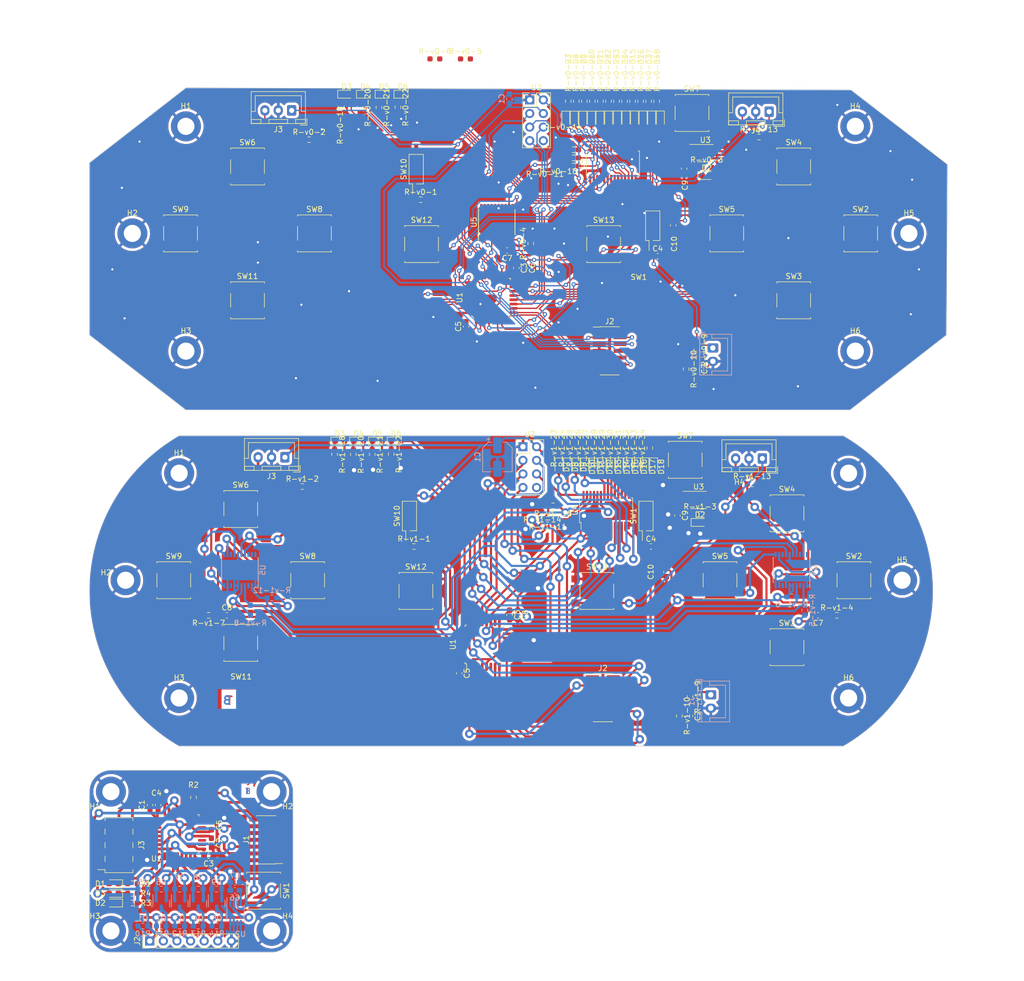
<source format=kicad_pcb>
(kicad_pcb (version 20221018) (generator pcbnew)
  (layers (0 "F.Cu" signal) (31 "B.Cu" signal) (34 "B.Paste" user) (35 "F.Paste" user) (36 "B.SilkS" user "B.Silkscreen") (37 "F.SilkS" user "F.Silkscreen") (38 "B.Mask" user) (39 "F.Mask" user) (44 "Edge.Cuts" user))
  (net 0 "")
  (net 1 "POWER-v0-_CHECK-v0-")
  (net 2 "GND-v0-")
  (net 3 "L-v0-i-ion-v0-")
  (net 4 "Net-(U3-BP)-v0-")
  (net 5 "Glob_Alim-v0-")
  (net 6 "Net-(D2-A)-v0-")
  (net 7 "Net-(D3-K)-v0-")
  (net 8 "Net-(D3-A)-v0-")
  (net 9 "Net-(D4-K)-v0-")
  (net 10 "Net-(D4-A)-v0-")
  (net 11 "Net-(D5-K)-v0-")
  (net 12 "Net-(D5-A)-v0-")
  (net 13 "Net-(D6-K)-v0-")
  (net 14 "Net-(D6-A)-v0-")
  (net 15 "Net-(D7-K)-v0-")
  (net 16 "Net-(D7-A)-v0-")
  (net 17 "Net-(D8-K)-v0-")
  (net 18 "Net-(D8-A)-v0-")
  (net 19 "Net-(D9-K)-v0-")
  (net 20 "Net-(D9-A)-v0-")
  (net 21 "Net-(D10-K)-v0-")
  (net 22 "Net-(D10-A)-v0-")
  (net 23 "Net-(D11-K)-v0-")
  (net 24 "Net-(D11-A)-v0-")
  (net 25 "Net-(D12-K)-v0-")
  (net 26 "Net-(D12-A)-v0-")
  (net 27 "Net-(D13-K)-v0-")
  (net 28 "Net-(D13-A)-v0-")
  (net 29 "Net-(D14-K)-v0-")
  (net 30 "Net-(D14-A)-v0-")
  (net 31 "Net-(D15-K)-v0-")
  (net 32 "Net-(D15-A)-v0-")
  (net 33 "Net-(D16-K)-v0-")
  (net 34 "Net-(D16-A)-v0-")
  (net 35 "Net-(D17-K)-v0-")
  (net 36 "Net-(D17-A)-v0-")
  (net 37 "Net-(D18-K)-v0-")
  (net 38 "Net-(D18-A)-v0-")
  (net 41 "SWDIO-v0-")
  (net 42 "SWDCK-v0-")
  (net 46 "R-v0-eset_Buton -v0-")
  (net 47 "USAR-v0-T2_R-v0-X-v0-")
  (net 48 "USAR-v0-T2_TX-v0-")
  (net 49 "NES{slash}SNES_switcher-v0-")
  (net 50 "R-v0-")
  (net 51 "A_Button-v0-")
  (net 52 "B_Button-v0-")
  (net 53 "X_Button-v0-")
  (net 54 "Y_Button-v0-")
  (net 55 "UC_Button-v0-")
  (net 56 "L-v0-C_Button-v0-")
  (net 57 "DIODE_SDA-v0-")
  (net 58 "R-v0-C_Button")
  (net 59 "L-v0-")
  (net 60 "DIODE_CL-v0-K")
  (net 61 "DC_Button-v0-")
  (net 62 "DIODE_OE-v0-")
  (net 63 "ST_Button-v0-")
  (net 64 "SE_Button-v0-")
  (net 65 "Order_Search-v0-")
  (net 66 "R-v0-X{slash}TX")
  (net 67 "Net-(C7-Pad1)-v0-")
  (net 68 "Pin_Clock-v0-")
  (net 69 "Digital_Out_Put-v0-")
  (net 70 "MOSI-v0-")
  (net 71 "GPIO_EX_CL-v0-K")
  (net 74 "GPIO_EX_SER-v0-IAL-v0-_DATA")
  (net 75 "Net-(U3-IN)-v0-")
  (net 76 "CSN_nR-v0-F24")
  (net 86 "Glob_Alim-v1-")
  (net 87 "GND-v1-")
  (net 88 "POWER-v1-_CHECK-v1-")
  (net 89 "L-v1-i-ion-v1-")
  (net 90 "Net-(C7-Pad1)-v1-")
  (net 91 "Net-(C8-Pad1)-v1-")
  (net 92 "Net-(U3-BP)-v1-")
  (net 93 "Net-(D2-A)-v1-")
  (net 94 "Net-(D3-K)-v1-")
  (net 95 "Net-(D3-A)-v1-")
  (net 96 "Net-(D4-K)-v1-")
  (net 97 "Net-(D4-A)-v1-")
  (net 98 "Net-(D5-K)-v1-")
  (net 99 "Net-(D5-A)-v1-")
  (net 100 "Net-(D6-K)-v1-")
  (net 101 "Net-(D6-A)-v1-")
  (net 102 "Net-(D7-K)-v1-")
  (net 103 "Net-(D7-A)-v1-")
  (net 104 "Net-(D8-K)-v1-")
  (net 105 "Net-(D8-A)-v1-")
  (net 106 "Net-(D9-K)-v1-")
  (net 107 "Net-(D9-A)-v1-")
  (net 108 "Net-(D10-K)-v1-")
  (net 109 "Net-(D10-A)-v1-")
  (net 110 "Net-(D11-K)-v1-")
  (net 111 "Net-(D11-A)-v1-")
  (net 112 "Net-(D12-K)-v1-")
  (net 113 "Net-(D12-A)-v1-")
  (net 114 "Net-(D13-K)-v1-")
  (net 115 "Net-(D13-A)-v1-")
  (net 116 "Net-(D14-K)-v1-")
  (net 117 "Net-(D14-A)-v1-")
  (net 118 "Net-(D15-K)-v1-")
  (net 119 "Net-(D15-A)-v1-")
  (net 120 "Net-(D16-K)-v1-")
  (net 121 "Net-(D16-A)-v1-")
  (net 122 "Net-(D17-K)-v1-")
  (net 123 "Net-(D17-A)-v1-")
  (net 124 "Net-(D18-K)-v1-")
  (net 125 "Net-(D18-A)-v1-")
  (net 128 "SWDIO-v1-")
  (net 129 "SWDCK-v1-")
  (net 133 "R-v1-eset_Buton -v1-")
  (net 134 "USAR-v1-T2_R-v1-X-v1-")
  (net 135 "USAR-v1-T2_TX-v1-")
  (net 136 "R-v1-")
  (net 137 "L-v1-")
  (net 138 "NES{slash}SNES_switcher-v1-")
  (net 139 "DIO{slash}EX_CL-v1-K")
  (net 140 "DIO{slash}EX_SDA-v1-")
  (net 141 "DIODE_OE-v1-")
  (net 142 "Net-(#FL-v1-G05-pwr)")
  (net 143 "A_Button-v1-")
  (net 144 "B_Button-v1-")
  (net 145 "X_Button-v1-")
  (net 146 "Y_Button-v1-")
  (net 147 "UC_Button-v1-")
  (net 148 "Order_Search-v1-")
  (net 149 "L-v1-C_Button")
  (net 150 "R-v1-C_Button")
  (net 151 "DC_Button-v1-")
  (net 152 "ST_Button-v1-")
  (net 153 "SE_Button-v1-")
  (net 158 "Pin_Clock-v1-")
  (net 159 "Digital_Out_Put-v1-")
  (net 160 "MOSI-v1-")
  (net 164 "R-v1-X{slash}TX")
  (net 166 "CSN_nR-v1-F24")
  (net 184 "+5V-v2-")
  (net 185 "GND-v2-")
  (net 186 "+3.3V-v2-")
  (net 187 "Net-(D1-K)-v2-")
  (net 189 "Net-(D3-K)-v2-")
  (net 190 "Status_LED-v2-")
  (net 191 "Data_Clock_SNES-v2-")
  (net 192 "Data_Latch_SNES-v2-")
  (net 193 "Net-(D2-K)-v2-")
  (net 194 "Serial_Data1_SNES-v2-")
  (net 195 "Serial_Data2_SNES-v2-")
  (net 196 "SPI_Chip_Select-v2-")
  (net 197 "Chip_Enable-v2-")
  (net 198 "SPI_Digital_Input-v2-")
  (net 199 "SPI_Clock-v2-")
  (net 200 "SPI_Digital_Output-v2-")
  (net 201 "IOBit_SNES-v2-")
  (net 202 "Data_Clock_STM32-v2-")
  (net 203 "Data_Latch_STM32-v2-")
  (net 204 "Appairing_Btn-v2-")
  (net 205 "Net-(U2-BP)-v2-")
  (net 206 "SWDIO-v2-")
  (net 207 "SWDCK-v2-")
  (net 210 "NRST-v2-")
  (net 211 "USART2_RX-v2-")
  (net 212 "USART2_TX-v2-")
  (net 213 "Serial_Data1_STM32-v2-")
  (net 214 "IOBit_STM32-v2-")
  (net 215 "Serial_Data2_STM32-v2-")
  (footprint "R-v1-esistor_SMD:R-v1-_0603_1608Metric_Pad0.98x0.95mm_HandSolder" (layer "F.Cu") (at 96.888222 68.5625 90)
    (fp_text reference "R-v1-28")
    (fp_text value "1K")
  )
  (footprint "Button_Switch_SMD:SW_SPST_B3S-1000" (layer "F.Cu") (at 132.75 40.949994)
    (fp_text reference "SW3")
    (fp_text value "SW_Push")
  )
  (footprint "Connector_PinHeader_2.54mm:PinHeader_2x04_P2.54mm_Vertical" (layer "F.Cu") (at 83.45 3.509994)
    (fp_text reference "U2")
    (fp_text value "nR-v0-F24_Full")
  )
  (footprint "R-v0-esistor_SMD:R-v0-_0603_1608Metric_Pad0.98x0.95mm_HandSolder" (layer "F.Cu") (at 83.65 30.337494 90)
    (fp_text reference "R-v0-4")
    (fp_text value "10k")
  )
  (footprint "R-v1-esistor_SMD:R-v1-_0603_1608Metric_Pad0.98x0.95mm_HandSolder" (layer "F.Cu") (at 86.798222 81.85 180)
    (fp_text reference "R-v1-11")
    (fp_text value "10K")
  )
  (footprint "Button_Switch_SMD:SW_SPST_B3S-1000" (layer "F.Cu") (at 131.488222 105.75)
    (fp_text reference "SW3")
    (fp_text value "SW_Push")
  )
  (footprint "Capacitor_SMD:C_0603_1608Metric_Pad1.08x0.95mm_HandSolder" (layer "F.Cu") (at 70.290222 110.644 -90)
    (fp_text reference "C5")
    (fp_text value "100n")
  )
  (footprint "R-v0-esistor_SMD:R-v0-_0603_1608Metric_Pad0.98x0.95mm_HandSolder" (layer "F.Cu") (at 58.85 4.874994 -90)
    (fp_text reference "R-v0-22")
    (fp_text value "1K")
  )
  (footprint "R-v0-esistor_SMD:R-v0-_0603_1608Metric_Pad0.98x0.95mm_HandSolder" (layer "F.Cu") (at 105.65 3.762494 90)
    (fp_text reference "R-v0-33")
    (fp_text value "1K")
  )
  (footprint "R-v1-esistor_SMD:R-v1-_0603_1608Metric_Pad0.98x0.95mm_HandSolder" (layer "F.Cu") (at 90.888222 68.5625 90)
    (fp_text reference "R-v1-24")
    (fp_text value "1K")
  )
  (footprint "Button_Switch_SMD:SW_SPST_B3S-1000" (layer "F.Cu") (at 63.25 30.449994)
    (fp_text reference "SW12")
    (fp_text value "SW_Push")
  )
  (footprint "R-v1-esistor_SMD:R-v1-_0603_1608Metric_Pad0.98x0.95mm_HandSolder" (layer "F.Cu") (at 93.888222 68.5625 90)
    (fp_text reference "R-v1-26")
    (fp_text value "1K")
  )
  (footprint "Button_Switch_SMD:SW_SPST_B3S-1000" (layer "F.Cu") (at 29.488222 104.95)
    (fp_text reference "SW11")
    (fp_text value "SW_Push")
  )
  (footprint "Package_QFP:L-v0-QFP-32_7x7mm_P0.8mm" (layer "F.Cu") (at 76.25 40.449994 90)
    (fp_text reference "U1")
    (fp_text value "STM32L-v0-412KBTx")
  )
  (footprint "Capacitor_SMD:C_0603_1608Metric_Pad1.08x0.95mm_HandSolder" (layer "F.Cu") (at 79.25 31.649994 180)
    (fp_text reference "C7")
    (fp_text value "100µF")
  )
  (footprint "L-v1-ED_SMD:L-v1-ED_0603_1608Metric_Pad1.05x0.95mm_HandSolder" (layer "F.Cu") (at 115.248222 82.45)
    (fp_text reference "D2")
    (fp_text value "L-v1-ED_Small")
  )
  (footprint "Button_Switch_SMD:SW_SPST_B3S-1000" (layer "F.Cu") (at 30.75 40.949994)
    (fp_text reference "SW11")
    (fp_text value "SW_Push")
  )
  (footprint "Capacitor_SMD:C_0603_1608Metric_Pad1.08x0.95mm_HandSolder" (layer "F.Cu") (at 24.01 139 90)
    (fp_text reference "C5")
    (fp_text value "100n")
  )
  (footprint "MountingHole:MountingHole_3.2mm_M3_DIN965_Pad" (layer "F.Cu") (at 35.25 158.75)
    (fp_text reference "H4")
    (fp_text value "MountingHole_Pad")
  )
  (footprint "R-v0-esistor_SMD:R-v0-_0603_1608Metric_Pad0.98x0.95mm_HandSolder" (layer "F.Cu") (at 116.51 16.125994)
    (fp_text reference "R-v0-3")
    (fp_text value "1K")
  )
  (footprint "Package_SO:MSOP-8_3x3mm_P0.65mm" (layer "F.Cu") (at 114.988222 78.25)
    (fp_text reference "U3")
    (fp_text value "MIC5219-3.3YMM")
  )
  (footprint "L-v0-ED_SMD:L-v0-ED_0603_1608Metric_Pad1.05x0.95mm_HandSolder" (layer "F.Cu") (at 59.75 2.449994)
    (fp_text reference "D6")
    (fp_text value "G4")
  )
  (footprint "Capacitor_SMD:C_0603_1608Metric_Pad1.08x0.95mm_HandSolder" (layer "F.Cu") (at 108.983222 91.7325 -90)
    (fp_text reference "C10")
    (fp_text value "100nF")
  )
  (footprint "L-v1-ED_SMD:L-v1-ED_0603_1608Metric_Pad1.05x0.95mm_HandSolder" (layer "F.Cu") (at 96.948222 72.0625 -90)
    (fp_text reference "D12")
    (fp_text value "O2")
  )
  (footprint "R-v0-esistor_SMD:R-v0-_0603_1608Metric_Pad0.98x0.95mm_HandSolder" (layer "F.Cu") (at 48.275 4.924994 -90)
    (fp_text reference "R-v0-18")
    (fp_text value "1K")
  )
  (footprint "R-v1-esistor_SMD:R-v1-_0603_1608Metric_Pad0.98x0.95mm_HandSolder" (layer "F.Cu") (at 89.388222 68.5625 90)
    (fp_text reference "R-v1-23")
    (fp_text value "1K")
  )
  (footprint "R-v1-esistor_SMD:R-v1-_0603_1608Metric_Pad0.98x0.95mm_HandSolder" (layer "F.Cu") (at 47.013222 69.725 -90)
    (fp_text reference "R-v1-18")
    (fp_text value "1K")
  )
  (footprint "L-v0-ED_SMD:L-v0-ED_0603_1608Metric_Pad1.05x0.95mm_HandSolder" (layer "F.Cu") (at 56.25 2.449994)
    (fp_text reference "D5")
    (fp_text value "G3")
  )
  (footprint "Capacitor_SMD:C_0603_1608Metric_Pad1.08x0.95mm_HandSolder" (layer "F.Cu") (at 111.038222 81.15 -90)
    (fp_text reference "C9")
    (fp_text value "470p")
  )
  (footprint "L-v0-ED_SMD:L-v0-ED_0603_1608Metric_Pad1.05x0.95mm_HandSolder" (layer "F.Cu") (at 96.575 7.274994 -90)
    (fp_text reference "D11")
    (fp_text value "O1")
  )
  (footprint "L-v1-ED_SMD:L-v1-ED_0603_1608Metric_Pad1.05x0.95mm_HandSolder" (layer "F.Cu") (at 92.113222 72.075 -90)
    (fp_text reference "D9")
    (fp_text value "G7")
  )
  (footprint "Button_Switch_SMD:SW_SPST_B3S-1000" (layer "F.Cu") (at 33.75 151.25 180)
    (fp_text reference "SW1")
    (fp_text value "SW_SPST")
  )
  (footprint "R-v1-esistor_SMD:R-v1-_0603_1608Metric_Pad0.98x0.95mm_HandSolder" (layer "F.Cu") (at 99.888222 68.5625 90)
    (fp_text reference "R-v1-30")
    (fp_text value "1K")
  )
  (footprint "L-v0-ED_SMD:L-v0-ED_0603_1608Metric_Pad1.05x0.95mm_HandSolder" (layer "F.Cu") (at 98.2 7.262494 -90)
    (fp_text reference "D12")
    (fp_text value "O2")
  )
  (footprint "L-v0-ED_SMD:L-v0-ED_0603_1608Metric_Pad1.05x0.95mm_HandSolder" (layer "F.Cu") (at 90.175 7.274994 -90)
    (fp_text reference "D7")
    (fp_text value "G5")
  )
  (footprint "Diode_SMD:D_0603_1608Metric_Pad1.05x0.95mm_HandSolder" (layer "F.Cu") (at 5.76875 153.55 180)
    (fp_text reference "D2")
    (fp_text value "LED_Small")
  )
  (footprint "MountingHole:MountingHole_3.2mm_M3_DIN965_Pad" (layer "F.Cu") (at 142.988222 115.25)
    (fp_text reference "H6")
    (fp_text value "MountingHole_Pad")
  )
  (footprint "R-v1-esistor_SMD:R-v1-_0603_1608Metric_Pad0.98x0.95mm_HandSolder" (layer "F.Cu") (at 23.496198 99.8 180)
    (fp_text reference "R-v1-7")
    (fp_text value "1k")
  )
  (footprint "Capacitor_SMD:C_0603_1608Metric_Pad1.08x0.95mm_HandSolder" (layer "F.Cu") (at 82.474 34.921994 -90)
    (fp_text reference "C6")
    (fp_text value "10u")
  )
  (footprint "Capacitor_SMD:C_0603_1608Metric_Pad1.08x0.95mm_HandSolder" (layer "F.Cu") (at 112.3 16.349994 -90)
    (fp_text reference "C9")
    (fp_text value "470p")
  )
  (footprint "Button_Switch_SMD:SW_DIP_SPSTx01_Slide_Copal_CHS-01B_W7.62mm_P1.27mm" (layer "F.Cu") (at 106.42 27.019994 90)
    (fp_text reference "SW1")
    (fp_text value "SW_DIP_x01")
  )
  (footprint "L-v0-ED_SMD:L-v0-ED_0603_1608Metric_Pad1.05x0.95mm_HandSolder" (layer "F.Cu") (at 49.25 2.449994)
    (fp_text reference "D3")
    (fp_text value "G1")
  )
  (footprint "Button_Switch_SMD:SW_SPST_B3S-1000" (layer "F.Cu") (at 97.25 30.449994)
    (fp_text reference "SW13")
    (fp_text value "SW_Push")
  )
  (footprint "L-v0-ED_SMD:L-v0-ED_0603_1608Metric_Pad1.05x0.95mm_HandSolder" (layer "F.Cu") (at 52.75 2.449994)
    (fp_text reference "D4")
    (fp_text value "G2")
  )
  (footprint "R-v0-esistor_SMD:R-v0-_0603_1608Metric_Pad0.98x0.95mm_HandSolder" (layer "F.Cu") (at 102.65 3.762494 90)
    (fp_text reference "R-v0-31")
    (fp_text value "1K")
  )
  (footprint "MountingHole:MountingHole_3.2mm_M3_DIN965_Pad" (layer "F.Cu") (at 17.988222 115.25)
    (fp_text reference "H3")
    (fp_text value "MountingHole_Pad")
  )
  (footprint "R-v0-esistor_SMD:R-v0-_0603_1608Metric_Pad0.98x0.95mm_HandSolder" (layer "F.Cu") (at 91.618 15.871994)
    (fp_text reference "R-v0-14")
    (fp_text value "10K")
  )
  (footprint "Capacitor_SMD:C_0603_1608Metric_Pad1.08x0.95mm_HandSolder" (layer "F.Cu") (at 12.55 135.25 90)
    (fp_text reference "C1")
    (fp_text value "10u")
  )
  (footprint "R-v0-esistor_SMD:R-v0-_0603_1608Metric_Pad0.98x0.95mm_HandSolder" (layer "F.Cu") (at 92.15 3.762494 90)
    (fp_text reference "R-v0-24")
    (fp_text value "1K")
  )
  (footprint "L-v1-ED_SMD:L-v1-ED_0603_1608Metric_Pad1.05x0.95mm_HandSolder" (layer "F.Cu") (at 88.913222 72.075 -90)
    (fp_text reference "D7")
    (fp_text value "G5")
  )
  (footprint "L-v1-ED_SMD:L-v1-ED_0603_1608Metric_Pad1.05x0.95mm_HandSolder" (layer "F.Cu") (at 98.563222 72.05 -90)
    (fp_text reference "D13")
    (fp_text value "O3")
  )
  (footprint "L-v0-ED_SMD:L-v0-ED_0603_1608Metric_Pad1.05x0.95mm_HandSolder" (layer "F.Cu") (at 91.775 7.274994 -90)
    (fp_text reference "D8")
    (fp_text value "G6")
  )
  (footprint "Connector_PinHeader_1.27mm:PinHeader_2x07_P1.27mm_Vertical_SMD" (layer "F.Cu") (at 97.113222 115.19)
    (fp_text reference "J2")
    (fp_text value "Conn_02x07_Odd_Even")
  )
  (footprint "Button_Switch_SMD:SW_SPST_B3S-1000" (layer "F.Cu") (at 132.75 15.949994)
    (fp_text reference "SW4")
    (fp_text value "SW_Push")
  )
  (footprint "Capacitor_SMD:C_0603_1608Metric_Pad1.08x0.95mm_HandSolder" (layer "F.Cu") (at 14.05 135.25 90)
    (fp_text reference "C4")
    (fp_text value "100n")
  )
  (footprint "Button_Switch_SMD:SW_SPST_B3S-1000" (layer "F.Cu") (at 62.198222 95.25)
    (fp_text reference "SW12")
    (fp_text value "SW_Push")
  )
  (footprint "Connector_JST:JST_XH_B3B-XH-A_1x03_P2.50mm_Vertical" (layer "F.Cu") (at 128.154 5.711994 180)
    (fp_text reference "J4")
    (fp_text value "Conn_01x03")
  )
  (footprint "L-v0-ED_SMD:L-v0-ED_0603_1608Metric_Pad1.05x0.95mm_HandSolder" (layer "F.Cu") (at 116.51 17.649994)
    (fp_text reference "D2")
    (fp_text value "L-v0-ED_Small")
  )
  (footprint "L-v0-ED_SMD:L-v0-ED_0603_1608Metric_Pad1.05x0.95mm_HandSolder" (layer "F.Cu") (at 107.85 7.249994 -90)
    (fp_text reference "D18")
    (fp_text value "R-v0-4")
  )
  (footprint "R-v0-esistor_SMD:R-v0-_0603_1608Metric_Pad0.98x0.95mm_HandSolder" (layer "F.Cu") (at 114.65 50.249994 -90)
    (fp_text reference "R-v0-9")
    (fp_text value "1M")
  )
  (footprint "R-v1-esistor_SMD:R-v1-_0603_1608Metric_Pad0.98x0.95mm_HandSolder" (layer "F.Cu") (at 124.988222 75.25)
    (fp_text reference "R-v1-13")
    (fp_text value "1K")
  )
  (footprint "Connector_PinHeader_2.54mm:PinHeader_2x04_P2.54mm_Vertical" (layer "F.Cu") (at 82.188222 68.31)
    (fp_text reference "U2")
    (fp_text value "nR-v1-F24_Full")
  )
  (footprint "Connector_JST:JST_XH_B3B-XH-A_1x03_P2.50mm_Vertical" (layer "F.Cu") (at 39 5.474994 180)
    (fp_text reference "J3")
    (fp_text value "Conn_01x03")
  )
  (footprint "R-v0-esistor_SMD:R-v0-_0603_1608Metric_Pad0.98x0.95mm_HandSolder" (layer "F.Cu") (at 112.65 53.787494 -90)
    (fp_text reference "R-v0-10")
    (fp_text value "1M")
  )
  (footprint "L-v1-ED_SMD:L-v1-ED_0603_1608Metric_Pad1.05x0.95mm_HandSolder" (layer "F.Cu") (at 93.713222 72.075 -90)
    (fp_text reference "D10")
    (fp_text value "G8")
  )
  (footprint "L-v1-ED_SMD:L-v1-ED_0603_1608Metric_Pad1.05x0.95mm_HandSolder" (layer "F.Cu") (at 47.988222 67.25)
    (fp_text reference "D3")
    (fp_text value "G1")
  )
  (footprint "Connector_PinSocket_2.54mm:PinSocket_2x04_P2.54mm_Vertical_SMD" (layer "F.Cu") (at 6.75 142.75 180)
    (fp_text reference "J3")
    (fp_text value "Conn_01x08_Socket")
  )
  (footprint "L-v1-ED_SMD:L-v1-ED_0603_1608Metric_Pad1.05x0.95mm_HandSolder" (layer "F.Cu") (at 95.313222 72.075 -90)
    (fp_text reference "D11")
    (fp_text value "O1")
  )
  (footprint "R-v1-esistor_SMD:R-v1-_0603_1608Metric_Pad0.98x0.95mm_HandSolder" (layer "F.Cu") (at 85.798222 83.35)
    (fp_text reference "R-v1-14")
    (fp_text value "10K")
  )
  (footprint "Capacitor_SMD:C_0603_1608Metric_Pad1.08x0.95mm_HandSolder" (layer "F.Cu") (at 81.212222 99.722 -90)
    (fp_text reference "C6")
    (fp_text value "10u")
  )
  (footprint "MountingHole:MountingHole_3.2mm_M3_DIN965_Pad" (layer "F.Cu") (at 144.25 50.449994)
    (fp_text reference "H6")
    (fp_text value "MountingHole_Pad")
  )
  (footprint "Capacitor_SMD:C_0603_1608Metric_Pad1.08x0.95mm_HandSolder" (layer "F.Cu") (at 80.95 34.921994 -90)
    (fp_text reference "C3")
    (fp_text value "100n")
  )
  (footprint "L-v0-ED_SMD:L-v0-ED_0603_1608Metric_Pad1.05x0.95mm_HandSolder" (layer "F.Cu") (at 99.825 7.249994 -90)
    (fp_text reference "D13")
    (fp_text value "O3")
  )
  (footprint "MountingHole:MountingHole_3.2mm_M3_DIN965_Pad" (layer "F.Cu") (at 154.25 28.449994)
    (fp_text reference "H5")
    (fp_text value "MountingHole_Pad")
  )
  (footprint "Capacitor_SMD:C_0603_1608Metric_Pad1.08x0.95mm_HandSolder" (layer "F.Cu") (at 107.345 32.719994)
    (fp_text reference "C4")
    (fp_text value "1u")
  )
  (footprint "Button_Switch_SMD:SW_SPST_B3S-1000" (layer "F.Cu") (at 16.988222 93.25)
    (fp_text reference "SW9")
    (fp_text value "SW_Push")
  )
  (footprint "L-v0-ED_SMD:L-v0-ED_0603_1608Metric_Pad1.05x0.95mm_HandSolder" (layer "F.Cu") (at 93.375 7.274994 -90)
    (fp_text reference "D9")
    (fp_text value "G7")
  )
  (footprint "Capacitor_SMD:C_0603_1608Metric_Pad1.08x0.95mm_HandSolder" (layer "F.Cu") (at 24.01 142.3025 90)
    (fp_text reference "C2")
    (fp_text value "100n")
  )
  (footprint "Package_QFP:LQFP-32_7x7mm_P0.8mm" (layer "F.Cu") (at 18.1 140.65 180)
    (fp_text reference "U1")
    (fp_text value "STM32L412KBTx")
  )
  (footprint "L-v0-ED_SMD:L-v0-ED_0603_1608Metric_Pad1.05x0.95mm_HandSolder" (layer "F.Cu") (at 103.025 7.249994 -90)
    (fp_text reference "D15")
    (fp_text value "R-v0-1")
  )
  (footprint "R-v1-esistor_SMD:R-v1-_0603_1608Metric_Pad0.98x0.95mm_HandSolder" (layer "F.Cu") (at 87.798222 79.35 180)
    (fp_text reference "R-v1-16")
    (fp_text value "10K")
  )
  (footprint "Capacitor_SMD:C_0603_1608Metric_Pad1.08x0.95mm_HandSolder" (layer "F.Cu") (at 106.083222 86.95)
    (fp_text reference "C4")
    (fp_text value "1u")
  )
  (footprint "MountingHole:MountingHole_3.2mm_M3_DIN965_Pad" (layer "F.Cu") (at 5.25 158.75)
    (fp_text reference "H3")
    (fp_text value "MountingHole_Pad")
  )
  (footprint "Package_SO:MSOP-8_3x3mm_P0.65mm" (layer "F.Cu") (at 116.25 13.449994)
    (fp_text reference "U3")
    (fp_text value "MIC5219-3.3YMM")
  )
  (footprint "Connector_PinHeader_1.27mm:PinHeader_2x07_P1.27mm_Vertical_SMD" (layer "F.Cu") (at 34.25 141.75 180)
    (fp_text reference "J1")
    (fp_text value "Conn_02x07_Odd_Even")
  )
  (footprint "Package_SO:TSSOP-28_4.4x9.7mm_P0.65mm" (layer "F.Cu") (at 98.984 15.363994 90)
    (fp_text reference "U4")
    (fp_text value "PCA9685PW")
  )
  (footprint "R-v0-esistor_SMD:R-v0-_0603_1608Metric_Pad0.98x0.95mm_HandSolder" (layer "F.Cu") (at 96.65 3.762494 90)
    (fp_text reference "R-v0-27")
    (fp_text value "1K")
  )
  (footprint "Connector_PinHeader_1.27mm:PinHeader_2x07_P1.27mm_Vertical_SMD" (layer "F.Cu") (at 98.375 50.389994)
    (fp_text reference "J2")
    (fp_text value "Conn_02x07_Odd_Even")
  )
  (footprint "R-v1-esistor_SMD:R-v1-_0603_1608Metric_Pad0.98x0.95mm_HandSolder" (layer "F.Cu") (at 115.248222 80.926)
    (fp_text reference "R-v1-3")
    (fp_text value "1K")
  )
  (footprint "L-v0-ED_SMD:L-v0-ED_0603_1608Metric_Pad1.05x0.95mm_HandSolder" (layer "F.Cu") (at 94.975 7.274994 -90)
    (fp_text reference "D10")
    (fp_text value "G8")
  )
  (footprint "R-v0-esistor_SMD:R-v0-_0603_1608Metric_Pad0.98x0.95mm_HandSolder" (layer "F.Cu") (at 42.25 10.949994)
    (fp_text reference "R-v0-2")
    (fp_text value "1K")
  )
  (footprint "L-v1-ED_SMD:L-v1-ED_0603_1608Metric_Pad1.05x0.95mm_HandSolder" (layer "F.Cu") (at 106.588222 72.05 -90)
    (fp_text reference "D18")
    (fp_text value "R-v1-4")
  )
  (footprint "Button_Switch_SMD:SW_SPST_B3S-1000" (layer "F.Cu") (at 95.988222 95.25)
    (fp_text reference "SW13")
    (fp_text value "SW_Push")
  )
  (footprint "Button_Switch_SMD:SW_SPST_B3S-1000" (layer "F.Cu") (at 143.988222 93.25)
    (fp_text reference "SW2")
    (fp_text value "SW_Push")
  )
  (footprint "R-v1-esistor_SMD:R-v1-_0603_1608Metric_Pad0.98x0.95mm_HandSolder" (layer "F.Cu") (at 92.358222 68.5625 90)
    (fp_text reference "R-v1-25")
    (fp_text value "1K")
  )
  (footprint "Package_QFP:L-v1-QFP-32_7x7mm_P0.8mm" (layer "F.Cu") (at 74.988222 105.25 90)
    (fp_text reference "U1")
    (fp_text value "STM32L-v1-412KBTx")
  )
  (footprint "R-v1-esistor_SMD:R-v1-_0603_1608Metric_Pad0.98x0.95mm_HandSolder" (layer "F.Cu") (at 57.588222 69.675 -90)
    (fp_text reference "R-v1-22")
    (fp_text value "1K")
  )
  (footprint "Diode_SMD:D_0603_1608Metric_Pad1.05x0.95mm_HandSolder" (layer "F.Cu") (at 5.76875 151.75 180)
    (fp_text reference "D3")
    (fp_text value "LED")
  )
  (footprint "Capacitor_SMD:C_0603_1608Metric_Pad1.08x0.95mm_HandSolder" (layer "F.Cu") (at 23.5025 144.69)
    (fp_text reference "C3")
    (fp_text value "100n")
  )
  (footprint "MountingHole:MountingHole_3.2mm_M3_DIN965_Pad" (layer "F.Cu") (at 17.988222 73.25)
    (fp_text reference "H1")
    (fp_text value "MountingHole_Pad")
  )
  (footprint "Capacitor_SMD:C_0603_1608Metric_Pad1.08x0.95mm_HandSolder" (layer "F.Cu") (at 26.896198 99.8)
    (fp_text reference "C8")
    (fp_text value "100nF")
  )
  (footprint "R-v1-esistor_SMD:R-v1-_0603_1608Metric_Pad0.98x0.95mm_HandSolder" (layer "F.Cu") (at 40.988222 75.75)
    (fp_text reference "R-v1-2")
    (fp_text value "1K")
  )
  (footprint "Capacitor_SMD:C_0603_1608Metric_Pad1.08x0.95mm_HandSolder" (layer "F.Cu") (at 114.65 53.787494 -90)
    (fp_text reference "C2")
    (fp_text value "1nF")
  )
  (footprint "Button_Switch_SMD:SW_DIP_SPSTx01_Slide_Copal_CHS-01B_W7.62mm_P1.27mm" (layer "F.Cu") (at 60.988222 81.25 90)
    (fp_text reference "SW10")
    (fp_text value "SW_DIP_x01")
  )
  (footprint "L-v1-ED_SMD:L-v1-ED_0603_1608Metric_Pad1.05x0.95mm_HandSolder" (layer "F.Cu") (at 101.763222 72.05 -90)
    (fp_text reference "D15")
    (fp_text value "R-v1-1")
  )
  (footprint "R-v0-esistor_SMD:R-v0-_0603_1608Metric_Pad0.98x0.95mm_HandSolder" (layer "F.Cu") (at 65.7375 -4.150006)
    (fp_text reference "R-v0-6")
    (fp_text value "1K")
  )
  (footprint "MountingHole:MountingHole_3.2mm_M3_DIN965_Pad" (layer "F.Cu") (at 35.25 132.75)
    (fp_text reference "H2")
    (fp_text value "MountingHole_Pad")
  )
  (footprint "R-v1-esistor_SMD:R-v1-_0603_1608Metric_Pad0.98x0.95mm_HandSolder" (layer "F.Cu") (at 95.388222 68.5625 90)
    (fp_text reference "R-v1-27")
    (fp_text value "1K")
  )
  (footprint "R-v0-esistor_SMD:R-v0-_0603_1608Metric_Pad0.98x0.95mm_HandSolder" (layer "F.Cu") (at 101.15 3.762494 90)
    (fp_text reference "R-v0-30")
    (fp_text value "1K")
  )
  (footprint "Diode_SMD:D_0603_1608Metric_Pad1.05x0.95mm_HandSolder" (layer "F.Cu") (at 5.76875 149.95 180)
    (fp_text reference "D1")
    (fp_text value "LED_Small")
  )
  (footprint "Capacitor_SMD:C_0603_1608Metric_Pad1.08x0.95mm_HandSolder" (layer "F.Cu") (at 110.245 26.932494 -90)
    (fp_text reference "C10")
    (fp_text value "100nF")
  )
  (footprint "L-v1-ED_SMD:L-v1-ED_0603_1608Metric_Pad1.05x0.95mm_HandSolder" (layer "F.Cu") (at 103.363222 72.05 -90)
    (fp_text reference "D16")
    (fp_text value "R-v1-2")
  )
  (footprint "R-v0-esistor_SMD:R-v0-_0603_1608Metric_Pad0.98x0.95mm_HandSolder" (layer "F.Cu") (at 93.65 3.762494 90)
    (fp_text reference "R-v0-25")
    (fp_text value "1K")
  )
  (footprint "Resistor_SMD:R_0603_1608Metric_Pad0.98x0.95mm_HandSolder" (layer "F.Cu") (at 9.26875 151.75)
    (fp_text reference "R4")
    (fp_text value "1k")
  )
  (footprint "R-v1-esistor_SMD:R-v1-_0603_1608Metric_Pad0.98x0.95mm_HandSolder" (layer "F.Cu") (at 113.388222 115.05 -90)
    (fp_text reference "R-v1-9")
    (fp_text value "1M")
  )
  (footprint "L-v1-ED_SMD:L-v1-ED_0603_1608Metric_Pad1.05x0.95mm_HandSolder" (layer "F.Cu") (at 104.963222 72.05 -90)
    (fp_text reference "D17")
    (fp_text value "R-v1-3")
  )
  (footprint "R-v1-esistor_SMD:R-v1-_0603_1608Metric_Pad0.98x0.95mm_HandSolder" (layer "F.Cu") (at 105.888222 68.5625 90)
    (fp_text reference "R-v1-34")
    (fp_text value "1K")
  )
  (footprint "L-v0-ED_SMD:L-v0-ED_0603_1608Metric_Pad1.05x0.95mm_HandSolder" (layer "F.Cu") (at 106.225 7.249994 -90)
    (fp_text reference "D17")
    (fp_text value "R-v0-3")
  )
  (footprint "R-v0-esistor_SMD:R-v0-_0603_1608Metric_Pad0.98x0.95mm_HandSolder" (layer "F.Cu") (at 55.3 4.924994 -90)
    (fp_text reference "R-v0-21")
    (fp_text value "1K")
  )
  (footprint "R-v0-esistor_SMD:R-v0-_0603_1608Metric_Pad0.98x0.95mm_HandSolder" (layer "F.Cu") (at 90.65 3.762494 90)
    (fp_text reference "R-v0-23")
    (fp_text value "1K")
  )
  (footprint "Button_Switch_SMD:SW_SPST_B3S-1000" (layer "F.Cu") (at 18.25 28.449994)
    (fp_text reference "SW9")
    (fp_text value "SW_Push")
  )
  (footprint "L-v1-ED_SMD:L-v1-ED_0603_1608Metric_Pad1.05x0.95mm_HandSolder" (layer "F.Cu") (at 100.163222 72.05 -90)
    (fp_text reference "D14")
    (fp_text value "O4")
  )
  (footprint "R-v0-esistor_SMD:R-v0-_0603_1608Metric_Pad0.98x0.95mm_HandSolder" (layer "F.Cu") (at 91.618 14.347994 180)
    (fp_text reference "R-v0-11")
    (fp_text value "10K")
  )
  (footprint "R-v1-esistor_SMD:R-v1-_0603_1608Metric_Pad0.98x0.95mm_HandSolder" (layer "F.Cu") (at 140.800246 99.8)
    (fp_text reference "R-v1-4")
    (fp_text value "1k")
  )
  (footprint "Connector_JST:JST_XH_B3B-XH-A_1x03_P2.50mm_Vertical" (layer "F.Cu") (at 126.892222 70.512 180)
    (fp_text reference "J4")
    (fp_text value "Conn_01x03")
  )
  (footprint "L-v0-ED_SMD:L-v0-ED_0603_1608Metric_Pad1.05x0.95mm_HandSolder" (layer "F.Cu") (at 104.625 7.249994 -90)
    (fp_text reference "D16")
    (fp_text value "R-v0-2")
  )
  (footprint "MountingHole:MountingHole_3.2mm_M3_DIN965_Pad" (layer "F.Cu") (at 142.988222 73.25)
    (fp_text reference "H4")
    (fp_text value "MountingHole_Pad")
  )
  (footprint "R-v0-esistor_SMD:R-v0-_0603_1608Metric_Pad0.98x0.95mm_HandSolder" (layer "F.Cu") (at 91.618 12.823994 180)
    (fp_text reference "R-v0-16")
    (fp_text value "10K")
  )
  (footprint "R-v0-esistor_SMD:R-v0-_0603_1608Metric_Pad0.98x0.95mm_HandSolder" (layer "F.Cu") (at 126.25 10.449994)
    (fp_text reference "R-v0-13")
    (fp_text value "1K")
  )
  (footprint "MountingHole:MountingHole_3.2mm_M3_DIN965_Pad" (layer "F.Cu") (at 7.988222 93.25)
    (fp_text reference "H2")
    (fp_text value "MountingHole_Pad")
  )
  (footprint "L-v1-ED_SMD:L-v1-ED_0603_1608Metric_Pad1.05x0.95mm_HandSolder" (layer "F.Cu") (at 51.488222 67.25)
    (fp_text reference "D4")
    (fp_text value "G2")
  )
  (footprint "R-v0-esistor_SMD:R-v0-_0603_1608Metric_Pad0.98x0.95mm_HandSolder" (layer "F.Cu") (at 95.15 3.762494 90)
    (fp_text reference "R-v0-26")
    (fp_text value "1K")
  )
  (footprint "R-v0-esistor_SMD:R-v0-_0603_1608Metric_Pad0.98x0.95mm_HandSolder" (layer "F.Cu") (at 63.1 22.149994)
    (fp_text reference "R-v0-1")
    (fp_text value "1K")
  )
  (footprint "R-v1-esistor_SMD:R-v1-_0603_1608Metric_Pad0.98x0.95mm_HandSolder" (layer "F.Cu") (at 50.513222 69.75 -90)
    (fp_text reference "R-v1-20")
    (fp_text value "1K")
  )
  (footprint "R-v0-esistor_SMD:R-v0-_0603_1608Metric_Pad0.98x0.95mm_HandSolder" (layer "F.Cu") (at 98.15 3.762494 90)
    (fp_text reference "R-v0-28")
    (fp_text value "1K")
  )
  (footprint "Button_Switch_SMD:SW_SPST_B3S-1000" (layer "F.Cu") (at 118.988222 93.25)
    (fp_text reference "SW5")
    (fp_text value "SW_Push")
  )
  (footprint "R-v1-esistor_SMD:R-v1-_0603_1608Metric_Pad0.98x0.95mm_HandSolder" (layer "F.Cu") (at 101.388222 68.5625 90)
    (fp_text reference "R-v1-31")
    (fp_text value "1K")
  )
  (footprint "Capacitor_SMD:C_0603_1608Metric_Pad1.08x0.95mm_HandSolder" (layer "F.Cu") (at 113.388222 118.5875 -90)
    (fp_text reference "C2")
    (fp_text value "1nF")
  )
  (footprint "MountingHole:MountingHole_3.2mm_M3_DIN965_Pad" (layer "F.Cu") (at 19.25 50.449994)
    (fp_text reference "H3")
    (fp_text value "MountingHole_Pad")
  )
  (footprint "MountingHole:MountingHole_3.2mm_M3_DIN965_Pad" (layer "F.Cu") (at 5.25 132.75)
    (fp_text reference "H1")
    (fp_text value "MountingHole_Pad")
  )
  (footprint "Button_Switch_SMD:SW_SPST_B3S-1000" (layer "F.Cu") (at 43.25 28.449994)
    (fp_text reference "SW8")
    (fp_text value "SW_Push")
  )
  (footprint "MountingHole:MountingHole_3.2mm_M3_DIN965_Pad" (layer "F.Cu") (at 152.988222 93.25)
    (fp_text reference "H5")
    (fp_text value "MountingHole_Pad")
  )
  (footprint "R-v0-esistor_SMD:R-v0-_0603_1608Metric_Pad0.98x0.95mm_HandSolder" (layer "F.Cu") (at 107.15 3.762494 90)
    (fp_text reference "R-v0-34")
    (fp_text value "1K")
  )
  (footprint "Connector_JST:JST_XH_B3B-XH-A_1x03_P2.50mm_Vertical" (layer "F.Cu") (at 37.738222 70.275 180)
    (fp_text reference "J3")
    (fp_text value "Conn_01x03")
  )
  (footprint "Button_Switch_SMD:SW_SPST_B3S-1000" (layer "F.Cu") (at 112.488222 70.75)
    (fp_text reference "SW7")
    (fp_text value "SW_SPST")
  )
  (footprint "Button_Switch_SMD:SW_SPST_B3S-1000" (layer "F.Cu") (at 131.488222 80.75)
    (fp_text reference "SW4")
    (fp_text value "SW_Push")
  )
  (footprint "Resistor_SMD:R_0603_1608Metric_Pad0.98x0.95mm_HandSolder" (layer "F.Cu") (at 20.67 133.82 90)
    (fp_text reference "R2")
    (fp_text value "10k")
  )
  (footprint "Button_Switch_SMD:SW_SPST_B3S-1000" (layer "F.Cu") (at 30.75 15.949994)
    (fp_text reference "SW6")
    (fp_text value "SW_Push")
  )
  (footprint "Capacitor_SMD:C_0603_1608Metric_Pad1.08x0.95mm_HandSolder" (layer "F.Cu") (at 71.552 45.843994 90)
    (fp_text reference "C5")
    (fp_text value "100n")
  )
  (footprint "R-v0-esistor_SMD:R-v0-_0603_1608Metric_Pad0.98x0.95mm_HandSolder" (layer "F.Cu") (at 51.775 4.949994 -90)
    (fp_text reference "R-v0-20")
    (fp_text value "1K")
  )
  (footprint "R-v1-esistor_SMD:R-v1-_0603_1608Metric_Pad0.98x0.95mm_HandSolder" (layer "F.Cu") (at 98.388222 68.5625 90)
    (fp_text reference "R-v1-29")
    (fp_text value "1K")
  )
  (footprint "R-v1-esistor_SMD:R-v1-_0603_1608Metric_Pad0.98x0.95mm_HandSolder" (layer "F.Cu") (at 102.888222 68.5625 90)
    (fp_text reference "R-v1-32")
    (fp_text value "1K")
  )
  (footprint "Button_Switch_SMD:SW_SPST_B3S-1000" (layer "F.Cu") (at 41.988222 93.25)
    (fp_text reference "SW8")
    (fp_text value "SW_Push")
  )
  (footprint "L-v1-ED_SMD:L-v1-ED_0603_1608Metric_Pad1.05x0.95mm_HandSolder" (layer "F.Cu") (at 90.512222 72.075 -90)
    (fp_text reference "D8")
    (fp_text value "G6")
  )
  (footprint "Package_SO:SSOP-20_4.4x6.5mm_P0.65mm" (layer "F.Cu") (at 77.325 26.349994 90)
    (fp_text reference "U5")
    (fp_text value "PCF8574TS")
  )
  (footprint "Resistor_SMD:R_0603_1608Metric_Pad0.98x0.95mm_HandSolder" (layer "F.Cu") (at 9.26875 153.55)
    (fp_text reference "R3")
    (fp_text value "1k")
  )
  (footprint "R-v0-esistor_SMD:R-v0-_0603_1608Metric_Pad0.98x0.95mm_HandSolder" (layer "F.Cu") (at 104.15 3.762494 90)
    (fp_text reference "R-v0-32")
    (fp_text value "1K")
  )
  (footprint "R-v0-esistor_SMD:R-v0-_0603_1608Metric_Pad0.98x0.95mm_HandSolder" (layer "F.Cu") (at 99.65 3.762494 90)
    (fp_text reference "R-v0-29")
    (fp_text value "1K")
  )
  (footprint "Button_Switch_SMD:SW_DIP_SPSTx01_Slide_Copal_CHS-01B_W7.62mm_P1.27mm" (layer "F.Cu") (at 62.25 16.449994 90)
    (fp_text reference "SW10")
    (fp_text value "SW_DIP_x01")
  )
  (footprint "Capacitor_SMD:C_0603_1608Metric_Pad1.08x0.95mm_HandSolder" (layer "F.Cu") (at 137.300246 99.8 180)
    (fp_text reference "C7")
    (fp_text value "100nF")
  )
  (footprint "Button_Switch_SMD:SW_SPST_B3S-1000" (layer "F.Cu") (at 113.75 5.949994)
    (fp_text reference "SW7")
    (fp_text value "SW_SPST")
  )
  (footprint "Connector_PinHeader_2.54mm:PinHeader_1x07_P2.54mm_Vertical" (layer "F.Cu") (at 12.5 160.65 90)
    (fp_text reference "J2")
    (fp_text value "Conn_01x07_Socket")
  )
  (footprint "MountingHole:MountingHole_3.2mm_M3_DIN965_Pad" (layer "F.Cu") (at 19.25 8.449994)
    (fp_text reference "H1")
    (fp_text value "MountingHole_Pad")
  )
  (footprint "R-v0-esistor_SMD:R-v0-_0603_1608Metric_Pad0.98x0.95mm_HandSolder" (layer "F.Cu") (at 71.45 -4.150006)
    (fp_text reference "R-v0-5")
    (fp_text value "1K")
  )
  (footprint "L-v0-ED_SMD:L-v0-ED_0603_1608Metric_Pad1.05x0.95mm_HandSolder" (layer "F.Cu") (at 101.425 7.249994 -90)
    (fp_text reference "D14")
    (fp_text value "O4")
  )
  (footprint "R-v1-esistor_SMD:R-v1-_0603_1608Metric_Pad0.98x0.95mm_HandSolder" (layer "F.Cu") (at 54.038222 69.725 -90)
    (fp_text reference "R-v1-21")
    (fp_text value "1K")
  )
  (footprint "Button_Switch_SMD:SW_SPST_B3S-1000" (layer "F.Cu") (at 120.25 28.449994)
    (fp_text reference "SW5")
    (fp_text value "SW_Push")
  )
  (footprint "L-v1-ED_SMD:L-v1-ED_0603_1608Metric_Pad1.05x0.95mm_HandSolder" (layer "F.Cu") (at 58.488222 67.25)
    (fp_text reference "D6")
    (fp_text value "G4")
  )
  (footprint "MountingHole:MountingHole_3.2mm_M3_DIN965_Pad" (layer "F.Cu") (at 144.25 8.449994)
    (fp_text reference "H4")
    (fp_text value "MountingHole_Pad")
  )
  (footprint "R-v1-esistor_SMD:R-v1-_0603_1608Metric_Pad0.98x0.95mm_HandSolder" (layer "F.Cu") (at 104.388222 68.5625 90)
    (fp_text reference "R-v1-33")
    (fp_text value "1K")
  )
  (footprint "L-v1-ED_SMD:L-v1-ED_0603_1608Metric_Pad1.05x0.95mm_HandSolder" (layer "F.Cu") (at 54.988222 67.25)
    (fp_text reference "D5")
    (fp_text value "G3")
  )
  (footprint "R-v1-esistor_SMD:R-v1-_0603_1608Metric_Pad0.98x0.95mm_HandSolder" (layer "F.Cu") (at 61.838222 86.95)
    (fp_text reference "R-v1-1")
    (fp_text value "1K")
  )
  (footprint "Resistor_SMD:R_0603_1608Metric_Pad0.98x0.95mm_HandSolder" (layer "F.Cu") (at 9.26875 149.95)
    (fp_text reference "R1")
    (fp_text value "1k")
  )
  (footprint "MountingHole:MountingHole_3.2mm_M3_DIN965_Pad" (layer "F.Cu") (at 9.25 28.449994)
    (fp_text reference "H2")
    (fp_text value "MountingHole_Pad")
  )
  (footprint "Package_SO:TSSOP-28_4.4x9.7mm_P0.65mm" (layer "F.Cu") (at 97.722222 80.164 90)
    (fp_text reference "U4")
    (fp_text value "PCA9685PW")
  )
  (footprint "Button_Switch_SMD:SW_SPST_B3S-1000" (layer "F.Cu") (at 29.488222 79.95)
    (fp_text reference "SW6")
    (fp_text value "SW_Push")
  )
  (footprint "Button_Switch_SMD:SW_DIP_SPSTx01_Slide_Copal_CHS-01B_W7.62mm_P1.27mm" (layer "F.Cu") (at 105.158222 81.25 90)
    (fp_text reference "SW1")
    (fp_text value "SW_DIP_x01")
  )
  (footprint "R-v1-esistor_SMD:R-v1-_0603_1608Metric_Pad0.98x0.95mm_HandSolder" (layer "F.Cu") (at 111.388222 118.5875 -90)
    (fp_text reference "R-v1-10")
    (fp_text value "1M")
  )
  (footprint "Button_Switch_SMD:SW_SPST_B3S-1000" (layer "F.Cu") (at 145.25 28.449994)
    (fp_text reference "SW2")
    (fp_text value "SW_Push")
  )
  (footprint "Capacitor_SMD:C_0603_1608Metric_Pad1.08x0.95mm_HandSolder" (layer "F.Cu") (at 79.688222 99.722 -90)
    (fp_text reference "C3")
    (fp_text value "100n")
  )
  (footprint "Resistor_SMD:R_0603_1608Metric_Pad0.98x0.95mm_HandSolder" (layer "B.Cu") (at 18.1 150.95)
    (fp_text reference "R7")
    (fp_text value "10k")
  )
  (footprint "Resistor_SMD:R_0603_1608Metric_Pad0.98x0.95mm_HandSolder" (layer "B.Cu") (at 11.2 157.85)
    (fp_text reference "R10")
    (fp_text value "10k")
  )
  (footprint "Package_TO_SOT_SMD:SOT-23" (layer "B.Cu") (at 18.1 153.65 -90)
    (fp_text reference "Q3")
    (fp_text value "2N7002")
  )
  (footprint "Package_SO:MSOP-8_3x3mm_P0.65mm" (layer "B.Cu") (at 28.5125 155.4 -90)
    (fp_text reference "U2")
    (fp_text value "MIC5219-3.3YMM")
  )
  (footprint "Capacitor_SMD:C_0603_1608Metric_Pad1.08x0.95mm_HandSolder" (layer "B.Cu") (at 79.65 3.312494 -90)
    (fp_text reference "C1")
    (fp_text value "100uF")
  )
  (footprint "R-v1-esistor_SMD:R-v1-_0603_1608Metric_Pad0.98x0.95mm_HandSolder" (layer "B.Cu") (at 35.298222 96.55 180)
    (fp_text reference "R-v1-12")
    (fp_text value "10K")
  )
  (footprint "Capacitor_SMD:C_0603_1608Metric_Pad1.08x0.95mm_HandSolder" (layer "B.Cu") (at 28.4 149.7 180)
    (fp_text reference "C7")
    (fp_text value "2.2u")
  )
  (footprint "Package_TO_SOT_SMD:SOT-23" (layer "B.Cu") (at 21.55 153.65 -90)
    (fp_text reference "Q4")
    (fp_text value "2N7002")
  )
  (footprint "R-v1-esistor_SMD:R-v1-_0603_1608Metric_Pad0.98x0.95mm_HandSolder" (layer "B.Cu") (at 134.798222 98.85 90)
    (fp_text reference "R-v1-5")
    (fp_text value "10K")
  )
  (footprint "Resistor_SMD:R_0603_1608Metric_Pad0.98x0.95mm_HandSolder" (layer "B.Cu") (at 25 157.85)
    (fp_text reference "R14")
    (fp_text value "10k")
  )
  (footprint "Resistor_SMD:R_0603_1608Metric_Pad0.98x0.95mm_HandSolder" (layer "B.Cu") (at 11.2 150.95)
    (fp_text reference "R5")
    (fp_text value "10k")
  )
  (footprint "Package_TO_SOT_SMD:SOT-23" (layer "B.Cu") (at 14.65 153.65 -90)
    (fp_text reference "Q2")
    (fp_text value "2N7002")
  )
  (footprint "Connector_JST:JST_XH_B2B-XH-A_1x02_P2.50mm_Vertical" (layer "B.Cu") (at 117.65 49.849994 -90)
    (fp_text reference "J1")
    (fp_text value "Conn_01x02")
  )
  (footprint "Capacitor_SMD:CP_Elec_5x5.4" (layer "B.Cu") (at 77.418222 70.22 -90)
    (fp_text reference "C1")
    (fp_text value "22uF")
  )
  (footprint "Package_TO_SOT_SMD:SOT-23" (layer "B.Cu") (at 11.2 153.65 -90)
    (fp_text reference "Q1")
    (fp_text value "2N7002")
  )
  (footprint "Resistor_SMD:R_0603_1608Metric_Pad0.98x0.95mm_HandSolder" (layer "B.Cu") (at 25 150.95)
    (fp_text reference "R9")
    (fp_text value "10k")
  )
  (footprint "Resistor_SMD:R_0603_1608Metric_Pad0.98x0.95mm_HandSolder" (layer "B.Cu") (at 21.55 157.85)
    (fp_text reference "R13")
    (fp_text value "10k")
  )
  (footprint "Capacitor_SMD:C_0603_1608Metric_Pad1.08x0.95mm_HandSolder" (layer "B.Cu") (at 28.4 151.2 180)
    (fp_text reference "C6")
    (fp_text value "470p")
  )
  (footprint "R-v1-esistor_SMD:R-v1-_0603_1608Metric_Pad0.98x0.95mm_HandSolder" (layer "B.Cu") (at 31.298222 98.85 90)
    (fp_text reference "R-v1-8")
    (fp_text value "10K")
  )
  (footprint "Resistor_SMD:R_0603_1608Metric_Pad0.98x0.95mm_HandSolder" (layer "B.Cu") (at 18.1 157.85)
    (fp_text reference "R12")
    (fp_text value "10k")
  )
  (footprint "R-v1-esistor_SMD:R-v1-_0603_1608Metric_Pad0.98x0.95mm_HandSolder" (layer "B.Cu") (at 132.398222 96.35)
    (fp_text reference "R-v1-6")
    (fp_text value "10K")
  )
  (footprint "Resistor_SMD:R_0603_1608Metric_Pad0.98x0.95mm_HandSolder" (layer "B.Cu") (at 14.65 150.95)
    (fp_text reference "R6")
    (fp_text value "10k")
  )
  (footprint "Package_TO_SOT_SMD:SOT-23" (layer "B.Cu") (at 25 153.65 -90)
    (fp_text reference "Q5")
    (fp_text value "2N7002")
  )
  (footprint "Package_SO:SSOP-20_4.4x6.5mm_P0.65mm" (layer "B.Cu") (at 29.298222 91.35 90)
    (fp_text reference "U5")
    (fp_text value "PCF8574TS")
  )
  (footprint "Resistor_SMD:R_0603_1608Metric_Pad0.98x0.95mm_HandSolder" (layer "B.Cu") (at 21.55 150.95)
    (fp_text reference "R8")
    (fp_text value "10k")
  )
  (footprint "Package_SO:SSOP-20_4.4x6.5mm_P0.65mm" (layer "B.Cu") (at 132.298222 91.35 90)
    (fp_text reference "U6")
    (fp_text value "PCF8574TS")
  )
  (footprint "Resistor_SMD:R_0603_1608Metric_Pad0.98x0.95mm_HandSolder" (layer "B.Cu") (at 14.65 157.85)
    (fp_text reference "R11")
    (fp_text value "10k")
  )
  (footprint "Connector_JST:JST_XH_B2B-XH-A_1x02_P2.50mm_Vertical" (layer "B.Cu") (at 117.263222 114.65 -90)
    (fp_text reference "J1")
    (fp_text value "Conn_01x02")
  )
  (gr_arc (start 35.25 128.75) (mid 38.078427 129.921573) (end 39.25 132.75) (stroke (width 0.1)) (layer "Edge.Cuts"))
  (gr_line (start 161.45 15.549994) (end 161.25 47.449994) (stroke (width 0.1)) (layer "Edge.Cuts"))
  (gr_line (start 39.25 132.75) (end 39.25 158.75) (stroke (width 0.1)) (layer "Edge.Cuts"))
  (gr_line (start 1.25 15.249994) (end 19.25 1.249994) (stroke (width 0.1)) (layer "Edge.Cuts"))
  (gr_line (start 35.25 162.75) (end 5.25 162.75) (stroke (width 0.1)) (layer "Edge.Cuts"))
  (gr_arc (start 141.988222 66.25) (mid 158.731379 95.25) (end 141.988222 124.25) (stroke (width 0.05)) (layer "Edge.Cuts"))
  (gr_arc (start 39.25 158.75) (mid 38.078427 161.578427) (end 35.25 162.75) (stroke (width 0.1)) (layer "Edge.Cuts"))
  (gr_line (start 17.988222 124.25) (end 141.988222 124.25) (stroke (width 0.1)) (layer "Edge.Cuts"))
  (gr_line (start 1.25 47.449994) (end 1.25 15.249994) (stroke (width 0.1)) (layer "Edge.Cuts"))
  (gr_line (start 143.25 61.449994) (end 19.25 61.449994) (stroke (width 0.1)) (layer "Edge.Cuts"))
  (gr_arc (start 1.25 132.75) (mid 2.421573 129.921573) (end 5.25 128.75) (stroke (width 0.1)) (layer "Edge.Cuts"))
  (gr_line (start 19.25 1.249994) (end 143.45 1.649994) (stroke (width 0.1)) (layer "Edge.Cuts"))
  (gr_line (start 19.25 61.449994) (end 1.25 47.449994) (stroke (width 0.1)) (layer "Edge.Cuts"))
  (gr_line (start 143.45 1.649994) (end 161.45 15.549994) (stroke (width 0.1)) (layer "Edge.Cuts"))
  (gr_arc (start 5.25 162.75) (mid 2.421573 161.578427) (end 1.25 158.75) (stroke (width 0.1)) (layer "Edge.Cuts"))
  (gr_line (start 1.25 158.75) (end 1.25 132.75) (stroke (width 0.1)) (layer "Edge.Cuts"))
  (gr_line (start 5.25 128.75) (end 35.25 128.75) (stroke (width 0.1)) (layer "Edge.Cuts"))
  (gr_line (start 17.988222 66.25) (end 141.988222 66.25) (stroke (width 0.1)) (layer "Edge.Cuts"))
  (gr_line (start 161.25 47.449994) (end 143.25 61.449994) (stroke (width 0.1)) (layer "Edge.Cuts"))
  (gr_arc (start 17.988222 124.25) (mid 1.245065 95.25) (end 17.988222 66.25) (stroke (width 0.05)) (layer "Edge.Cuts"))
  (gr_text "T" (at 30.25 133.25) (layer "F.Cu") (effects (font (size 1 1)) (justify left bottom)))
  (gr_text "T" (at 26.618222 116.63) (layer "F.Cu") (effects (font (size 1.5 1.5) (thickness 0.3) bold) (justify left bottom)))
  (gr_text "SNES Plug" (at 23.25 131.25) (layer "F.Cu") (effects (font (size 1 1)) (justify left bottom)))
  (gr_text "B" (at 30.25 133.25) (layer "B.Cu") (effects (font (size 1 1)) (justify left bottom)))
  (gr_text "B" (at 27.898222 116.56) (layer "B.Cu") (effects (font (size 1.5 1.5) (thickness 0.3) bold) (justify left bottom mirror)))
  (gr_text_box "AUR-v1-IAC	BIEHL-v1-ER-v1-\nHUBER-v1-T	MASSIN\nPHETSINOR-v1-ATH\n" (start 36.438222 112.35) (end 59.758222 121.36) (layer "F.Cu") (effects (font (size 1.5 1.5) (thickness 0.3) bold) (justify left top)) (stroke (width 0.2)))
  (segment (start 114.6 52.874994) (end 114.65 52.924994) (width 0.25) (layer "F.Cu") (net 1))
  (segment (start 112.7 52.924994) (end 112.65 52.874994) (width 0.25) (layer "F.Cu") (net 1))
  (segment (start 112.65 52.874994) (end 112.65 53.087494) (width 0.25) (layer "F.Cu") (net 1))
  (segment (start 104.1935 40.705994) (end 89.898 40.705994) (width 0.25) (layer "F.Cu") (net 1))
  (segment (start 114.65 51.162494) (end 114.65 52.924994) (width 0.25) (layer "F.Cu") (net 1))
  (segment (start 72.075 39.249994) (end 77.375402 39.249994) (width 0.25) (layer "F.Cu") (net 1))
  (segment (start 77.375402 39.249994) (end 77.897701 38.727695) (width 0.25) (layer "F.Cu") (net 1))
  (segment (start 114.65 52.924994) (end 112.7 52.924994) (width 0.25) (layer "F.Cu") (net 1))
  (segment (start 89.898 40.705994) (end 89.078 41.525994) (width 0.25) (layer "F.Cu") (net 1))
  (segment (start 114.65 51.162494) (end 104.1935 40.705994) (width 0.25) (layer "F.Cu") (net 1))
  (via (at 89.078 41.525994) (size 0.8) (drill 0.4) (layers "F.Cu" "B.Cu") (net 1))
  (via (at 77.897701 38.727695) (size 0.8) (drill 0.4) (layers "F.Cu" "B.Cu") (net 1))
  (segment (start 89.078 41.525994) (end 82.22 41.525994) (width 0.25) (layer "B.Cu") (net 1))
  (segment (start 82.22 41.525994) (end 79.421701 38.727695) (width 0.25) (layer "B.Cu") (net 1))
  (segment (start 79.421701 38.727695) (end 77.897701 38.727695) (width 0.25) (layer "B.Cu") (net 1))
  (segment (start 115.35 54.649994) (end 117.65 52.349994) (width 0.25) (layer "F.Cu") (net 2))
  (segment (start 95.409 18.226494) (end 95.409 16.652994) (width 0.25) (layer "F.Cu") (net 2))
  (segment (start 95.428 16.633994) (end 96.444 16.633994) (width 0.25) (layer "F.Cu") (net 2))
  (segment (start 114.6 54.699994) (end 114.65 54.649994) (width 0.25) (layer "F.Cu") (net 2))
  (segment (start 55.3 5.837494) (end 55.3 5.969994) (width 0.25) (layer "F.Cu") (net 2))
  (segment (start 80.625 37.449994) (end 80.425 37.649994) (width 0.25) (layer "F.Cu") (net 2))
  (segment (start 96.952 14.347994) (end 97.359 13.940994) (width 0.25) (layer "F.Cu") (net 2))
  (segment (start 55.3 5.969994) (end 57.582 8.251994) (width 0.25) (layer "F.Cu") (net 2))
  (segment (start 96.709 12.501494) (end 96.709 14.104994) (width 0.25) (layer "F.Cu") (net 2))
  (segment (start 114.65 54.649994) (end 115.35 54.649994) (width 0.25) (layer "F.Cu") (net 2))
  (segment (start 112.65 54.699994) (end 114.6 54.699994) (width 0.25) (layer "F.Cu") (net 2))
  (segment (start 82.65 37.449994) (end 80.625 37.449994) (width 0.25) (layer "F.Cu") (net 2))
  (segment (start 96.709 14.104994) (end 96.952 14.347994) (width 0.25) (layer "F.Cu") (net 2))
  (segment (start 103.209 18.226494) (end 103.209 19.588994) (width 0.25) (layer "F.Cu") (net 2))
  (segment (start 82.474 35.834494) (end 82.65 36.010494) (width 0.25) (layer "F.Cu") (net 2))
  (segment (start 97.359 13.940994) (end 97.359 12.501494) (width 0.25) (layer "F.Cu") (net 2))
  (segment (start 103.209 19.588994) (end 103.302 19.681994) (width 0.25) (layer "F.Cu") (net 2))
  (segment (start 82.65 36.010494) (end 82.65 37.449994) (width 0.25) (layer "F.Cu") (net 2))
  (segment (start 96.444 16.633994) (end 96.709 16.898994) (width 0.25) (layer "F.Cu") (net 2))
  (segment (start 95.409 16.652994) (end 95.428 16.633994) (width 0.25) (layer "F.Cu") (net 2))
  (segment (start 96.709 16.898994) (end 96.709 18.226494) (width 0.25) (layer "F.Cu") (net 2))
  (via (at 40.818 41.779994) (size 0.8) (drill 0.4) (layers "F.Cu" "B.Cu") (net 2))
  (via (at 78.45 33.249994) (size 0.8) (drill 0.4) (layers "F.Cu" "B.Cu") (net 2))
  (via (at 117.78 57.527994) (size 0.8) (drill 0.4) (layers "F.Cu" "B.Cu") (net 2))
  (via (at 7.29 19.935994) (size 0.8) (drill 0.4) (layers "F.Cu" "B.Cu") (net 2))
  (via (at 120.574 11.299994) (size 0.8) (drill 0.4) (layers "F.Cu" "B.Cu") (net 2))
  (via (at 121.844 40.001994) (size 0.8) (drill 0.4) (layers "F.Cu" "B.Cu") (net 2))
  (via (at 44.628 9.013994) (size 0.8) (drill 0.4) (layers "F.Cu" "B.Cu") (net 2))
  (via (at 96.952 37.715994) (size 0.8) (drill 0.4) (layers "F.Cu" "B.Cu") (net 2))
  (via (at 77.648 23.745994) (size 0.8) (drill 0.4) (layers "F.Cu" "B.Cu") (net 2))
  (via (at 133.528 57.019994) (size 0.8) (drill 0.4) (layers "F.Cu" "B.Cu") (net 2))
  (via (at 83.744 18.157994) (size 0.8) (drill 0.4) (layers "F.Cu" "B.Cu") (net 2))
  (via (at 55.042 56.003994) (size 0.8) (drill 0.4) (layers "F.Cu" "B.Cu") (net 2))
  (via (at 32.69 30.095994) (size 0.8) (drill 0.4) (layers "F.Cu" "B.Cu") (net 2))
  (via (at 98.05 29.049994) (size 0.8) (drill 0.4) (layers "F.Cu" "B.Cu") (net 2))
  (via (at 74.25 41.649994) (size 0.8) (drill 0.4) (layers "F.Cu" "B.Cu") (net 2))
  (via (at 83.85 34.849994) (size 0.8) (drill 0.4) (layers "F.Cu" "B.Cu") (net 2))
  (via (at 76.886 11.299994) (size 0.8) (drill 0.4) (layers "F.Cu" "B.Cu") (net 2))
  (via (at 156.134 35.175994) (size 0.8) (drill 0.4) (layers "F.Cu" "B.Cu") (net 2))
  (via (at 62.408 7.743994) (size 0.8) (drill 0.4) (layers "F.Cu" "B.Cu") (net 2))
  (via (at 104.85 24.649994) (size 0.8) (drill 0.4) (layers "F.Cu" "B.Cu") (net 2))
  (via (at 83.998 27.555994) (size 0.8) (drill 0.4) (layers "F.Cu" "B.Cu") (net 2))
  (via (at 140.894 4.441994) (size 0.8) (drill 0.4) (layers "F.Cu" "B.Cu") (net 2))
  (via (at 150.8 13.077994) (size 0.8) (drill 0.4) (layers "F.Cu" "B.Cu") (net 2))
  (via (at 111.938 38.223994) (size 0.8) (drill 0.4) (layers "F.Cu" "B.Cu") (net 2))
  (via (at 10.592 11.299994) (size 0.8) (drill 0.4) (layers "F.Cu" "B.Cu") (net 2))
  (via (at 154.864 18.411994) (size 0.8) (drill 0.4) (layers "F.Cu" "B.Cu") (net 2))
  (via (at 80.442 9.521994) (size 0.8) (drill 0.4) (layers "F.Cu" "B.Cu") (net 2))
  (via (at 84.506 57.273994) (size 0.8) (drill 0.4) (layers "F.Cu" "B.Cu") (net 2))
  (via (at 131.75 29.333994) (size 0.8) (drill 0.4) (layers "F.Cu" "B.Cu") (net 2))
  (via (at 89.84 30.349994) (size 0.8) (drill 0.4) (layers "F.Cu" "B.Cu") (net 2))
  (via (at 90.602 19.427994) (size 0.8) (drill 0.4) (layers "F.Cu" "B.Cu") (net 2))
  (via (at 65.456 44.065994) (size 0.8) (drill 0.4) (layers "F.Cu" "B.Cu") (net 2))
  (via (at 154.61 43.557994) (size 0.8) (drill 0.4) (layers "F.Cu" "B.Cu") (net 2))
  (via (at 7.798 44.319994) (size 0.8) (drill 0.4) (layers "F.Cu" "B.Cu") (net 2))
  (via (at 107.62 11.299994) (size 0.8) (drill 0.4) (layers "F.Cu" "B.Cu") (net 2))
  (via (at 92.38 42.541994) (size 0.8) (drill 0.4) (layers "F.Cu" "B.Cu") (net 2))
  (via (at 51.486 9.013994) (size 0.8) (drill 0.4) (layers "F.Cu" "B.Cu") (net 2))
  (via (at 49.708 39.239994) (size 0.8) (drill 0.4) (layers "F.Cu" "B.Cu") (net 2))
  (via (at 88.824 45.081994) (size 0.8) (drill 0.4) (layers "F.Cu" "B.Cu") (net 2))
  (via (at 32.69 33.905994) (size 0.8) (drill 0.4) (layers "F.Cu" "B.Cu") (net 2))
  (via (at 59.45 7.049994) (size 0.8) (drill 0.4) (layers "F.Cu" "B.Cu") (net 2))
  (via (at 88.85 35.649994) (size 0.8) (drill 0.4) (layers "F.Cu" "B.Cu") (net 2))
  (via (at 82.22 23.999994) (size 0.8) (drill 0.4) (layers "F.Cu" "B.Cu") (net 2))
  (via (at 57.582 8.251994) (size 0.8) (drill 0.4) (layers "F.Cu" "B.Cu") (net 2))
  (via (at 73.584 48.637994) (size 0.8) (drill 0.4) (layers "F.Cu" "B.Cu") (net 2))
  (via (at 82.22 48.891994) (size 0.8) (drill 0.4) (layers "F.Cu" "B.Cu") (net 2))
  (via (at 55.042 8.759994) (size 0.8) (drill 0.4) (layers "F.Cu" "B.Cu") (net 2))
  (via (at 107.874 37.461994) (size 0.8) (drill 0.4) (layers "F.Cu" "B.Cu") (net 2))
  (via (at 100.762 22.983994) (size 0.8) (drill 0.4) (layers "F.Cu" "B.Cu") (net 2))
  (via (at 81.204 32.381994) (size 0.8) (drill 0.4) (layers "F.Cu" "B.Cu") (net 2))
  (via (at 39.802 55.495994) (size 0.8) (drill 0.4) (layers "F.Cu" "B.Cu") (net 2))
  (via (at 102.54 14.601994) (size 0.8) (drill 0.4) (layers "F.Cu" "B.Cu") (net 2))
  (via (at 88.824 19.173994) (size 0.8) (drill 0.4) (layers "F.Cu" "B.Cu") (net 2))
  (via (at 105.334 14.347994) (size 0.8) (drill 0.4) (layers "F.Cu" "B.Cu") (net 2))
  (via (at 5.512 35.175994) (size 0.8) (drill 0.4) (layers "F.Cu" "B.Cu") (net 2))
  (via (at 111.176 49.145994) (size 0.8) (drill 0.4) (layers "F.Cu" "B.Cu") (net 2))
  (via (at 88.062 27.555994) (size 0.8) (drill 0.4) (layers "F.Cu" "B.Cu") (net 2))
  (via (at 77.648 18.919994) (size 0.8) (drill 0.4) (layers "F.Cu" "B.Cu") (net 2))
  (via (at 123.876 12.823994) (size 0.8) (drill 0.4) (layers "F.Cu" "B.Cu") (net 2))
  (via (at 88.316 10.537994) (size 0.8) (drill 0.4) (layers "F.Cu" "B.Cu") (net 2))
  (segment (start 79.65 4.174994) (end 80.315 3.509994) (width 0.25) (layer "B.Cu") (net 2))
  (segment (start 80.315 3.509994) (end 83.45 3.509994) (width 0.25) (layer "B.Cu") (net 2))
  (segment (start 106.42 32.657494) (end 106.4825 32.719994) (width 0.25) (layer "F.Cu") (net 3))
  (segment (start 106.604 32.841494) (end 106.4825 32.719994) (width 0.25) (layer "F.Cu") (net 3))
  (segment (start 106.42 30.829994) (end 106.42 32.657494) (width 0.25) (layer "F.Cu") (net 3))
  (segment (start 106.604 34.159994) (end 106.604 32.841494) (width 0.25) (layer "F.Cu") (net 3))
  (segment (start 114.65 49.337494) (end 117.1375 49.337494) (width 0.25) (layer "F.Cu") (net 3))
  (segment (start 117.1375 49.337494) (end 117.65 49.849994) (width 0.25) (layer "F.Cu") (net 3))
  (segment (start 114.65 46.849994) (end 114.65 49.337494) (width 0.25) (layer "F.Cu") (net 3))
  (via (at 114.65 46.849994) (size 0.8) (drill 0.4) (layers "F.Cu" "B.Cu") (net 3))
  (via (at 106.604 34.159994) (size 0.8) (drill 0.4) (layers "F.Cu" "B.Cu") (net 3))
  (segment (start 109.652 37.207994) (end 106.604 34.159994) (width 0.25) (layer "B.Cu") (net 3))
  (segment (start 114.65 42.205994) (end 114.65 46.849994) (width 0.25) (layer "B.Cu") (net 3))
  (segment (start 109.652 37.207994) (end 114.65 42.205994) (width 0.25) (layer "B.Cu") (net 3))
  (segment (start 112.3 15.001994) (end 112.877 14.424994) (width 0.25) (layer "F.Cu") (net 4))
  (segment (start 112.877 14.424994) (end 114.1375 14.424994) (width 0.25) (layer "F.Cu") (net 4))
  (segment (start 112.3 15.487494) (end 112.3 15.001994) (width 0.25) (layer "F.Cu") (net 4))
  (segment (start 77.902 39.747994) (end 79.05 38.599994) (width 0.25) (layer "F.Cu") (net 5))
  (segment (start 83.0855 33.397994) (end 82.474 34.009494) (width 0.25) (layer "F.Cu") (net 5))
  (segment (start 73.838 43.303994) (end 75.915396 43.303994) (width 0.25) (layer "F.Cu") (net 5))
  (segment (start 76.65 44.038598) (end 76.65 44.624994) (width 0.25) (layer "F.Cu") (net 5))
  (segment (start 77 29.249994) (end 77 30.262494) (width 0.25) (layer "F.Cu") (net 5))
  (segment (start 94.5335 47.849994) (end 94.412 47.971494) (width 0.25) (layer "F.Cu") (net 5))
  (segment (start 90.602 33.397994) (end 87.046 33.397994) (width 0.25) (layer "F.Cu") (net 5))
  (segment (start 110.604 13.649994) (end 110.414 13.839994) (width 0.25) (layer "F.Cu") (net 5))
  (segment (start 107.1445 20.249994) (end 107.1445 21.049994) (width 0.25) (layer "F.Cu") (net 5))
  (segment (start 77 30.262494) (end 78.3875 31.649994) (width 0.25) (layer "F.Cu") (net 5))
  (segment (start 110.414 13.839994) (end 107.1445 17.109494) (width 0.25) (layer "F.Cu") (net 5))
  (segment (start 107.1445 18.665994) (end 107.1445 21.049994) (width 0.25) (layer "F.Cu") (net 5))
  (segment (start 96.444 20.189994) (end 97.359 19.274994) (width 0.25) (layer "F.Cu") (net 5))
  (segment (start 71.552 46.756494) (end 72.6715 46.756494) (width 0.25) (layer "F.Cu") (net 5))
  (segment (start 73.45 45.977994) (end 73.45 44.624994) (width 0.25) (layer "F.Cu") (net 5))
  (segment (start 128.154 5.711994) (end 128.154 7.275994) (width 0.25) (layer "F.Cu") (net 5))
  (segment (start 90.7055 15.871994) (end 90.7055 14.347994) (width 0.25) (layer "F.Cu") (net 5))
  (segment (start 114.901041 13.774994) (end 114.1375 13.774994) (width 0.25) (layer "F.Cu") (net 5))
  (segment (start 107.1445 17.109494) (end 107.1445 18.665994) (width 0.25) (layer "F.Cu") (net 5))
  (segment (start 69.196 12.639994) (end 70.028 11.807994) (width 0.25) (layer "F.Cu") (net 5))
  (segment (start 79.5765 32.838994) (end 79.5765 34.009494) (width 0.25) (layer "F.Cu") (net 5))
  (segment (start 84.252 33.397994) (end 83.0855 33.397994) (width 0.25) (layer "F.Cu") (net 5))
  (segment (start 97.359 19.274994) (end 97.359 18.226494) (width 0.25) (layer "F.Cu") (net 5))
  (segment (start 73.45 43.691994) (end 73.838 43.303994) (width 0.25) (layer "F.Cu") (net 5))
  (segment (start 93.904 20.189994) (end 94.666 20.189994) (width 0.25) (layer "F.Cu") (net 5))
  (segment (start 96.059 18.226494) (end 96.059 20.066994) (width 0.25) (layer "F.Cu") (net 5))
  (segment (start 97.968 26.031994) (end 90.602 33.397994) (width 0.25) (layer "F.Cu") (net 5))
  (segment (start 94.759 20.096994) (end 94.666 20.189994) (width 0.25) (layer "F.Cu") (net 5))
  (segment (start 80.95 34.009494) (end 82.474 34.009494) (width 0.25) (layer "F.Cu") (net 5))
  (segment (start 94.666 20.189994) (end 95.936 20.189994) (width 0.25) (layer "F.Cu") (net 5))
  (segment (start 114.1375 13.774994) (end 114.0125 13.649994) (width 0.25) (layer "F.Cu") (net 5))
  (segment (start 110.245 26.069994) (end 112.43 26.069994) (width 0.25) (layer "F.Cu") (net 5))
  (segment (start 95.936 20.189994) (end 96.444 20.189994) (width 0.25) (layer "F.Cu") (net 5))
  (segment (start 79.5765 34.009494) (end 79.05 34.535994) (width 0.25) (layer "F.Cu") (net 5))
  (segment (start 78.3875 31.649994) (end 79.5765 32.838994) (width 0.25) (layer "F.Cu") (net 5))
  (segment (start 77.902 39.747994) (end 77.902 41.31739) (width 0.25) (layer "F.Cu") (net 5))
  (segment (start 79.05 38.599994) (end 79.05 36.274994) (width 0.25) (layer "F.Cu") (net 5))
  (segment (start 80.95 34.009494) (end 79.5765 34.009494) (width 0.25) (layer "F.Cu") (net 5))
  (segment (start 96.059 20.066994) (end 95.936 20.189994) (width 0.25) (layer "F.Cu") (net 5))
  (segment (start 62.25 12.639994) (end 69.196 12.639994) (width 0.25) (layer "F.Cu") (net 5))
  (segment (start 77.902 41.31739) (end 75.915396 43.303994) (width 0.25) (layer "F.Cu") (net 5))
  (segment (start 94.759 18.226494) (end 94.759 20.096994) (width 0.25) (layer "F.Cu") (net 5))
  (segment (start 111.25 21.649994) (end 109.85 20.249994) (width 0.25) (layer "F.Cu") (net 5))
  (segment (start 90.7055 15.871994) (end 90.7055 16.229494) (width 0.25) (layer "F.Cu") (net 5))
  (segment (start 73.45 44.624994) (end 73.45 43.691994) (width 0.25) (layer "F.Cu") (net 5))
  (segment (start 79.05 34.535994) (end 79.05 36.274994) (width 0.25) (layer "F.Cu") (net 5))
  (segment (start 105.428 26.031994) (end 97.968 26.031994) (width 0.25) (layer "F.Cu") (net 5))
  (segment (start 72.6715 46.756494) (end 73.45 45.977994) (width 0.25) (layer "F.Cu") (net 5))
  (segment (start 94.05 13.249994) (end 94.05 13.210494) (width 0.25) (layer "F.Cu") (net 5))
  (segment (start 90.7055 12.823994) (end 90.7055 14.347994) (width 0.25) (layer "F.Cu") (net 5))
  (segment (start 112.43 26.069994) (end 112.45 26.049994) (width 0.25) (layer "F.Cu") (net 5))
  (segment (start 115.5975 16.125994) (end 115.5975 14.471453) (width 0.25) (layer "F.Cu") (net 5))
  (segment (start 90.7055 16.229494) (end 92.634 18.157994) (width 0.25) (layer "F.Cu") (net 5))
  (segment (start 92.634 18.157994) (end 92.634 18.919994) (width 0.25) (layer "F.Cu") (net 5))
  (segment (start 114.0125 13.649994) (end 110.604 13.649994) (width 0.25) (layer "F.Cu") (net 5))
  (segment (start 128.154 7.275994) (end 126.924 8.505994) (width 0.25) (layer "F.Cu") (net 5))
  (segment (start 94.05 13.210494) (end 94.759 12.501494) (width 0.25) (layer "F.Cu") (net 5))
  (segment (start 75.915396 43.303994) (end 76.65 44.038598) (width 0.25) (layer "F.Cu") (net 5))
  (segment (start 96.425 47.849994) (end 94.5335 47.849994) (width 0.25) (layer "F.Cu") (net 5))
  (segment (start 107.1445 24.315494) (end 105.428 26.031994) (width 0.25) (layer "F.Cu") (net 5))
  (segment (start 115.5975 14.471453) (end 114.901041 13.774994) (width 0.25) (layer "F.Cu") (net 5))
  (segment (start 92.634 18.919994) (end 93.904 20.189994) (width 0.25) (layer "F.Cu") (net 5))
  (segment (start 107.1445 21.049994) (end 107.1445 24.315494) (width 0.25) (layer "F.Cu") (net 5))
  (segment (start 109.85 20.249994) (end 107.1445 20.249994) (width 0.25) (layer "F.Cu") (net 5))
  (via (at 94.412 47.971494) (size 0.8) (drill 0.4) (layers "F.Cu" "B.Cu") (net 5))
  (via (at 111.25 21.649994) (size 0.8) (drill 0.4) (layers "F.Cu" "B.Cu") (net 5))
  (via (at 126.924 8.505994) (size 0.8) (drill 0.4) (layers "F.Cu" "B.Cu") (net 5))
  (via (at 84.252 33.397994) (size 0.8) (drill 0.4) (layers "F.Cu" "B.Cu") (net 5))
  (via (at 92.634 18.157994) (size 0.8) (drill 0.4) (layers "F.Cu" "B.Cu") (net 5))
  (via (at 70.028 11.807994) (size 0.8) (drill 0.4) (layers "F.Cu" "B.Cu") (net 5))
  (via (at 94.05 13.249994) (size 0.8) (drill 0.4) (layers "F.Cu" "B.Cu") (net 5))
  (via (at 96.444 20.189994) (size 0.8) (drill 0.4) (layers "F.Cu" "B.Cu") (net 5))
  (via (at 77.902 39.747994) (size 0.8) (drill 0.4) (layers "F.Cu" "B.Cu") (net 5))
  (via (at 107.1445 18.665994) (size 0.8) (drill 0.4) (layers "F.Cu" "B.Cu") (net 5))
  (via (at 87.046 33.397994) (size 0.8) (drill 0.4) (layers "F.Cu" "B.Cu") (net 5))
  (via (at 112.45 26.049994) (size 0.8) (drill 0.4) (layers "F.Cu" "B.Cu") (net 5))
  (segment (start 98.926 17.707994) (end 96.444 20.189994) (width 0.25) (layer "B.Cu") (net 5))
  (segment (start 89.45 9.849994) (end 90.920695 9.849994) (width 0.25) (layer "B.Cu") (net 5))
  (segment (start 84.815 2.334994) (end 85.99 3.509994) (width 0.25) (layer "B.Cu") (net 5))
  (segment (start 126.924 8.505994) (end 124.393305 8.505994) (width 0.25) (layer "B.Cu") (net 5))
  (segment (start 70.028 11.807994) (end 79.501 2.334994) (width 0.25) (layer "B.Cu") (net 5))
  (segment (start 111.25 21.649994) (end 112.45 22.849994) (width 0.25) (layer "B.Cu") (net 5))
  (segment (start 79.501 2.334994) (end 84.815 2.334994) (width 0.25) (layer "B.Cu") (net 5))
  (segment (start 52.782305 5.474994) (end 59.115305 11.807994) (width 0.25) (layer "B.Cu") (net 5))
  (segment (start 92.634 11.833994) (end 94.05 13.249994) (width 0.25) (layer "B.Cu") (net 5))
  (segment (start 94.1375 48.245994) (end 86.284 48.245994) (width 0.25) (layer "B.Cu") (net 5))
  (segment (start 94.412 47.971494) (end 94.1375 48.245994) (width 0.25) (layer "B.Cu") (net 5))
  (segment (start 112.45 22.849994) (end 112.45 26.049994) (width 0.25) (layer "B.Cu") (net 5))
  (segment (start 86.284 48.245994) (end 85.882797 48.245994) (width 0.25) (layer "B.Cu") (net 5))
  (segment (start 107.1445 18.665994) (end 106.1865 17.707994) (width 0.25) (layer "B.Cu") (net 5))
  (segment (start 92.634 11.563299) (end 92.634 18.157994) (width 0.25) (layer "B.Cu") (net 5))
  (segment (start 85.99 3.509994) (end 88.65 6.169994) (width 0.25) (layer "B.Cu") (net 5))
  (segment (start 88.65 6.169994) (end 88.65 9.049994) (width 0.25) (layer "B.Cu") (net 5))
  (segment (start 78.024398 40.387595) (end 78.024398 39.870392) (width 0.25) (layer "B.Cu") (net 5))
  (segment (start 85.882797 48.245994) (end 78.024398 40.387595) (width 0.25) (layer "B.Cu") (net 5))
  (segment (start 106.1865 17.707994) (end 98.926 17.707994) (width 0.25) (layer "B.Cu") (net 5))
  (segment (start 85.566 3.933994) (end 85.99 3.509994) (width 0.25) (layer "B.Cu") (net 5))
  (segment (start 124.393305 8.505994) (end 114.233305 18.665994) (width 0.25) (layer "B.Cu") (net 5))
  (segment (start 90.920695 9.849994) (end 92.634 11.563299) (width 0.25) (layer "B.Cu") (net 5))
  (segment (start 88.65 9.049994) (end 89.45 9.849994) (width 0.25) (layer "B.Cu") (net 5))
  (segment (start 114.233305 18.665994) (end 107.1445 18.665994) (width 0.25) (layer "B.Cu") (net 5))
  (segment (start 59.115305 11.807994) (end 70.028 11.807994) (width 0.25) (layer "B.Cu") (net 5))
  (segment (start 39 5.474994) (end 52.782305 5.474994) (width 0.25) (layer "B.Cu") (net 5))
  (segment (start 78.024398 39.870392) (end 77.902 39.747994) (width 0.25) (layer "B.Cu") (net 5))
  (segment (start 92.634 11.563299) (end 92.634 11.833994) (width 0.25) (layer "B.Cu") (net 5))
  (segment (start 87.046 33.397994) (end 84.252 33.397994) (width 0.25) (layer "B.Cu") (net 5))
  (segment (start 117.385 17.649994) (end 117.385 16.163494) (width 0.25) (layer "F.Cu") (net 6))
  (segment (start 117.385 16.163494) (end 117.4225 16.125994) (width 0.25) (layer "F.Cu") (net 6))
  (segment (start 48.275 4.012494) (end 48.275 2.549994) (width 0.25) (layer "F.Cu") (net 7))
  (segment (start 48.275 2.549994) (end 48.375 2.449994) (width 0.25) (layer "F.Cu") (net 7))
  (segment (start 71.166812 10.029994) (end 83.946812 22.809994) (width 0.25) (layer "F.Cu") (net 8))
  (segment (start 50.125 2.449994) (end 50.125 5.495489) (width 0.25) (layer "F.Cu") (net 8))
  (segment (start 54.659505 10.029994) (end 71.166812 10.029994) (width 0.25) (layer "F.Cu") (net 8))
  (segment (start 50.125 5.495489) (end 54.659505 10.029994) (width 0.25) (layer "F.Cu") (net 8))
  (segment (start 99.959 20.870182) (end 99.959 18.226494) (width 0.25) (layer "F.Cu") (net 8))
  (segment (start 83.946812 22.809994) (end 98.019188 22.809994) (width 0.25) (layer "F.Cu") (net 8))
  (segment (start 98.019188 22.809994) (end 99.959 20.870182) (width 0.25) (layer "F.Cu") (net 8))
  (segment (start 51.775 2.549994) (end 51.875 2.449994) (width 0.25) (layer "F.Cu") (net 9))
  (segment (start 51.775 4.037494) (end 51.775 2.549994) (width 0.25) (layer "F.Cu") (net 9))
  (segment (start 71.353208 9.579994) (end 57.386 9.579994) (width 0.25) (layer "F.Cu") (net 10))
  (segment (start 53.625 5.818994) (end 53.625 2.449994) (width 0.25) (layer "F.Cu") (net 10))
  (segment (start 99.309 18.226494) (end 99.309 20.883786) (width 0.25) (layer "F.Cu") (net 10))
  (segment (start 99.309 20.883786) (end 97.832792 22.359994) (width 0.25) (layer "F.Cu") (net 10))
  (segment (start 84.133208 22.359994) (end 71.353208 9.579994) (width 0.25) (layer "F.Cu") (net 10))
  (segment (start 57.386 9.579994) (end 53.625 5.818994) (width 0.25) (layer "F.Cu") (net 10))
  (segment (start 97.832792 22.359994) (end 84.133208 22.359994) (width 0.25) (layer "F.Cu") (net 10))
  (segment (start 55.375 3.937494) (end 55.3 4.012494) (width 0.25) (layer "F.Cu") (net 11))
  (segment (start 55.375 2.449994) (end 55.375 3.937494) (width 0.25) (layer "F.Cu") (net 11))
  (segment (start 57.125 2.449994) (end 57.125 6.270994) (width 0.25) (layer "F.Cu") (net 12))
  (segment (start 57.125 6.270994) (end 59.984 9.129994) (width 0.25) (layer "F.Cu") (net 12))
  (segment (start 71.539604 9.129994) (end 84.319604 21.909994) (width 0.25) (layer "F.Cu") (net 12))
  (segment (start 84.319604 21.909994) (end 97.646396 21.909994) (width 0.25) (layer "F.Cu") (net 12))
  (segment (start 98.659 20.89739) (end 98.659 18.226494) (width 0.25) (layer "F.Cu") (net 12))
  (segment (start 59.984 9.129994) (end 71.539604 9.129994) (width 0.25) (layer "F.Cu") (net 12))
  (segment (start 97.646396 21.909994) (end 98.659 20.89739) (width 0.25) (layer "F.Cu") (net 12))
  (segment (start 58.875 2.449994) (end 58.875 3.937494) (width 0.25) (layer "F.Cu") (net 13))
  (segment (start 58.875 3.937494) (end 58.85 3.962494) (width 0.25) (layer "F.Cu") (net 13))
  (segment (start 93.396 21.459994) (end 93.142 21.459994) (width 0.25) (layer "F.Cu") (net 14))
  (segment (start 93.396 21.459994) (end 84.506 21.459994) (width 0.25) (layer "F.Cu") (net 14))
  (segment (start 98.009 18.226494) (end 98.009 20.910994) (width 0.25) (layer "F.Cu") (net 14))
  (segment (start 60.804 8.679994) (end 60.625 8.500994) (width 0.25) (layer "F.Cu") (net 14))
  (segment (start 97.46 21.459994) (end 93.396 21.459994) (width 0.25) (layer "F.Cu") (net 14))
  (segment (start 71.726 8.679994) (end 60.804 8.679994) (width 0.25) (layer "F.Cu") (net 14))
  (segment (start 98.009 20.910994) (end 97.46 21.459994) (width 0.25) (layer "F.Cu") (net 14))
  (segment (start 84.506 21.459994) (end 71.726 8.679994) (width 0.25) (layer "F.Cu") (net 14))
  (segment (start 60.625 8.500994) (end 60.625 2.449994) (width 0.25) (layer "F.Cu") (net 14))
  (segment (start 90.65 4.674994) (end 90.65 5.924994) (width 0.25) (layer "F.Cu") (net 15))
  (segment (start 90.65 5.924994) (end 90.175 6.399994) (width 0.25) (layer "F.Cu") (net 15))
  (segment (start 90.246 8.149994) (end 91.364 9.267994) (width 0.25) (layer "F.Cu") (net 16))
  (segment (start 90.175 8.149994) (end 90.246 8.149994) (width 0.25) (layer "F.Cu") (net 16))
  (segment (start 98.725701 16.384293) (end 99.505402 17.163994) (width 0.25) (layer "F.Cu") (net 16))
  (segment (start 99.505402 17.163994) (end 100.235041 17.163994) (width 0.25) (layer "F.Cu") (net 16))
  (segment (start 100.235041 17.163994) (end 100.609 17.537953) (width 0.25) (layer "F.Cu") (net 16))
  (segment (start 100.609 17.537953) (end 100.609 18.226494) (width 0.25) (layer "F.Cu") (net 16))
  (via (at 91.364 9.267994) (size 0.8) (drill 0.4) (layers "F.Cu" "B.Cu") (net 16))
  (via (at 98.725701 16.384293) (size 0.8) (drill 0.4) (layers "F.Cu" "B.Cu") (net 16))
  (segment (start 91.909 9.267994) (end 91.909 9.568299) (width 0.25) (layer "B.Cu") (net 16))
  (segment (start 98.725701 15.362487) (end 98.725701 16.384293) (width 0.25) (layer "B.Cu") (net 16))
  (segment (start 93.806208 10.442994) (end 98.725701 15.362487) (width 0.25) (layer "B.Cu") (net 16))
  (segment (start 91.364 9.267994) (end 91.909 9.267994) (width 0.25) (layer "B.Cu") (net 16))
  (segment (start 93.417299 10.442994) (end 93.806208 10.442994) (width 0.25) (layer "B.Cu") (net 16))
  (segment (start 92.333695 9.992994) (end 92.967299 9.992994) (width 0.25) (layer "B.Cu") (net 16))
  (segment (start 92.967299 9.992994) (end 93.417299 10.442994) (width 0.25) (layer "B.Cu") (net 16))
  (segment (start 91.909 9.568299) (end 92.333695 9.992994) (width 0.25) (layer "B.Cu") (net 16))
  (segment (start 92.15 4.674994) (end 92.15 6.024994) (width 0.25) (layer "F.Cu") (net 17))
  (segment (start 92.15 6.024994) (end 91.775 6.399994) (width 0.25) (layer "F.Cu") (net 17))
  (segment (start 99.85134 16.130293) (end 101.259 17.537953) (width 0.25) (layer "F.Cu") (net 18))
  (segment (start 101.259 17.537953) (end 101.259 18.226494) (width 0.25) (layer "F.Cu") (net 18))
  (segment (start 91.775 8.149994) (end 91.775 8.408994) (width 0.25) (layer "F.Cu") (net 18))
  (segment (start 91.775 8.408994) (end 92.634 9.267994) (width 0.25) (layer "F.Cu") (net 18))
  (segment (start 99.741701 16.130293) (end 99.85134 16.130293) (width 0.25) (layer "F.Cu") (net 18))
  (via (at 92.634 9.267994) (size 0.8) (drill 0.4) (layers "F.Cu" "B.Cu") (net 18))
  (via (at 99.741701 16.130293) (size 0.8) (drill 0.4) (layers "F.Cu" "B.Cu") (net 18))
  (segment (start 93.992604 9.992994) (end 99.741701 15.742091) (width 0.25) (layer "B.Cu") (net 18))
  (segment (start 93.603695 9.992994) (end 93.992604 9.992994) (width 0.25) (layer "B.Cu") (net 18))
  (segment (start 93.179 9.568299) (end 93.603695 9.992994) (width 0.25) (layer "B.Cu") (net 18))
  (segment (start 93.179 9.267994) (end 93.179 9.568299) (width 0.25) (layer "B.Cu") (net 18))
  (segment (start 99.741701 15.742091) (end 99.741701 16.130293) (width 0.25) (layer "B.Cu") (net 18))
  (segment (start 92.634 9.267994) (end 93.179 9.267994) (width 0.25) (layer "B.Cu") (net 18))
  (segment (start 93.65 4.674994) (end 93.65 6.124994) (width 0.25) (layer "F.Cu") (net 19))
  (segment (start 93.65 6.124994) (end 93.375 6.399994) (width 0.25) (layer "F.Cu") (net 19))
  (segment (start 93.375 8.149994) (end 93.375 8.738994) (width 0.25) (layer "F.Cu") (net 20))
  (segment (start 93.375 8.738994) (end 93.904 9.267994) (width 0.25) (layer "F.Cu") (net 20))
  (segment (start 101.909 18.226494) (end 101.909 17.027592) (width 0.25) (layer "F.Cu") (net 20))
  (segment (start 101.909 17.027592) (end 100.884701 16.003293) (width 0.25) (layer "F.Cu") (net 20))
  (via (at 93.904 9.267994) (size 0.8) (drill 0.4) (layers "F.Cu" "B.Cu") (net 20))
  (via (at 100.884701 16.003293) (size 0.8) (drill 0.4) (layers "F.Cu" "B.Cu") (net 20))
  (segment (start 100.639299 16.003293) (end 93.904 9.267994) (width 0.25) (layer "B.Cu") (net 20))
  (segment (start 100.884701 16.003293) (end 100.639299 16.003293) (width 0.25) (layer "B.Cu") (net 20))
  (segment (start 95.15 4.674994) (end 95.15 6.224994) (width 0.25) (layer "F.Cu") (net 21))
  (segment (start 95.15 6.224994) (end 94.975 6.399994) (width 0.25) (layer "F.Cu") (net 21))
  (segment (start 102.54 18.207494) (end 102.559 18.226494) (width 0.25) (layer "F.Cu") (net 22))
  (segment (start 102.54 16.633994) (end 102.54 18.207494) (width 0.25) (layer "F.Cu") (net 22))
  (segment (start 94.975 9.068994) (end 95.174 9.267994) (width 0.25) (layer "F.Cu") (net 22))
  (segment (start 94.975 8.149994) (end 94.975 9.068994) (width 0.25) (layer "F.Cu") (net 22))
  (via (at 95.174 9.267994) (size 0.8) (drill 0.4) (layers "F.Cu" "B.Cu") (net 22))
  (via (at 102.54 16.633994) (size 0.8) (drill 0.4) (layers "F.Cu" "B.Cu") (net 22))
  (segment (start 95.174 9.267994) (end 95.174 9.901598) (width 0.25) (layer "B.Cu") (net 22))
  (segment (start 101.184299 15.278293) (end 102.54 16.633994) (width 0.25) (layer "B.Cu") (net 22))
  (segment (start 95.174 9.901598) (end 100.550695 15.278293) (width 0.25) (layer "B.Cu") (net 22))
  (segment (start 100.550695 15.278293) (end 101.184299 15.278293) (width 0.25) (layer "B.Cu") (net 22))
  (segment (start 96.65 6.324994) (end 96.575 6.399994) (width 0.25) (layer "F.Cu") (net 23))
  (segment (start 96.65 4.674994) (end 96.65 6.324994) (width 0.25) (layer "F.Cu") (net 23))
  (segment (start 96.575 8.149994) (end 96.575 9.144994) (width 0.25) (layer "F.Cu") (net 24))
  (segment (start 98.659 11.228994) (end 98.659 12.501494) (width 0.25) (layer "F.Cu") (net 24))
  (segment (start 96.575 9.144994) (end 98.659 11.228994) (width 0.25) (layer "F.Cu") (net 24))
  (segment (start 98.15 4.674994) (end 98.15 6.337494) (width 0.25) (layer "F.Cu") (net 25))
  (segment (start 98.15 6.337494) (end 98.2 6.387494) (width 0.25) (layer "F.Cu") (net 25))
  (segment (start 98.2 10.007994) (end 99.309 11.116994) (width 0.25) (layer "F.Cu") (net 26))
  (segment (start 99.309 11.116994) (end 99.309 12.501494) (width 0.25) (layer "F.Cu") (net 26))
  (segment (start 98.2 8.137494) (end 98.2 10.007994) (width 0.25) (layer "F.Cu") (net 26))
  (segment (start 99.65 4.674994) (end 99.65 6.199994) (width 0.25) (layer "F.Cu") (net 27))
  (segment (start 99.65 6.199994) (end 99.825 6.374994) (width 0.25) (layer "F.Cu") (net 27))
  (segment (start 99.825 10.791994) (end 99.825 8.124994) (width 0.25) (layer "F.Cu") (net 28))
  (segment (start 99.959 10.925994) (end 99.825 10.791994) (width 0.25) (layer "F.Cu") (net 28))
  (segment (start 99.959 12.501494) (end 99.959 10.925994) (width 0.25) (layer "F.Cu") (net 28))
  (segment (start 101.15 4.674994) (end 101.15 6.099994) (width 0.25) (layer "F.Cu") (net 29))
  (segment (start 101.15 6.099994) (end 101.425 6.374994) (width 0.25) (layer "F.Cu") (net 29))
  (segment (start 101.425 10.88541) (end 101.425 8.124994) (width 0.25) (layer "F.Cu") (net 30))
  (segment (start 100.609 11.70141) (end 101.425 10.88541) (width 0.25) (layer "F.Cu") (net 30))
  (segment (start 100.609 12.501494) (end 100.609 11.70141) (width 0.25) (layer "F.Cu") (net 30))
  (segment (start 102.65 4.674994) (end 102.65 5.999994) (width 0.25) (layer "F.Cu") (net 31))
  (segment (start 102.65 5.999994) (end 103.025 6.374994) (width 0.25) (layer "F.Cu") (net 31))
  (segment (start 103.025 9.921806) (end 103.025 8.124994) (width 0.25) (layer "F.Cu") (net 32))
  (segment (start 101.259 11.687806) (end 103.025 9.921806) (width 0.25) (layer "F.Cu") (net 32))
  (segment (start 101.259 12.501494) (end 101.259 11.687806) (width 0.25) (layer "F.Cu") (net 32))
  (segment (start 104.15 4.674994) (end 104.15 5.899994) (width 0.25) (layer "F.Cu") (net 33))
  (segment (start 104.15 5.899994) (end 104.625 6.374994) (width 0.25) (layer "F.Cu") (net 33))
  (segment (start 101.909 12.501494) (end 101.909 11.674202) (width 0.25) (layer "F.Cu") (net 34))
  (segment (start 103.183208 10.399994) (end 103.81 10.399994) (width 0.25) (layer "F.Cu") (net 34))
  (segment (start 104.625 9.584994) (end 104.625 8.124994) (width 0.25) (layer "F.Cu") (net 34))
  (segment (start 101.909 11.674202) (end 103.183208 10.399994) (width 0.25) (layer "F.Cu") (net 34))
  (segment (start 103.81 10.399994) (end 104.625 9.584994) (width 0.25) (layer "F.Cu") (net 34))
  (segment (start 105.65 4.674994) (end 105.65 5.799994) (width 0.25) (layer "F.Cu") (net 35))
  (segment (start 105.65 5.799994) (end 106.225 6.374994) (width 0.25) (layer "F.Cu") (net 35))
  (segment (start 103.369604 10.849994) (end 105.276 10.849994) (width 0.25) (layer "F.Cu") (net 36))
  (segment (start 106.225 9.900994) (end 106.225 8.124994) (width 0.25) (layer "F.Cu") (net 36))
  (segment (start 105.276 10.849994) (end 106.225 9.900994) (width 0.25) (layer "F.Cu") (net 36))
  (segment (start 102.559 11.660598) (end 103.369604 10.849994) (width 0.25) (layer "F.Cu") (net 36))
  (segment (start 102.559 12.501494) (end 102.559 11.660598) (width 0.25) (layer "F.Cu") (net 36))
  (segment (start 107.15 5.674994) (end 107.85 6.374994) (width 0.25) (layer "F.Cu") (net 37))
  (segment (start 107.15 4.674994) (end 107.15 5.674994) (width 0.25) (layer "F.Cu") (net 37))
  (segment (start 103.209 12.501494) (end 103.209 11.646994) (width 0.25) (layer "F.Cu") (net 38))
  (segment (start 103.556 11.299994) (end 105.462396 11.299994) (width 0.25) (layer "F.Cu") (net 38))
  (segment (start 103.209 11.646994) (end 103.556 11.299994) (width 0.25) (layer "F.Cu") (net 38))
  (segment (start 107.85 8.91239) (end 107.85 8.124994) (width 0.25) (layer "F.Cu") (net 38))
  (segment (start 105.462396 11.299994) (end 107.85 8.91239) (width 0.25) (layer "F.Cu") (net 38))
  (segment (start 74.25 36.86139) (end 75.104604 37.715994) (width 0.25) (layer "F.Cu") (net 41))
  (segment (start 102.54 47.875994) (end 100.351 47.875994) (width 0.25) (layer "F.Cu") (net 41))
  (segment (start 75.104604 37.715994) (end 75.362 37.715994) (width 0.25) (layer "F.Cu") (net 41))
  (segment (start 100.351 47.875994) (end 100.325 47.849994) (width 0.25) (layer "F.Cu") (net 41))
  (segment (start 74.25 36.274994) (end 74.25 36.86139) (width 0.25) (layer "F.Cu") (net 41))
  (via (at 102.54 47.875994) (size 0.8) (drill 0.4) (layers "F.Cu" "B.Cu") (net 41))
  (via (at 75.362 37.715994) (size 0.8) (drill 0.4) (layers "F.Cu" "B.Cu") (net 41))
  (segment (start 101.328 48.695994) (end 101.524 48.695994) (width 0.25) (layer "B.Cu") (net 41))
  (segment (start 85.453201 48.452794) (end 85.696401 48.695994) (width 0.25) (layer "B.Cu") (net 41))
  (segment (start 98.984 48.695994) (end 101.328 48.695994) (width 0.25) (layer "B.Cu") (net 41))
  (segment (start 101.72 48.695994) (end 102.54 47.875994) (width 0.25) (layer "B.Cu") (net 41))
  (segment (start 75.362 38.361593) (end 76.436201 39.435794) (width 0.25) (layer "B.Cu") (net 41))
  (segment (start 75.362 37.715994) (end 75.362 38.361593) (width 0.25) (layer "B.Cu") (net 41))
  (segment (start 101.524 48.695994) (end 101.72 48.695994) (width 0.25) (layer "B.Cu") (net 41))
  (segment (start 85.696401 48.695994) (end 98.984 48.695994) (width 0.25) (layer "B.Cu") (net 41))
  (segment (start 76.436201 39.435794) (end 85.453201 48.452794) (width 0.25) (layer "B.Cu") (net 41))
  (segment (start 102.54 49.145994) (end 100.351 49.145994) (width 0.25) (layer "F.Cu") (net 42))
  (segment (start 100.351 49.145994) (end 100.325 49.119994) (width 0.25) (layer "F.Cu") (net 42))
  (segment (start 73.45 36.274994) (end 73.45 37.085989) (width 0.25) (layer "F.Cu") (net 42))
  (segment (start 73.45 37.085989) (end 74.404932 38.040921) (width 0.25) (layer "F.Cu") (net 42))
  (via (at 102.54 49.145994) (size 0.8) (drill 0.4) (layers "F.Cu" "B.Cu") (net 42))
  (via (at 74.404932 38.040921) (size 0.8) (drill 0.4) (layers "F.Cu" "B.Cu") (net 42))
  (segment (start 85.510005 49.145994) (end 102.54 49.145994) (width 0.25) (layer "B.Cu") (net 42))
  (segment (start 74.404932 38.040921) (end 85.510005 49.145994) (width 0.25) (layer "B.Cu") (net 42))
  (segment (start 75.85 46.077994) (end 75.87 46.097994) (width 0.25) (layer "F.Cu") (net 46))
  (segment (start 75.85 44.624994) (end 75.85 46.077994) (width 0.25) (layer "F.Cu") (net 46))
  (segment (start 102.286 52.955994) (end 100.351 52.955994) (width 0.25) (layer "F.Cu") (net 46))
  (segment (start 100.351 52.955994) (end 100.325 52.929994) (width 0.25) (layer "F.Cu") (net 46))
  (via (at 102.286 52.955994) (size 0.8) (drill 0.4) (layers "F.Cu" "B.Cu") (net 46))
  (via (at 75.87 46.097994) (size 0.8) (drill 0.4) (layers "F.Cu" "B.Cu") (net 46))
  (segment (start 75.87 46.097994) (end 81.825609 46.097994) (width 0.25) (layer "B.Cu") (net 46))
  (segment (start 81.825609 46.097994) (end 82.403805 46.67619) (width 0.25) (layer "B.Cu") (net 46))
  (segment (start 85.323609 49.595994) (end 91.11 49.595994) (width 0.25) (layer "B.Cu") (net 46))
  (segment (start 82.403805 46.67619) (end 85.323609 49.595994) (width 0.25) (layer "B.Cu") (net 46))
  (segment (start 98.926 49.595994) (end 102.286 52.955994) (width 0.25) (layer "B.Cu") (net 46))
  (segment (start 91.11 49.595994) (end 98.926 49.595994) (width 0.25) (layer "B.Cu") (net 46))
  (segment (start 80.425 43.249994) (end 84.96 43.249994) (width 0.25) (layer "F.Cu") (net 47))
  (segment (start 94.9 53.189994) (end 94.9 53.624994) (width 0.25) (layer "F.Cu") (net 47))
  (segment (start 94.9 53.624994) (end 95.475 54.199994) (width 0.25) (layer "F.Cu") (net 47))
  (segment (start 95.475 54.199994) (end 96.425 54.199994) (width 0.25) (layer "F.Cu") (net 47))
  (segment (start 84.96 43.249994) (end 94.9 53.189994) (width 0.25) (layer "F.Cu") (net 47))
  (segment (start 94.45 54.444994) (end 95.247 55.241994) (width 0.25) (layer "F.Cu") (net 48))
  (segment (start 95.247 55.241994) (end 99.283 55.241994) (width 0.25) (layer "F.Cu") (net 48))
  (segment (start 81.236396 43.824994) (end 81.361396 43.699994) (width 0.25) (layer "F.Cu") (net 48))
  (segment (start 79.85 43.824994) (end 81.236396 43.824994) (width 0.25) (layer "F.Cu") (net 48))
  (segment (start 94.45 53.37639) (end 94.45 54.444994) (width 0.25) (layer "F.Cu") (net 48))
  (segment (start 99.283 55.241994) (end 100.325 54.199994) (width 0.25) (layer "F.Cu") (net 48))
  (segment (start 81.361396 43.699994) (end 84.773604 43.699994) (width 0.25) (layer "F.Cu") (net 48))
  (segment (start 79.05 44.624994) (end 79.85 43.824994) (width 0.25) (layer "F.Cu") (net 48))
  (segment (start 84.773604 43.699994) (end 94.45 53.37639) (width 0.25) (layer "F.Cu") (net 48))
  (segment (start 62.1875 22.149994) (end 62.1875 20.322494) (width 0.25) (layer "F.Cu") (net 49))
  (segment (start 70.048 28.247994) (end 67.07 25.269994) (width 0.25) (layer "F.Cu") (net 49))
  (segment (start 72.25 31.849994) (end 70.048 29.647994) (width 0.25) (layer "F.Cu") (net 49))
  (segment (start 62.1875 20.322494) (end 62.25 20.259994) (width 0.25) (layer "F.Cu") (net 49))
  (segment (start 70.048 29.647994) (end 70.048 28.247994) (width 0.25) (layer "F.Cu") (net 49))
  (segment (start 67.07 25.269994) (end 65.3075 25.269994) (width 0.25) (layer "F.Cu") (net 49))
  (segment (start 73.75 30.749994) (end 77.394 34.393994) (width 0.25) (layer "F.Cu") (net 49))
  (segment (start 72.25 32.249994) (end 72.25 31.849994) (width 0.25) (layer "F.Cu") (net 49))
  (segment (start 77.394 34.393994) (end 77.394 36.218994) (width 0.25) (layer "F.Cu") (net 49))
  (segment (start 77.394 36.218994) (end 77.45 36.274994) (width 0.25) (layer "F.Cu") (net 49))
  (segment (start 65.3075 25.269994) (end 62.1875 22.149994) (width 0.25) (layer "F.Cu") (net 49))
  (via (at 72.25 32.249994) (size 0.8) (drill 0.4) (layers "F.Cu" "B.Cu") (net 49))
  (via (at 73.75 30.749994) (size 0.8) (drill 0.4) (layers "F.Cu" "B.Cu") (net 49))
  (segment (start 72.25 32.249994) (end 73.75 30.749994) (width 0.25) (layer "B.Cu") (net 49))
  (segment (start 41.3375 10.949994) (end 36.404 10.949994) (width 0.25) (layer "F.Cu") (net 50))
  (segment (start 71.3 22.483299) (end 76.595 17.188299) (width 0.25) (layer "F.Cu") (net 50))
  (segment (start 34 8.545994) (end 34 5.474994) (width 0.25) (layer "F.Cu") (net 50))
  (segment (start 36.404 10.949994) (end 34 8.545994) (width 0.25) (layer "F.Cu") (net 50))
  (segment (start 74.750416 14.249994) (end 44.6375 14.249994) (width 0.25) (layer "F.Cu") (net 50))
  (segment (start 71.3 29.333202) (end 71.3 22.483299) (width 0.25) (layer "F.Cu") (net 50))
  (segment (start 44.6375 14.249994) (end 41.3375 10.949994) (width 0.25) (layer "F.Cu") (net 50))
  (segment (start 76.65 34.683202) (end 71.3 29.333202) (width 0.25) (layer "F.Cu") (net 50))
  (segment (start 76.595 17.188299) (end 76.595 16.094578) (width 0.25) (layer "F.Cu") (net 50))
  (segment (start 76.65 36.274994) (end 76.65 34.683202) (width 0.25) (layer "F.Cu") (net 50))
  (segment (start 76.595 16.094578) (end 74.750416 14.249994) (width 0.25) (layer "F.Cu") (net 50))
  (segment (start 84.707805 42.449994) (end 80.425 42.449994) (width 0.25) (layer "F.Cu") (net 51))
  (segment (start 141.275 30.699994) (end 129.114 30.699994) (width 0.25) (layer "F.Cu") (net 51))
  (segment (start 87.351805 39.805994) (end 84.707805 42.449994) (width 0.25) (layer "F.Cu") (net 51))
  (segment (start 119.998396 39.805994) (end 87.351805 39.805994) (width 0.25) (layer "F.Cu") (net 51))
  (segment (start 141.275 30.699994) (end 149.225 30.699994) (width 0.25) (layer "F.Cu") (net 51))
  (segment (start 120.003198 39.810796) (end 119.998396 39.805994) (width 0.25) (layer "F.Cu") (net 51))
  (segment (start 129.114 30.699994) (end 120.003198 39.810796) (width 0.25) (layer "F.Cu") (net 51))
  (segment (start 80.517 42.541994) (end 80.425 42.449994) (width 0.25) (layer "F.Cu") (net 51))
  (segment (start 87.538201 40.255994) (end 91.618 40.255994) (width 0.25) (layer "F.Cu") (net 52))
  (segment (start 77.45 46.407994) (end 77.45 44.624994) (width 0.25) (layer "F.Cu") (net 52))
  (segment (start 81.712 46.859994) (end 77.902 46.859994) (width 0.25) (layer "F.Cu") (net 52))
  (segment (start 122.756 43.199994) (end 119.812 40.255994) (width 0.25) (layer "F.Cu") (net 52))
  (segment (start 86.292598 43.557994) (end 85.276598 42.541994) (width 0.25) (layer "F.Cu") (net 52))
  (segment (start 82.982 45.589994) (end 81.712 46.859994) (width 0.25) (layer "F.Cu") (net 52))
  (segment (start 85.276598 42.541994) (end 85.268 42.541994) (width 0.25) (layer "F.Cu") (net 52))
  (segment (start 77.902 46.859994) (end 77.45 46.407994) (width 0.25) (layer "F.Cu") (net 52))
  (segment (start 85.268 42.526195) (end 87.538201 40.255994) (width 0.25) (layer "F.Cu") (net 52))
  (segment (start 91.618 40.255994) (end 91.431604 40.255994) (width 0.25) (layer "F.Cu") (net 52))
  (segment (start 128.775 43.199994) (end 122.756 43.199994) (width 0.25) (layer "F.Cu") (net 52))
  (segment (start 128.775 43.199994) (end 136.725 43.199994) (width 0.25) (layer "F.Cu") (net 52))
  (segment (start 119.812 40.255994) (end 91.618 40.255994) (width 0.25) (layer "F.Cu") (net 52))
  (segment (start 85.268 42.541994) (end 85.268 42.526195) (width 0.25) (layer "F.Cu") (net 52))
  (segment (start 84.506 45.589994) (end 82.982 45.589994) (width 0.25) (layer "F.Cu") (net 52))
  (via (at 86.292598 43.557994) (size 0.8) (drill 0.4) (layers "F.Cu" "B.Cu") (net 52))
  (via (at 84.506 45.589994) (size 0.8) (drill 0.4) (layers "F.Cu" "B.Cu") (net 52))
  (segment (start 86.292598 43.974091) (end 84.459695 45.806994) (width 0.25) (layer "B.Cu") (net 52))
  (segment (start 86.292598 43.557994) (end 86.292598 43.974091) (width 0.25) (layer "B.Cu") (net 52))
  (segment (start 136.725 22.326994) (end 136.725 18.199994) (width 0.25) (layer "F.Cu") (net 53))
  (segment (start 86.8925 39.239994) (end 87.0085 39.355994) (width 0.25) (layer "F.Cu") (net 53))
  (segment (start 119.696 39.355994) (end 136.725 22.326994) (width 0.25) (layer "F.Cu") (net 53))
  (segment (start 87.0085 39.355994) (end 119.696 39.355994) (width 0.25) (layer "F.Cu") (net 53))
  (segment (start 80.425 39.249994) (end 83.97661 39.249994) (width 0.25) (layer "F.Cu") (net 53))
  (segment (start 128.775 18.199994) (end 136.725 18.199994) (width 0.25) (layer "F.Cu") (net 53))
  (segment (start 83.97661 39.249994) (end 83.992305 39.234299) (width 0.25) (layer "F.Cu") (net 53))
  (via (at 83.992305 39.234299) (size 0.8) (drill 0.4) (layers "F.Cu" "B.Cu") (net 53))
  (via (at 86.8925 39.239994) (size 0.8) (drill 0.4) (layers "F.Cu" "B.Cu") (net 53))
  (segment (start 83.992305 39.234299) (end 86.886805 39.234299) (width 0.25) (layer "B.Cu") (net 53))
  (segment (start 86.886805 39.234299) (end 86.8925 39.239994) (width 0.25) (layer "B.Cu") (net 53))
  (segment (start 80.65 29.649994) (end 80.25 29.249994) (width 0.25) (layer "F.Cu") (net 54))
  (segment (start 116.275 30.699994) (end 116.275 32.224994) (width 0.25) (layer "F.Cu") (net 54))
  (segment (start 116.275 32.224994) (end 109.594 38.905994) (width 0.25) (layer "F.Cu") (net 54))
  (segment (start 81.45 29.649994) (end 80.65 29.649994) (width 0.25) (layer "F.Cu") (net 54))
  (segment (start 90.014 38.905994) (end 87.046 35.937994) (width 0.25) (layer "F.Cu") (net 54))
  (segment (start 93.142 38.905994) (end 90.014 38.905994) (width 0.25) (layer "F.Cu") (net 54))
  (segment (start 116.275 30.699994) (end 124.225 30.699994) (width 0.25) (layer "F.Cu") (net 54))
  (segment (start 109.594 38.905994) (end 93.142 38.905994) (width 0.25) (layer "F.Cu") (net 54))
  (via (at 81.45 29.649994) (size 0.8) (drill 0.4) (layers "F.Cu" "B.Cu") (net 54))
  (via (at 87.046 35.937994) (size 0.8) (drill 0.4) (layers "F.Cu" "B.Cu") (net 54))
  (segment (start 83.527 33.698299) (end 83.527 33.501689) (width 0.25) (layer "B.Cu") (net 54))
  (segment (start 84.575 34.549689) (end 84.148305 34.122994) (width 0.25) (layer "B.Cu") (net 54))
  (segment (start 85.758 34.649994) (end 84.575 34.649994) (width 0.25) (layer "B.Cu") (net 54))
  (segment (start 83.527 33.501689) (end 81.762652 31.737342) (width 0.25) (layer "B.Cu") (net 54))
  (segment (start 83.951695 34.122994) (end 83.527 33.698299) (width 0.25) (layer "B.Cu") (net 54))
  (segment (start 84.148305 34.122994) (end 83.951695 34.122994) (width 0.25) (layer "B.Cu") (net 54))
  (segment (start 81.762652 31.737342) (end 81.45 31.42469) (width 0.25) (layer "B.Cu") (net 54))
  (segment (start 87.046 35.937994) (end 85.758 34.649994) (width 0.25) (layer "B.Cu") (net 54))
  (segment (start 81.762652 31.737342) (end 81.675305 31.649994) (width 0.25) (layer "B.Cu") (net 54))
  (segment (start 81.45 31.42469) (end 81.45 29.649994) (width 0.25) (layer "B.Cu") (net 54))
  (segment (start 84.575 34.649994) (end 84.575 34.549689) (width 0.25) (layer "B.Cu") (net 54))
  (segment (start 43.544396 40.821994) (end 63.356396 40.821994) (width 0.25) (layer "F.Cu") (net 55))
  (segment (start 34.725 18.199994) (end 34.725 32.002598) (width 0.25) (layer "F.Cu") (net 55))
  (segment (start 71.989 40.763994) (end 72.075 40.849994) (width 0.25) (layer "F.Cu") (net 55))
  (segment (start 34.725 18.199994) (end 26.775 18.199994) (width 0.25) (layer "F.Cu") (net 55))
  (segment (start 63.356396 40.821994) (end 63.414396 40.763994) (width 0.25) (layer "F.Cu") (net 55))
  (segment (start 34.725 32.002598) (end 43.544396 40.821994) (width 0.25) (layer "F.Cu") (net 55))
  (segment (start 63.414396 40.763994) (end 71.989 40.763994) (width 0.25) (layer "F.Cu") (net 55))
  (segment (start 47.225 30.699994) (end 47.225 33.570994) (width 0.25) (layer "F.Cu") (net 56))
  (segment (start 63.794 39.747994) (end 63.17 40.371994) (width 0.25) (layer "F.Cu") (net 56))
  (segment (start 47.225 33.570994) (end 54.026 40.371994) (width 0.25) (layer "F.Cu") (net 56))
  (segment (start 74.25 46.447994) (end 74.092 46.605994) (width 0.25) (layer "F.Cu") (net 56))
  (segment (start 47.225 30.699994) (end 39.275 30.699994) (width 0.25) (layer "F.Cu") (net 56))
  (segment (start 74.25 44.624994) (end 74.25 46.447994) (width 0.25) (layer "F.Cu") (net 56))
  (segment (start 54.026 40.371994) (end 63.17 40.371994) (width 0.25) (layer "F.Cu") (net 56))
  (segment (start 64.44 39.747994) (end 63.794 39.747994) (width 0.25) (layer "F.Cu") (net 56))
  (via (at 64.44 39.747994) (size 0.8) (drill 0.4) (layers "F.Cu" "B.Cu") (net 56))
  (via (at 74.092 46.605994) (size 0.8) (drill 0.4) (layers "F.Cu" "B.Cu") (net 56))
  (segment (start 67.234 39.747994) (end 64.44 39.747994) (width 0.25) (layer "B.Cu") (net 56))
  (segment (start 74.092 46.605994) (end 67.234 39.747994) (width 0.25) (layer "B.Cu") (net 56))
  (segment (start 71.488604 40.049994) (end 69.5575 38.11889) (width 0.25) (layer "F.Cu") (net 57))
  (segment (start 95.409 14.404494) (end 95.409 12.501494) (width 0.25) (layer "F.Cu") (net 57))
  (segment (start 69.5575 38.11889) (end 69.5575 36.445994) (width 0.25) (layer "F.Cu") (net 57))
  (segment (start 72.075 40.049994) (end 71.488604 40.049994) (width 0.25) (layer "F.Cu") (net 57))
  (segment (start 94.8825 14.347994) (end 95.174 14.639494) (width 0.25) (layer "F.Cu") (net 57))
  (segment (start 92.5305 14.347994) (end 94.8825 14.347994) (width 0.25) (layer "F.Cu") (net 57))
  (segment (start 95.174 14.639494) (end 95.409 14.404494) (width 0.25) (layer "F.Cu") (net 57))
  (via (at 95.174 14.639494) (size 0.8) (drill 0.4) (layers "F.Cu" "B.Cu") (net 57))
  (via (at 69.5575 36.445994) (size 0.8) (drill 0.4) (layers "F.Cu" "B.Cu") (net 57))
  (segment (start 95.174 17.267598) (end 95.174 14.639494) (width 0.25) (layer "B.Cu") (net 57))
  (segment (start 70.6 34.086689) (end 70.6 30.663598) (width 0.25) (layer "B.Cu") (net 57))
  (segment (start 75.935604 25.327994) (end 87.113604 25.327994) (width 0.25) (layer "B.Cu") (net 57))
  (segment (start 87.113604 25.327994) (end 95.174 17.267598) (width 0.25) (layer "B.Cu") (net 57))
  (segment (start 69.5575 35.129189) (end 70.6 34.086689) (width 0.25) (layer "B.Cu") (net 57))
  (segment (start 70.6 30.663598) (end 75.935604 25.327994) (width 0.25) (layer "B.Cu") (net 57))
  (segment (start 69.5575 36.445994) (end 69.5575 35.129189) (width 0.25) (layer "B.Cu") (net 57))
  (segment (start 22.225 30.699994) (end 23.2 31.674994) (width 0.25) (layer "F.Cu") (net 58))
  (segment (start 69.772396 41.649994) (end 72.075 41.649994) (width 0.25) (layer "F.Cu") (net 58))
  (segment (start 43.358 41.271994) (end 69.394396 41.271994) (width 0.25) (layer "F.Cu") (net 58))
  (segment (start 69.394396 41.271994) (end 69.772396 41.649994) (width 0.25) (layer "F.Cu") (net 58))
  (segment (start 14.275 30.699994) (end 22.225 30.699994) (width 0.25) (layer "F.Cu") (net 58))
  (segment (start 33.761 31.674994) (end 43.358 41.271994) (width 0.25) (layer "F.Cu") (net 58))
  (segment (start 23.2 31.674994) (end 33.761 31.674994) (width 0.25) (layer "F.Cu") (net 58))
  (segment (start 110.728005 24.253994) (end 114.224 24.253994) (width 0.25) (layer "F.Cu") (net 59))
  (segment (start 105.614396 26.481994) (end 105.878 26.21839) (width 0.25) (layer "F.Cu") (net 59))
  (segment (start 91.653549 37.969994) (end 93.904 37.969994) (width 0.25) (layer "F.Cu") (net 59))
  (segment (start 108.763609 26.21839) (end 110.728005 24.253994) (width 0.25) (layer "F.Cu") (net 59))
  (segment (start 114.224 24.253994) (end 125.3375 13.140494) (width 0.25) (layer "F.Cu") (net 59))
  (segment (start 125.3375 13.140494) (end 125.3375 10.449994) (width 0.25) (layer "F.Cu") (net 59))
  (segment (start 93.904 37.969994) (end 105.392 26.481994) (width 0.25) (layer "F.Cu") (net 59))
  (segment (start 75.05 46.303299) (end 76.056695 47.309994) (width 0.25) (layer "F.Cu") (net 59))
  (segment (start 84.17206 47.309994) (end 85.337636 46.144418) (width 0.25) (layer "F.Cu") (net 59))
  (segment (start 105.878 26.21839) (end 108.763609 26.21839) (width 0.25) (layer "F.Cu") (net 59))
  (segment (start 105.392 26.481994) (end 105.614396 26.481994) (width 0.25) (layer "F.Cu") (net 59))
  (segment (start 76.056695 47.309994) (end 84.17206 47.309994) (width 0.25) (layer "F.Cu") (net 59))
  (segment (start 125.3375 10.449994) (end 123.154 8.266494) (width 0.25) (layer "F.Cu") (net 59))
  (segment (start 75.05 44.624994) (end 75.05 46.303299) (width 0.25) (layer "F.Cu") (net 59))
  (segment (start 123.154 8.266494) (end 123.154 5.711994) (width 0.25) (layer "F.Cu") (net 59))
  (via (at 85.337636 46.144418) (size 0.8) (drill 0.4) (layers "F.Cu" "B.Cu") (net 59))
  (via (at 91.653549 37.969994) (size 0.8) (drill 0.4) (layers "F.Cu" "B.Cu") (net 59))
  (segment (start 91.653549 40.612146) (end 91.653549 37.969994) (width 0.25) (layer "B.Cu") (net 59))
  (segment (start 85.337636 46.144418) (end 86.121277 46.144418) (width 0.25) (layer "B.Cu") (net 59))
  (segment (start 86.121277 46.144418) (end 91.653549 40.612146) (width 0.25) (layer "B.Cu") (net 59))
  (segment (start 71.488604 38.449994) (end 70.282 37.24339) (width 0.25) (layer "F.Cu") (net 60))
  (segment (start 92.5305 15.871994) (end 95.682 15.871994) (width 0.25) (layer "F.Cu") (net 60))
  (segment (start 95.682 15.871994) (end 96.19 15.363994) (width 0.25) (layer "F.Cu") (net 60))
  (segment (start 72.075 38.449994) (end 71.488604 38.449994) (width 0.25) (layer "F.Cu") (net 60))
  (segment (start 96.059 15.232994) (end 96.059 12.501494) (width 0.25) (layer "F.Cu") (net 60))
  (segment (start 70.282 37.24339) (end 70.282 35.429994) (width 0.25) (layer "F.Cu") (net 60))
  (segment (start 96.19 15.363994) (end 96.059 15.232994) (width 0.25) (layer "F.Cu") (net 60))
  (via (at 96.19 15.363994) (size 0.8) (drill 0.4) (layers "F.Cu" "B.Cu") (net 60))
  (via (at 70.282 35.429994) (size 0.8) (drill 0.4) (layers "F.Cu" "B.Cu") (net 60))
  (segment (start 70.282 35.429994) (end 71.05 34.661994) (width 0.25) (layer "B.Cu") (net 60))
  (segment (start 76.122 25.777994) (end 87.3 25.777994) (width 0.25) (layer "B.Cu") (net 60))
  (segment (start 71.05 30.849994) (end 76.122 25.777994) (width 0.25) (layer "B.Cu") (net 60))
  (segment (start 96.19 16.887994) (end 96.19 15.363994) (width 0.25) (layer "B.Cu") (net 60))
  (segment (start 87.3 25.777994) (end 96.19 16.887994) (width 0.25) (layer "B.Cu") (net 60))
  (segment (start 71.05 34.661994) (end 71.05 30.849994) (width 0.25) (layer "B.Cu") (net 60))
  (segment (start 42.134 43.199994) (end 43.612 41.721994) (width 0.25) (layer "F.Cu") (net 61))
  (segment (start 43.612 41.721994) (end 69.208 41.721994) (width 0.25) (layer "F.Cu") (net 61))
  (segment (start 34.725 43.199994) (end 42.134 43.199994) (width 0.25) (layer "F.Cu") (net 61))
  (segment (start 69.208 41.721994) (end 69.936 42.449994) (width 0.25) (layer "F.Cu") (net 61))
  (segment (start 26.775 43.199994) (end 34.725 43.199994) (width 0.25) (layer "F.Cu") (net 61))
  (segment (start 69.936 42.449994) (end 72.075 42.449994) (width 0.25) (layer "F.Cu") (net 61))
  (segment (start 84.45 15.649994) (end 86.85 15.649994) (width 0.25) (layer "F.Cu") (net 62))
  (segment (start 79.6 20.099994) (end 79.65 20.049994) (width 0.25) (layer "F.Cu") (net 62))
  (segment (start 89.85 11.249994) (end 91.45 11.249994) (width 0.25) (layer "F.Cu") (net 62))
  (segment (start 98.009 12.501494) (end 98.009 11.594994) (width 0.25) (layer "F.Cu") (net 62))
  (segment (start 94.0545 11.299994) (end 92.5305 12.823994) (width 0.25) (layer "F.Cu") (net 62))
  (segment (start 92.5305 12.330494) (end 92.5305 12.823994) (width 0.25) (layer "F.Cu") (net 62))
  (segment (start 88.65 12.449994) (end 89.85 11.249994) (width 0.25) (layer "F.Cu") (net 62))
  (segment (start 91.45 11.249994) (end 92.5305 12.330494) (width 0.25) (layer "F.Cu") (net 62))
  (segment (start 97.714 11.299994) (end 94.0545 11.299994) (width 0.25) (layer "F.Cu") (net 62))
  (segment (start 79.6 23.449994) (end 79.6 20.099994) (width 0.25) (layer "F.Cu") (net 62))
  (segment (start 98.009 11.594994) (end 97.714 11.299994) (width 0.25) (layer "F.Cu") (net 62))
  (segment (start 88.65 13.849994) (end 88.65 12.449994) (width 0.25) (layer "F.Cu") (net 62))
  (segment (start 86.85 15.649994) (end 88.65 13.849994) (width 0.25) (layer "F.Cu") (net 62))
  (via (at 84.45 15.649994) (size 0.8) (drill 0.4) (layers "F.Cu" "B.Cu") (net 62))
  (via (at 79.65 20.049994) (size 0.8) (drill 0.4) (layers "F.Cu" "B.Cu") (net 62))
  (segment (start 79.65 20.049994) (end 84.05 15.649994) (width 0.25) (layer "B.Cu") (net 62))
  (segment (start 84.05 15.649994) (end 84.45 15.649994) (width 0.25) (layer "B.Cu") (net 62))
  (segment (start 67.225 32.699994) (end 67.225 32.674994) (width 0.25) (layer "F.Cu") (net 63))
  (segment (start 59.275 32.699994) (end 67.225 32.699994) (width 0.25) (layer "F.Cu") (net 63))
  (segment (start 67.225 32.674994) (end 69.25 30.649994) (width 0.25) (layer "F.Cu") (net 63))
  (segment (start 81.05 21.649994) (end 81.05 22.649994) (width 0.25) (layer "F.Cu") (net 63))
  (segment (start 81.05 22.649994) (end 80.25 23.449994) (width 0.25) (layer "F.Cu") (net 63))
  (via (at 69.25 30.649994) (size 0.8) (drill 0.4) (layers "F.Cu" "B.Cu") (net 63))
  (via (at 81.05 21.649994) (size 0.8) (drill 0.4) (layers "F.Cu" "B.Cu") (net 63))
  (segment (start 80.25 22.449994) (end 81.05 21.649994) (width 0.25) (layer "B.Cu") (net 63))
  (segment (start 69.25 30.649994) (end 72.85 27.049994) (width 0.25) (layer "B.Cu") (net 63))
  (segment (start 74.25 22.449994) (end 74.45 22.449994) (width 0.25) (layer "B.Cu") (net 63))
  (segment (start 72.85 23.849994) (end 74.25 22.449994) (width 0.25) (layer "B.Cu") (net 63))
  (segment (start 74.45 22.449994) (end 80.25 22.449994) (width 0.25) (layer "B.Cu") (net 63))
  (segment (start 72.85 27.049994) (end 72.85 23.849994) (width 0.25) (layer "B.Cu") (net 63))
  (segment (start 90.204049 38.071445) (end 93.275 35.000494) (width 0.25) (layer "F.Cu") (net 64))
  (segment (start 103.25 31.449994) (end 102 32.699994) (width 0.25) (layer "F.Cu") (net 64))
  (segment (start 80.425 38.449994) (end 84.3175 38.449994) (width 0.25) (layer "F.Cu") (net 64))
  (segment (start 96 32.699994) (end 97.25 31.449994) (width 0.25) (layer "F.Cu") (net 64))
  (segment (start 93.275 35.000494) (end 93.275 32.699994) (width 0.25) (layer "F.Cu") (net 64))
  (segment (start 102 32.699994) (end 101.225 32.699994) (width 0.25) (layer "F.Cu") (net 64))
  (segment (start 93.275 32.699994) (end 96 32.699994) (width 0.25) (layer "F.Cu") (net 64))
  (segment (start 84.3175 38.449994) (end 84.5435 38.223994) (width 0.25) (layer "F.Cu") (net 64))
  (via (at 84.5435 38.223994) (size 0.8) (drill 0.4) (layers "F.Cu" "B.Cu") (net 64))
  (via (at 103.25 31.449994) (size 0.8) (drill 0.4) (layers "F.Cu" "B.Cu") (net 64))
  (via (at 90.204049 38.071445) (size 0.8) (drill 0.4) (layers "F.Cu" "B.Cu") (net 64))
  (via (at 97.25 31.449994) (size 0.8) (drill 0.4) (layers "F.Cu" "B.Cu") (net 64))
  (segment (start 90.0515 38.223994) (end 90.204049 38.071445) (width 0.25) (layer "B.Cu") (net 64))
  (segment (start 97.25 31.449994) (end 103.25 31.449994) (width 0.25) (layer "B.Cu") (net 64))
  (segment (start 84.5435 38.223994) (end 90.0515 38.223994) (width 0.25) (layer "B.Cu") (net 64))
  (segment (start 109.775 8.199994) (end 109.775 13.080598) (width 0.25) (layer "F.Cu") (net 65))
  (segment (start 97.781604 25.581994) (end 90.415604 32.947994) (width 0.25) (layer "F.Cu") (net 65))
  (segment (start 109.775 13.080598) (end 105.97 16.885598) (width 0.25) (layer "F.Cu") (net 65))
  (segment (start 105.97 16.885598) (end 105.97 21.839994) (width 0.25) (layer "F.Cu") (net 65))
  (segment (start 109.775 8.199994) (end 117.725 8.199994) (width 0.25) (layer "F.Cu") (net 65))
  (segment (start 78.918 46.351994) (end 81.583604 46.351994) (width 0.25) (layer "F.Cu") (net 65))
  (segment (start 105.97 21.839994) (end 102.228 25.581994) (width 0.25) (layer "F.Cu") (net 65))
  (segment (start 88.824 32.947994) (end 88.824 32.673494) (width 0.25) (layer "F.Cu") (net 65))
  (segment (start 78.25 45.683994) (end 78.918 46.351994) (width 0.25) (layer "F.Cu") (net 65))
  (segment (start 83.361604 44.573994) (end 84.252 44.573994) (width 0.25) (layer "F.Cu") (net 65))
  (segment (start 78.25 44.624994) (end 78.25 45.683994) (width 0.25) (layer "F.Cu") (net 65))
  (segment (start 102.228 25.581994) (end 97.781604 25.581994) (width 0.25) (layer "F.Cu") (net 65))
  (segment (start 90.415604 32.947994) (end 88.824 32.947994) (width 0.25) (layer "F.Cu") (net 65))
  (segment (start 81.583604 46.351994) (end 83.361604 44.573994) (width 0.25) (layer "F.Cu") (net 65))
  (via (at 84.252 44.573994) (size 0.8) (drill 0.4) (layers "F.Cu" "B.Cu") (net 65))
  (via (at 88.824 32.673494) (size 0.8) (drill 0.4) (layers "F.Cu" "B.Cu") (net 65))
  (segment (start 86.575 42.250994) (end 89.378305 42.250994) (width 0.25) (layer "B.Cu") (net 65))
  (segment (start 89.378305 42.250994) (end 90.929049 40.70025) (width 0.25) (layer "B.Cu") (net 65))
  (segment (start 90.929049 34.778543) (end 88.824 32.673494) (width 0.25) (layer "B.Cu") (net 65))
  (segment (start 84.252 44.573994) (end 86.575 42.250994) (width 0.25) (layer "B.Cu") (net 65))
  (segment (start 90.929049 40.70025) (end 90.929049 34.778543) (width 0.25) (layer "B.Cu") (net 65))
  (segment (start 70.85 29.519598) (end 70.85 21.907994) (width 0.25) (layer "F.Cu") (net 66))
  (segment (start 75.85 34.519598) (end 70.85 29.519598) (width 0.25) (layer "F.Cu") (net 66))
  (segment (start 75.85 36.274994) (end 75.85 34.519598) (width 0.25) (layer "F.Cu") (net 66))
  (segment (start 70.85 21.907994) (end 75.87 16.887994) (width 0.25) (layer "F.Cu") (net 66))
  (via (at 75.87 16.887994) (size 0.8) (drill 0.4) (layers "F.Cu" "B.Cu") (net 66))
  (segment (start 78.45 7.449994) (end 82.05 7.449994) (width 0.25) (layer "B.Cu") (net 66))
  (segment (start 75.87 16.887994) (end 75.87 10.029994) (width 0.25) (layer "B.Cu") (net 66))
  (segment (start 75.87 10.029994) (end 78.45 7.449994) (width 0.25) (layer "B.Cu") (net 66))
  (segment (start 82.05 7.449994) (end 83.45 6.049994) (width 0.25) (layer "B.Cu") (net 66))
  (segment (start 80.1125 31.649994) (end 83.25 31.649994) (width 0.25) (layer "F.Cu") (net 67))
  (segment (start 83.25 31.649994) (end 83.65 31.249994) (width 0.25) (layer "F.Cu") (net 67))
  (segment (start 86.168 25.517493) (end 87.485503 24.19999) (width 0.25) (layer "F.Cu") (net 68))
  (segment (start 87.485503 24.19999) (end 87.485503 23.931497) (width 0.25) (layer "F.Cu") (net 68))
  (segment (start 80.425 41.649994) (end 83.874 41.649994) (width 0.25) (layer "F.Cu") (net 68))
  (segment (start 86.168 39.355994) (end 86.168 25.517493) (width 0.25) (layer "F.Cu") (net 68))
  (segment (start 83.874 41.649994) (end 86.168 39.355994) (width 0.25) (layer "F.Cu") (net 68))
  (via (at 87.485503 23.931497) (size 0.8) (drill 0.4) (layers "F.Cu" "B.Cu") (net 68))
  (segment (start 84.625 7.414994) (end 83.45 8.589994) (width 0.25) (layer "B.Cu") (net 68))
  (segment (start 86.7 13.249994) (end 87.165 12.784994) (width 0.25) (layer "B.Cu") (net 68))
  (segment (start 87.485503 23.931497) (end 86.7 23.145994) (width 0.25) (layer "B.Cu") (net 68))
  (segment (start 86.7 23.145994) (end 86.7 13.249994) (width 0.25) (layer "B.Cu") (net 68))
  (segment (start 87.165 8.103293) (end 86.476701 7.414994) (width 0.25) (layer "B.Cu") (net 68))
  (segment (start 86.476701 7.414994) (end 84.625 7.414994) (width 0.25) (layer "B.Cu") (net 68))
  (segment (start 87.165 12.784994) (end 87.165 8.103293) (width 0.25) (layer "B.Cu") (net 68))
  (segment (start 86.03 23.999994) (end 85.718 24.311994) (width 0.25) (layer "F.Cu") (net 69))
  (segment (start 85.718 39.169598) (end 84.037604 40.849994) (width 0.25) (layer "F.Cu") (net 69))
  (segment (start 85.718 24.311994) (end 85.718 39.169598) (width 0.25) (layer "F.Cu") (net 69))
  (segment (start 84.037604 40.849994) (end 80.425 40.849994) (width 0.25) (layer "F.Cu") (net 69))
  (via (at 86.03 23.999994) (size 0.8) (drill 0.4) (layers "F.Cu" "B.Cu") (net 69))
  (segment (start 85.776 21.958689) (end 85.776 13.455994) (width 0.25) (layer "B.Cu") (net 69))
  (segment (start 85.776 13.455994) (end 83.45 11.129994) (width 0.25) (layer "B.Cu") (net 69))
  (segment (start 84.459695 24.724994) (end 83.998 24.263299) (width 0.25) (layer "B.Cu") (net 69))
  (segment (start 83.998 24.263299) (end 83.998 23.736689) (width 0.25) (layer "B.Cu") (net 69))
  (segment (start 85.305 24.724994) (end 84.459695 24.724994) (width 0.25) (layer "B.Cu") (net 69))
  (segment (start 86.03 23.999994) (end 85.305 24.724994) (width 0.25) (layer "B.Cu") (net 69))
  (segment (start 83.998 23.736689) (end 85.776 21.958689) (width 0.25) (layer "B.Cu") (net 69))
  (segment (start 85.268 38.983202) (end 84.201208 40.049994) (width 0.25) (layer "F.Cu") (net 70))
  (segment (start 84.76 23.999994) (end 85.268 24.507994) (width 0.25) (layer "F.Cu") (net 70))
  (segment (start 85.268 24.507994) (end 85.268 38.983202) (width 0.25) (layer "F.Cu") (net 70))
  (segment (start 84.201208 40.049994) (end 80.425 40.049994) (width 0.25) (layer "F.Cu") (net 70))
  (via (at 84.76 23.999994) (size 0.8) (drill 0.4) (layers "F.Cu" "B.Cu") (net 70))
  (segment (start 86.248299 13.049994) (end 84.815 11.616695) (width 0.25) (layer "B.Cu") (net 70))
  (segment (start 84.815 11.616695) (end 84.815 9.764994) (width 0.25) (layer "B.Cu") (net 70))
  (segment (start 86.25 22.509994) (end 84.76 23.999994) (width 0.25) (layer "B.Cu") (net 70))
  (segment (start 86.25 13.049994) (end 86.25 22.509994) (width 0.25) (layer "B.Cu") (net 70))
  (segment (start 84.815 9.764994) (end 85.99 8.589994) (width 0.25) (layer "B.Cu") (net 70))
  (segment (start 86.25 13.049994) (end 86.248299 13.049994) (width 0.25) (layer "B.Cu") (net 70))
  (segment (start 78.3255 34.73457) (end 78.25 34.81007) (width 0.25) (layer "F.Cu") (net 71))
  (segment (start 78.25 34.81007) (end 78.25 36.274994) (width 0.25) (layer "F.Cu") (net 71))
  (segment (start 78.41 36.114994) (end 78.25 36.274994) (width 0.25) (layer "F.Cu") (net 71))
  (segment (start 75.05 29.249994) (end 75.05 30.074494) (width 0.25) (layer "F.Cu") (net 71))
  (segment (start 75.05 30.074494) (end 75.6255 30.649994) (width 0.25) (layer "F.Cu") (net 71))
  (via (at 78.3255 34.73457) (size 0.8) (drill 0.4) (layers "F.Cu" "B.Cu") (net 71))
  (via (at 75.6255 30.649994) (size 0.8) (drill 0.4) (layers "F.Cu" "B.Cu") (net 71))
  (segment (start 77.25 32.024689) (end 75.875305 30.649994) (width 0.25) (layer "B.Cu") (net 71))
  (segment (start 78.3255 34.73457) (end 77.25 33.65907) (width 0.25) (layer "B.Cu") (net 71))
  (segment (start 75.875305 30.649994) (end 75.6255 30.649994) (width 0.25) (layer "B.Cu") (net 71))
  (segment (start 77.25 33.65907) (end 77.25 32.024689) (width 0.25) (layer "B.Cu") (net 71))
  (segment (start 74.65 34.649994) (end 75.05 35.049994) (width 0.25) (layer "F.Cu") (net 74))
  (segment (start 76.35 31.949994) (end 76.25 32.049994) (width 0.25) (layer "F.Cu") (net 74))
  (segment (start 76.35 29.249994) (end 76.35 31.949994) (width 0.25) (layer "F.Cu") (net 74))
  (segment (start 75.05 35.049994) (end 75.05 36.274994) (width 0.25) (layer "F.Cu") (net 74))
  (via (at 74.65 34.649994) (size 0.8) (drill 0.4) (layers "F.Cu" "B.Cu") (net 74))
  (via (at 76.25 32.049994) (size 0.8) (drill 0.4) (layers "F.Cu" "B.Cu") (net 74))
  (segment (start 76.25 32.049994) (end 74.65 33.649994) (width 0.25) (layer "B.Cu") (net 74))
  (segment (start 74.65 33.649994) (end 74.65 34.649994) (width 0.25) (layer "B.Cu") (net 74))
  (segment (start 110.414 13.077994) (end 110.461 13.124994) (width 0.25) (layer "F.Cu") (net 75))
  (segment (start 106.42 23.209994) (end 106.42 17.071994) (width 0.25) (layer "F.Cu") (net 75))
  (segment (start 106.42 17.071994) (end 110.414 13.077994) (width 0.25) (layer "F.Cu") (net 75))
  (segment (start 110.461 13.124994) (end 114.1375 13.124994) (width 0.25) (layer "F.Cu") (net 75))
  (segment (start 72.075 37.649994) (end 72.075 36.674994) (width 0.25) (layer "F.Cu") (net 76))
  (segment (start 72.075 36.674994) (end 72.05 36.649994) (width 0.25) (layer "F.Cu") (net 76))
  (via (at 72.05 36.649994) (size 0.8) (drill 0.4) (layers "F.Cu" "B.Cu") (net 76))
  (segment (start 56.25 34.649994) (end 59.25 37.649994) (width 0.25) (layer "B.Cu") (net 76))
  (segment (start 71.05 37.649994) (end 72.05 36.649994) (width 0.25) (layer "B.Cu") (net 76))
  (segment (start 58.45 18.249994) (end 56.25 20.449994) (width 0.25) (layer "B.Cu") (net 76))
  (segment (start 79.225 4.874994) (end 84.815 4.874994) (width 0.25) (layer "B.Cu") (net 76))
  (segment (start 78.965 5.134994) (end 79.225 4.874994) (width 0.25) (layer "B.Cu") (net 76))
  (segment (start 65.85 18.249994) (end 58.45 18.249994) (width 0.25) (layer "B.Cu") (net 76))
  (segment (start 78.965 5.134994) (end 65.85 18.249994) (width 0.25) (layer "B.Cu") (net 76))
  (segment (start 84.815 4.874994) (end 85.99 6.049994) (width 0.25) (layer "B.Cu") (net 76))
  (segment (start 59.25 37.649994) (end 71.05 37.649994) (width 0.25) (layer "B.Cu") (net 76))
  (segment (start 56.25 20.449994) (end 56.25 34.649994) (width 0.25) (layer "B.Cu") (net 76))
  (segment (start 72.188222 108.661827) (end 72.850049 108) (width 0.4) (layer "F.Cu") (net 86))
  (segment (start 92.958222 85.45) (end 92.958222 83.5655) (width 0.4) (layer "F.Cu") (net 86))
  (segment (start 87.058222 75.05) (end 87.058222 79.1775) (width 0.4) (layer "F.Cu") (net 86))
  (segment (start 76.368222 108) (end 76.050049 108) (width 0.4) (layer "F.Cu") (net 86))
  (segment (start 92.958222 83.5655) (end 93.497222 83.0265) (width 0.4) (layer "F.Cu") (net 86))
  (segment (start 60.988222 77.44) (end 63.697722 77.44) (width 0.4) (layer "F.Cu") (net 86))
  (segment (start 116.769722 86.2785) (end 119.978222 83.07) (width 0.4) (layer "F.Cu") (net 86))
  (segment (start 129.698222 96.39) (end 130.708222 97.4) (width 0.4) (layer "F.Cu") (net 86))
  (segment (start 108.983222 90.87) (end 108.983222 86.2785) (width 0.4) (layer "F.Cu") (net 86))
  (segment (start 81.727722 98.8595) (end 82.898222 100.03) (width 0.4) (layer "F.Cu") (net 86))
  (segment (start 94.893222 112.92) (end 95.163222 112.65) (width 0.4) (layer "F.Cu") (net 86))
  (segment (start 70.646722 109.425) (end 70.290222 109.7815) (width 0.4) (layer "F.Cu") (net 86))
  (segment (start 85.885722 81.85) (end 85.885722 82.35) (width 0.4) (layer "F.Cu") (net 86))
  (segment (start 72.188222 121.93) (end 72.178222 121.94) (width 0.4) (layer "F.Cu") (net 86))
  (segment (start 130.708222 97.4) (end 135.888222 97.4) (width 0.4) (layer "F.Cu") (net 86))
  (segment (start 72.188222 109.425) (end 70.646722 109.425) (width 0.4) (layer "F.Cu") (net 86))
  (segment (start 92.958222 85.45) (end 94.539039 85.45) (width 0.4) (layer "F.Cu") (net 86))
  (segment (start 86.885722 79.35) (end 86.885722 80.85) (width 0.4) (layer "F.Cu") (net 86))
  (segment (start 94.539039 85.45) (end 96.097222 83.891817) (width 0.4) (layer "F.Cu") (net 86))
  (segment (start 109.908222 91.795) (end 109.908222 94.14) (width 0.4) (layer "F.Cu") (net 86))
  (segment (start 93.497222 77.3015) (end 89.309722 77.3015) (width 0.4) (layer "F.Cu") (net 86))
  (segment (start 89.309722 77.3015) (end 87.058222 75.05) (width 0.4) (layer "F.Cu") (net 86))
  (segment (start 72.850049 108) (end 76.050049 108) (width 0.4) (layer "F.Cu") (net 86))
  (segment (start 35.208222 100.1) (end 28.058698 100.1) (width 0.4) (layer "F.Cu") (net 86))
  (segment (start 135.888222 97.4) (end 136.437746 97.949524) (width 0.4) (layer "F.Cu") (net 86))
  (segment (start 77.788222 106.58) (end 76.368222 108) (width 0.4) (layer "F.Cu") (net 86))
  (segment (start 77.788222 101.075) (end 77.788222 106.58) (width 0.4) (layer "F.Cu") (net 86))
  (segment (start 72.188222 109.425) (end 72.188222 116.17) (width 0.4) (layer "F.Cu") (net 86))
  (segment (start 109.908222 95.85) (end 111.038222 96.98) (width 0.4) (layer "F.Cu") (net 86))
  (segment (start 108.983222 90.87) (end 109.908222 91.795) (width 0.4) (layer "F.Cu") (net 86))
  (segment (start 136.437746 97.949524) (end 136.437746 99.8) (width 0.4) (layer "F.Cu") (net 86))
  (segment (start 83.907722 82.372) (end 83.907722 81.985804) (width 0.4) (layer "F.Cu") (net 86))
  (segment (start 38.248222 98.07) (end 28.958222 98.07) (width 0.4) (layer "F.Cu") (net 86))
  (segment (start 76.050049 108) (end 75.388222 108.661827) (width 0.4) (layer "F.Cu") (net 86))
  (segment (start 87.058222 75.05) (end 87.058222 72.47) (width 0.4) (layer "F.Cu") (net 86))
  (segment (start 81.212222 98.8595) (end 79.688222 98.8595) (width 0.4) (layer "F.Cu") (net 86))
  (segment (start 87.058222 70.64) (end 87.058222 72.47) (width 0.4) (layer "F.Cu") (net 86))
  (segment (start 86.885722 80.85) (end 85.885722 81.85) (width 0.4) (layer "F.Cu") (net 86))
  (segment (start 28.958222 98.07) (end 28.058222 97.17) (width 0.4) (layer "F.Cu") (net 86))
  (segment (start 109.908222 94.14) (end 109.908222 95.85) (width 0.4) (layer "F.Cu") (net 86))
  (segment (start 44.889722 109.7815) (end 35.208222 100.1) (width 0.4) (layer "F.Cu") (net 86))
  (segment (start 135.307746 100.93) (end 136.437746 99.8) (width 0.4) (layer "F.Cu") (net 86))
  (segment (start 108.983222 86.2785) (end 114.335722 80.926) (width 0.4) (layer "F.Cu") (net 86))
  (segment (start 84.728222 68.31) (end 87.058222 70.64) (width 0.4) (layer "F.Cu") (net 86))
  (segment (start 108.983222 86.2785) (end 107.598222 84.8935) (width 0.4) (layer "F.Cu") (net 86))
  (segment (start 133.678222 100.93) (end 135.307746 100.93) (width 0.4) (layer "F.Cu") (net 86))
  (segment (start 77.788222 100.7595) (end 77.788222 101.075) (width 0.4) (layer "F.Cu") (net 86))
  (segment (start 85.885722 82.35) (end 84.885722 83.35) (width 0.4) (layer "F.Cu") (net 86))
  (segment (start 108.983222 86.2785) (end 116.769722 86.2785) (width 0.4) (layer "F.Cu") (net 86))
  (segment (start 79.688222 98.8595) (end 77.788222 100.7595) (width 0.4) (layer "F.Cu") (net 86))
  (segment (start 107.598222 80.05) (end 109.073222 78.575) (width 0.4) (layer "F.Cu") (net 86))
  (segment (start 81.212222 98.8595) (end 81.727722 98.8595) (width 0.4) (layer "F.Cu") (net 86))
  (segment (start 27.758698 99.8) (end 27.758698 97.459524) (width 0.4) (layer "F.Cu") (net 86))
  (segment (start 85.293222 92.225) (end 86.183222 92.225) (width 0.4) (layer "F.Cu") (net 86))
  (segment (start 28.058698 100.1) (end 27.758698 99.8) (width 0.4) (layer "F.Cu") (net 86))
  (segment (start 109.073222 78.575) (end 112.875722 78.575) (width 0.4) (layer "F.Cu") (net 86))
  (segment (start 72.188222 109.425) (end 72.188222 108.661827) (width 0.4) (layer "F.Cu") (net 86))
  (segment (start 81.212222 98.8595) (end 81.212222 96.306) (width 0.4) (layer "F.Cu") (net 86))
  (segment (start 93.239039 85.45) (end 94.797222 83.891817) (width 0.4) (layer "F.Cu") (net 86))
  (segment (start 72.188222 116.17) (end 72.188222 121.93) (width 0.4) (layer "F.Cu") (net 86))
  (segment (start 63.697722 77.44) (end 63.698222 77.4395) (width 0.4) (layer "F.Cu") (net 86))
  (segment (start 107.598222 84.8935) (end 107.598222 80.05) (width 0.4) (layer "F.Cu") (net 86))
  (segment (start 86.183222 92.225) (end 92.958222 85.45) (width 0.4) (layer "F.Cu") (net 86))
  (segment (start 87.058222 79.1775) (end 86.885722 79.35) (width 0.4) (layer "F.Cu") (net 86))
  (segment (start 96.097222 83.891817) (end 96.097222 83.0265) (width 0.4) (layer "F.Cu") (net 86))
  (segment (start 27.758698 97.459524) (end 28.058222 97.16) (width 0.4) (layer "F.Cu") (net 86))
  (segment (start 92.208222 112.92) (end 94.893222 112.92) (width 0.4) (layer "F.Cu") (net 86))
  (segment (start 84.885722 83.35) (end 83.907722 82.372) (width 0.4) (layer "F.Cu") (net 86))
  (segment (start 92.958222 85.45) (end 93.239039 85.45) (width 0.4) (layer "F.Cu") (net 86))
  (segment (start 119.978222 83.07) (end 119.978222 79.53) (width 0.4) (layer "F.Cu") (net 86))
  (segment (start 94.797222 83.891817) (end 94.797222 83.0265) (width 0.4) (layer "F.Cu") (net 86))
  (segment (start 81.212222 96.306) (end 85.293222 92.225) (width 0.4) (layer "F.Cu") (net 86))
  (segment (start 70.290222 109.7815) (end 44.889722 109.7815) (width 0.4) (layer "F.Cu") (net 86))
  (segment (start 75.388222 108.661827) (end 75.388222 109.425) (width 0.4) (layer "F.Cu") (net 86))
  (segment (start 28.058222 97.17) (end 28.058222 97.16) (width 0.4) (layer "F.Cu") (net 86))
  (via (at 133.678222 100.93) (size 1.6) (drill 0.8) (layers "F.Cu" "B.Cu") (net 86))
  (via (at 82.898222 100.03) (size 1.6) (drill 0.8) (layers "F.Cu" "B.Cu") (net 86))
  (via (at 63.698222 77.4395) (size 1.6) (drill 0.8) (layers "F.Cu" "B.Cu") (net 86))
  (via (at 92.958222 85.45) (size 1.6) (drill 0.8) (layers "F.Cu" "B.Cu") (net 86))
  (via (at 119.978222 79.53) (size 1.6) (drill 0.8) (layers "F.Cu" "B.Cu") (net 86))
  (via (at 111.038222 96.98) (size 1.6) (drill 0.8) (layers "F.Cu" "B.Cu") (net 86))
  (via (at 28.058222 97.16) (size 1.6) (drill 0.8) (layers "F.Cu" "B.Cu") (net 86))
  (via (at 92.208222 112.92) (size 1.6) (drill 0.8) (layers "F.Cu" "B.Cu") (net 86))
  (via (at 38.248222 98.07) (size 1.6) (drill 0.8) (layers "F.Cu" "B.Cu") (net 86))
  (via (at 72.178222 121.94) (size 1.6) (drill 0.8) (layers "F.Cu" "B.Cu") (net 86))
  (via (at 83.907722 81.985804) (size 1.6) (drill 0.8) (layers "F.Cu" "B.Cu") (net 86))
  (via (at 129.698222 96.39) (size 1.6) (drill 0.8) (layers "F.Cu" "B.Cu") (net 86))
  (segment (start 129.738222 96.35) (end 129.698222 96.39) (width 0.4) (layer "B.Cu") (net 86))
  (segment (start 64.868222 77.6) (end 63.858722 77.6) (width 0.4) (layer "B.Cu") (net 86))
  (segment (start 111.038222 96.98) (end 107.418222 100.6) (width 0.4) (layer "B.Cu") (net 86))
  (segment (start 132.623222 94.25) (end 131.973222 94.25) (width 0.4) (layer "B.Cu") (net 86))
  (segment (start 92.958222 85.45) (end 89.578222 85.45) (width 0.4) (layer "B.Cu") (net 86))
  (segment (start 132.623222 95.2125) (end 131.485722 96.35) (width 0.4) (layer "B.Cu") (net 86))
  (segment (start 84.728222 68.31) (end 83.108222 66.69) (width 0.4) (layer "B.Cu") (net 86))
  (segment (start 78.748222 66.69) (end 77.418222 68.02) (width 0.4) (layer "B.Cu") (net 86))
  (segment (start 111.038222 96.98) (end 129.108222 96.98) (width 0.4) (layer "B.Cu") (net 86))
  (segment (start 72.178222 121.94) (end 83.188222 121.94) (width 0.4) (layer "B.Cu") (net 86))
  (segment (start 77.418222 68.02) (end 74.448222 68.02) (width 0.4) (layer "B.Cu") (net 86))
  (segment (start 85.461918 83.54) (end 83.907722 81.985804) (width 0.4) (layer "B.Cu") (net 86))
  (segment (start 28.058222 97.16) (end 29.623222 95.595) (width 0.4) (layer "B.Cu") (net 86))
  (segment (start 36.210722 96.55) (end 36.728222 96.55) (width 0.4) (layer "B.Cu") (net 86))
  (segment (start 132.623222 94.25) (end 132.623222 95.2125) (width 0.4) (layer "B.Cu") (net 86))
  (segment (start 31.298222 99.7625) (end 28.695722 97.16) (width 0.4) (layer "B.Cu") (net 86))
  (segment (start 83.468222 100.6) (end 82.898222 100.03) (width 0.4) (layer "B.Cu") (net 86))
  (segment (start 83.108222 66.69) (end 78.748222 66.69) (width 0.4) (layer "B.Cu") (net 86))
  (segment (start 74.448222 68.02) (end 39.993222 68.02) (width 0.4) (layer "B.Cu") (net 86))
  (segment (start 63.858722 77.6) (end 63.698222 77.4395) (width 0.4) (layer "B.Cu") (net 86))
  (segment (start 131.973222 94.25) (end 131.973222 95.8625) (width 0.4) (layer "B.Cu") (net 86))
  (segment (start 87.668222 83.54) (end 85.461918 83.54) (width 0.4) (layer "B.Cu") (net 86))
  (segment (start 119.978222 79.53) (end 119.978222 79.47) (width 0.4) (layer "B.Cu") (net 86))
  (segment (start 134.798222 99.7625) (end 133.678222 100.8825) (width 0.4) (layer "B.Cu") (net 86))
  (segment (start 83.188222 121.94) (end 92.208222 112.92) (width 0.4) (layer "B.Cu") (net 86))
  (segment (start 126.892222 72.556) (end 126.892222 70.512) (width 0.4) (layer "B.Cu") (net 86))
  (segment (start 28.695722 97.16) (end 28.058222 97.16) (width 0.4) (layer "B.Cu") (net 86))
  (segment (start 131.973222 95.8625) (end 131.485722 96.35) (width 0.4) (layer "B.Cu") (net 86))
  (segment (start 119.978222 79.47) (end 126.892222 72.556) (width 0.4) (layer "B.Cu") (net 86))
  (segment (start 133.678222 100.8825) (end 133.678222 100.93) (width 0.4) (layer "B.Cu") (net 86))
  (segment (start 36.728222 96.55) (end 38.248222 98.07) (width 0.4) (layer "B.Cu") (net 86))
  (segment (start 89.578222 85.45) (end 87.668222 83.54) (width 0.4) (layer "B.Cu") (net 86))
  (segment (start 39.993222 68.02) (end 37.738222 70.275) (width 0.4) (layer "B.Cu") (net 86))
  (segment (start 74.448222 68.02) (end 64.868222 77.6) (width 0.4) (layer "B.Cu") (net 86))
  (segment (start 129.108222 96.98) (end 129.698222 96.39) (width 0.4) (layer "B.Cu") (net 86))
  (segment (start 131.485722 96.35) (end 129.738222 96.35) (width 0.4) (layer "B.Cu") (net 86))
  (segment (start 29.623222 95.595) (end 29.623222 94.25) (width 0.4) (layer "B.Cu") (net 86))
  (segment (start 107.418222 100.6) (end 83.468222 100.6) (width 0.4) (layer "B.Cu") (net 86))
  (segment (start 95.447222 80.9) (end 95.447222 83.0265) (width 0.4) (layer "F.Cu") (net 87))
  (segment (start 82.658222 80.29) (end 83.908222 79.04) (width 0.4) (layer "F.Cu") (net 87))
  (segment (start 85.188222 94.94) (end 85.188222 99.8) (width 0.4) (layer "F.Cu") (net 87))
  (segment (start 95.447222 80.861183) (end 95.447222 80.9) (width 0.4) (layer "F.Cu") (net 87))
  (segment (start 95.447222 80.861183) (end 94.147222 82.161183) (width 0.4) (layer "F.Cu") (net 87))
  (segment (start 95.447222 80.9) (end 93.888222 80.9) (width 0.4) (layer "F.Cu") (net 87))
  (segment (start 104.058222 75.96) (end 104.548222 75.47) (width 0.4) (layer "F.Cu") (net 87))
  (segment (start 95.847722 81.3005) (end 96.347222 81.8) (width 0.4) (layer "F.Cu") (net 87))
  (segment (start 104.548222 75.47) (end 108.328222 75.47) (width 0.4) (layer "F.Cu") (net 87))
  (segment (start 102.048222 81.8) (end 104.058222 79.79) (width 0.4) (layer "F.Cu") (net 87))
  (segment (start 83.468222 101.52) (end 82.448222 101.52) (width 0.4) (layer "F.Cu") (net 87))
  (segment (start 96.097222 77.3015) (end 96.097222 81.051) (width 0.4) (layer "F.Cu") (net 87))
  (segment (start 95.447222 80.9) (end 95.847722 81.3005) (width 0.4) (layer "F.Cu") (net 87))
  (segment (start 81.512722 100.5845) (end 81.212222 100.5845) (width 0.4) (layer "F.Cu") (net 87))
  (segment (start 96.097222 77.3015) (end 96.097222 78.8) (width 0.4) (layer "F.Cu") (net 87))
  (segment (start 82.448222 101.52) (end 81.512722 100.5845) (width 0.4) (layer "F.Cu") (net 87))
  (segment (start 96.097222 81.051) (end 95.847722 81.3005) (width 0.4) (layer "F.Cu") (net 87))
  (segment (start 94.147222 82.161183) (end 94.147222 83.0265) (width 0.4) (layer "F.Cu") (net 87))
  (segment (start 95.447222 77.3015) (end 96.097222 77.3015) (width 0.4) (layer "F.Cu") (net 87))
  (segment (start 82.658222 83.68) (end 82.658222 80.29) (width 0.4) (layer "F.Cu") (net 87))
  (segment (start 95.447222 79.45) (end 95.447222 80.861183) (width 0.4) (layer "F.Cu") (net 87))
  (segment (start 93.888222 80.9) (end 93.578222 81.21) (width 0.4) (layer "F.Cu") (net 87))
  (segment (start 102.538222 81.8) (end 102.538222 82.4355) (width 0.4) (layer "F.Cu") (net 87))
  (segment (start 96.097222 78.8) (end 95.447222 79.45) (width 0.4) (layer "F.Cu") (net 87))
  (segment (start 96.347222 81.8) (end 102.048222 81.8) (width 0.4) (layer "F.Cu") (net 87))
  (segment (start 85.188222 99.8) (end 83.468222 101.52) (width 0.4) (layer "F.Cu") (net 87))
  (segment (start 81.212222 100.5845) (end 79.688222 100.5845) (width 0.4) (layer "F.Cu") (net 87))
  (segment (start 104.058222 79.79) (end 104.058222 75.96) (width 0.4) (layer "F.Cu") (net 87))
  (segment (start 102.048222 81.8) (end 102.538222 81.8) (width 0.4) (layer "F.Cu") (net 87))
  (segment (start 84.998222 94.75) (end 85.188222 94.94) (width 0.4) (layer "F.Cu") (net 87))
  (segment (start 102.538222 82.4355) (end 101.947222 83.0265) (width 0.4) (layer "F.Cu") (net 87))
  (segment (start 95.447222 77.3015) (end 95.447222 79.45) (width 0.4) (layer "F.Cu") (net 87))
  (via (at 115.298222 84.55) (size 1.6) (drill 0.8) (layers "F.Cu" "B.Cu") (net 87))
  (via (at 108.328222 75.47) (size 1.6) (drill 0.8) (layers "F.Cu" "B.Cu") (net 87))
  (via (at 54.198222 72.6) (size 1.6) (drill 0.8) (layers "F.Cu" "B.Cu") (net 87))
  (via (at 109.298222 80.95) (size 1.6) (drill 0.8) (layers "F.Cu" "B.Cu") (net 87))
  (via (at 109.598222 83.45) (size 1.6) (drill 0.8) (layers "F.Cu" "B.Cu") (net 87))
  (via (at 59.368222 72.29) (size 1.6) (drill 0.8) (layers "F.Cu" "B.Cu") (net 87))
  (via (at 93.578222 81.21) (size 1.6) (drill 0.8) (layers "F.Cu" "B.Cu") (net 87))
  (via (at 84.998222 94.75) (size 1.6) (drill 0.8) (layers "F.Cu" "B.Cu") (net 87))
  (via (at 83.908222 79.04) (size 1.6) (drill 0.8) (layers "F.Cu" "B.Cu") (net 87))
  (via (at 89.968222 83.49) (size 1.6) (drill 0.8) (layers "F.Cu" "B.Cu") (net 87))
  (via (at 50.648222 72.69) (size 1.6) (drill 0.8) (layers "F.Cu" "B.Cu") (net 87))
  (via (at 113.098222 84.45) (size 1.6) (drill 0.8) (layers "F.Cu" "B.Cu") (net 87))
  (via (at 84.198222 104.45) (size 1.6) (drill 0.8) (layers "F.Cu" "B.Cu") (net 87))
  (via (at 82.658222 83.68) (size 1.6) (drill 0.8) (layers "F.Cu" "B.Cu") (net 87))
  (segment (start 50.738222 72.6) (end 50.648222 72.69) (width 0.4) (layer "B.Cu") (net 87))
  (segment (start 28.973222 89.4) (end 28.973222 90.95) (width 0.4) (layer "B.Cu") (net 87))
  (segment (start 28.323222 92.375) (end 27.848222 91.9) (width 0.4) (layer "B.Cu") (net 87))
  (segment (start 59.058222 72.6) (end 59.368222 72.29) (width 0.4) (layer "B.Cu") (net 87))
  (segment (start 138.368222 90.45) (end 138.368222 92.8) (width 0.4) (layer "B.Cu") (net 87))
  (segment (start 31.098222 90.95) (end 32.223222 92.075) (width 0.4) (layer "B.Cu") (net 87))
  (segment (start 28.973222 89.4) (end 28.973222 88.789949) (width 0.4) (layer "B.Cu") (net 87))
  (segment (start 131.323222 93.395) (end 131.418222 93.3) (width 0.4) (layer "B.Cu") (net 87))
  (segment (start 135.223222 94.25) (end 135.223222 93.405) (width 0.4) (layer "B.Cu") (net 87))
  (segment (start 132.373222 89.75) (end 137.668222 89.75) (width 0.4) (layer "B.Cu") (net 87))
  (segment (start 32.223222 92.075) (end 32.223222 94.25) (width 0.4) (layer "B.Cu") (net 87))
  (segment (start 138.368222 92.8) (end 137.868222 93.3) (width 0.4) (layer "B.Cu") (net 87))
  (segment (start 135.223222 93.405) (end 135.328222 93.3) (width 0.4) (layer "B.Cu") (net 87))
  (segment (start 27.848222 91.9) (end 28.973222 90.775) (width 0.4) (layer "B.Cu") (net 87))
  (segment (start 137.868222 93.3) (end 135.328222 93.3) (width 0.4) (layer "B.Cu") (net 87))
  (segment (start 131.973222 88.45) (end 131.973222 89.35) (width 0.4) (layer "B.Cu") (net 87))
  (segment (start 27.023222 92.725) (end 27.848222 91.9) (width 0.4) (layer "B.Cu") (net 87))
  (segment (start 28.973222 94.25) (end 28.973222 89.4) (width 0.4) (layer "B.Cu") (net 87))
  (segment (start 28.973222 94.25) (end 28.973222 94.875) (width 0.4) (layer "B.Cu") (net 87))
  (segment (start 27.023222 94.25) (end 27.023222 95.35) (width 0.4) (layer "B.Cu") (net 87))
  (segment (start 92.248222 81.21) (end 89.968222 83.49) (width 0.4) (layer "B.Cu") (net 87))
  (segment (start 28.323222 94.25) (end 28.323222 92.375) (width 0.4) (layer "B.Cu") (net 87))
  (segment (start 28.973222 90.95) (end 31.098222 90.95) (width 0.4) (layer "B.Cu") (net 87))
  (segment (start 130.073222 93.3) (end 130.023222 93.35) (width 0.4) (layer "B.Cu") (net 87))
  (segment (start 27.023222 94.25) (end 27.023222 92.725) (width 0.4) (layer "B.Cu") (net 87))
  (segment (start 28.973222 94.875) (end 28.323222 95.525) (width 0.4) (layer "B.Cu") (net 87))
  (segment (start 130.023222 93.35) (end 130.023222 94.25) (width 0.4) (layer "B.Cu") (net 87))
  (segment (start 137.668222 89.75) (end 138.368222 90.45) (width 0.4) (layer "B.Cu") (net 87))
  (segment (start 28.973222 90.775) (end 28.973222 89.4) (width 0.4) (layer "B.Cu") (net 87))
  (segment (start 135.328222 93.3) (end 131.418222 93.3) (width 0.4) (layer "B.Cu") (net 87))
  (segment (start 93.578222 81.21) (end 92.248222 81.21) (width 0.4) (layer "B.Cu") (net 87))
  (segment (start 54.198222 72.6) (end 59.058222 72.6) (width 0.4) (layer "B.Cu") (net 87))
  (segment (start 54.198222 72.6) (end 50.738222 72.6) (width 0.4) (layer "B.Cu") (net 87))
  (segment (start 131.418222 93.3) (end 130.073222 93.3) (width 0.4) (layer "B.Cu") (net 87))
  (segment (start 131.973222 89.35) (end 132.373222 89.75) (width 0.4) (layer "B.Cu") (net 87))
  (segment (start 27.023222 95.525) (end 26.398222 96.15) (width 0.4) (layer "B.Cu") (net 87))
  (segment (start 131.323222 94.25) (end 131.323222 93.395) (width 0.4) (layer "B.Cu") (net 87))
  (segment (start 28.323222 95.525) (end 28.323222 94.25) (width 0.4) (layer "B.Cu") (net 87))
  (segment (start 98.518222 122.43) (end 99.798222 121.15) (width 0.4) (layer "F.Cu") (net 88))
  (segment (start 107.913222 121.15) (end 111.388222 117.675) (width 0.4) (layer "F.Cu") (net 88))
  (segment (start 99.798222 121.15) (end 107.913222 121.15) (width 0.4) (layer "F.Cu") (net 88))
  (segment (start 113.338222 117.675) (end 113.388222 117.725) (width 0.4) (layer "F.Cu") (net 88))
  (segment (start 76.988222 116.79) (end 82.628222 122.43) (width 0.4) (layer "F.Cu") (net 88))
  (segment (start 111.388222 117.675) (end 113.338222 117.675) (width 0.4) (layer "F.Cu") (net 88))
  (segment (start 113.388222 117.725) (end 113.388222 115.9625) (width 0.4) (layer "F.Cu") (net 88))
  (segment (start 82.628222 122.43) (end 98.518222 122.43) (width 0.4) (layer "F.Cu") (net 88))
  (segment (start 76.988222 109.425) (end 76.988222 116.79) (width 0.4) (layer "F.Cu") (net 88))
  (segment (start 105.158222 85.06) (end 105.158222 86.7875) (width 0.4) (layer "F.Cu") (net 89))
  (segment (start 113.388222 114.1375) (end 116.750722 114.1375) (width 0.4) (layer "F.Cu") (net 89))
  (segment (start 116.750722 114.1375) (end 117.263222 114.65) (width 0.4) (layer "F.Cu") (net 89))
  (segment (start 105.158222 86.7875) (end 105.220722 86.85) (width 0.4) (layer "F.Cu") (net 89))
  (segment (start 106.008222 98.3075) (end 106.008222 87.6375) (width 0.4) (layer "F.Cu") (net 89))
  (segment (start 106.008222 106.7575) (end 106.008222 98.3075) (width 0.4) (layer "F.Cu") (net 89))
  (segment (start 113.388222 114.1375) (end 106.008222 106.7575) (width 0.4) (layer "F.Cu") (net 89))
  (segment (start 106.008222 87.6375) (end 105.220722 86.85) (width 0.4) (layer "F.Cu") (net 89))
  (segment (start 139.887746 99.8) (end 138.162746 99.8) (width 0.4) (layer "F.Cu") (net 90))
  (segment (start 26.033698 99.8) (end 24.408698 99.8) (width 0.4) (layer "F.Cu") (net 91))
  (segment (start 111.038222 80.2875) (end 111.813222 80.2875) (width 0.4) (layer "F.Cu") (net 92))
  (segment (start 111.813222 80.2875) (end 112.875722 79.225) (width 0.4) (layer "F.Cu") (net 92))
  (segment (start 116.160722 80.926) (end 116.160722 82.4125) (width 0.4) (layer "F.Cu") (net 93))
  (segment (start 116.160722 82.4125) (end 116.123222 82.45) (width 0.4) (layer "F.Cu") (net 93))
  (segment (start 47.013222 67.35) (end 47.113222 67.25) (width 0.4) (layer "F.Cu") (net 94))
  (segment (start 47.013222 68.8125) (end 47.013222 67.35) (width 0.4) (layer "F.Cu") (net 94))
  (segment (start 98.697222 85.321) (end 98.697222 83.0265) (width 0.4) (layer "F.Cu") (net 95))
  (segment (start 71.283222 93.055) (end 72.718222 94.49) (width 0.4) (layer "F.Cu") (net 95))
  (segment (start 97.338222 86.68) (end 98.697222 85.321) (width 0.4) (layer "F.Cu") (net 95))
  (segment (start 97.338222 87.84) (end 97.338222 86.68) (width 0.4) (layer "F.Cu") (net 95))
  (segment (start 71.283222 82.175) (end 71.283222 93.055) (width 0.4) (layer "F.Cu") (net 95))
  (segment (start 51.268222 75.84) (end 64.948222 75.84) (width 0.4) (layer "F.Cu") (net 95))
  (segment (start 48.863222 67.25) (end 48.863222 73.435) (width 0.4) (layer "F.Cu") (net 95))
  (segment (start 72.718222 94.49) (end 72.718222 95.76) (width 0.4) (layer "F.Cu") (net 95))
  (segment (start 64.948222 75.84) (end 71.283222 82.175) (width 0.4) (layer "F.Cu") (net 95))
  (segment (start 48.863222 73.435) (end 51.268222 75.84) (width 0.4) (layer "F.Cu") (net 95))
  (segment (start 98.368222 89.64) (end 98.368222 88.87) (width 0.4) (layer "F.Cu") (net 95))
  (segment (start 98.368222 88.87) (end 97.338222 87.84) (width 0.4) (layer "F.Cu") (net 95))
  (via (at 72.718222 95.76) (size 1.6) (drill 0.8) (layers "F.Cu" "B.Cu") (net 95))
  (via (at 98.368222 89.64) (size 1.6) (drill 0.8) (layers "F.Cu" "B.Cu") (net 95))
  (segment (start 98.368222 91.52) (end 91.107722 98.7805) (width 0.4) (layer "B.Cu") (net 95))
  (segment (start 75.738722 98.7805) (end 72.718222 95.76) (width 0.4) (layer "B.Cu") (net 95))
  (segment (start 91.107722 98.7805) (end 75.738722 98.7805) (width 0.4) (layer "B.Cu") (net 95))
  (segment (start 98.368222 89.64) (end 98.368222 91.52) (width 0.4) (layer "B.Cu") (net 95))
  (segment (start 50.513222 68.8375) (end 50.513222 67.35) (width 0.4) (layer "F.Cu") (net 96))
  (segment (start 50.513222 67.35) (end 50.613222 67.25) (width 0.4) (layer "F.Cu") (net 96))
  (segment (start 72.308222 92.8) (end 74.378222 94.87) (width 0.4) (layer "F.Cu") (net 97))
  (segment (start 72.308222 81.57) (end 72.308222 92.8) (width 0.4) (layer "F.Cu") (net 97))
  (segment (start 96.378222 86.52) (end 98.047222 84.851) (width 0.4) (layer "F.Cu") (net 97))
  (segment (start 98.047222 84.851) (end 98.047222 83.0265) (width 0.4) (layer "F.Cu") (net 97))
  (segment (start 96.378222 90.66) (end 96.378222 86.52) (width 0.4) (layer "F.Cu") (net 97))
  (segment (start 53.828222 75) (end 65.738222 75) (width 0.4) (layer "F.Cu") (net 97))
  (segment (start 52.363222 67.25) (end 52.363222 73.535) (width 0.4) (layer "F.Cu") (net 97))
  (segment (start 52.363222 73.535) (end 53.828222 75) (width 0.4) (layer "F.Cu") (net 97))
  (segment (start 65.738222 75) (end 72.308222 81.57) (width 0.4) (layer "F.Cu") (net 97))
  (via (at 74.378222 94.87) (size 1.6) (drill 0.8) (layers "F.Cu" "B.Cu") (net 97))
  (via (at 96.378222 90.66) (size 1.6) (drill 0.8) (layers "F.Cu" "B.Cu") (net 97))
  (segment (start 90.768222 97.94) (end 77.448222 97.94) (width 0.4) (layer "B.Cu") (net 97))
  (segment (start 96.378222 90.66) (end 96.378222 92.33) (width 0.4) (layer "B.Cu") (net 97))
  (segment (start 77.448222 97.94) (end 74.378222 94.87) (width 0.4) (layer "B.Cu") (net 97))
  (segment (start 96.378222 92.33) (end 90.768222 97.94) (width 0.4) (layer "B.Cu") (net 97))
  (segment (start 54.038222 68.8125) (end 54.038222 67.325) (width 0.4) (layer "F.Cu") (net 98))
  (segment (start 54.038222 67.325) (end 54.113222 67.25) (width 0.4) (layer "F.Cu") (net 98))
  (segment (start 55.863222 72.535) (end 55.863222 67.25) (width 0.4) (layer "F.Cu") (net 99))
  (segment (start 73.168222 80.95) (end 66.168222 73.95) (width 0.4) (layer "F.Cu") (net 99))
  (segment (start 57.278222 73.95) (end 55.863222 72.535) (width 0.4) (layer "F.Cu") (net 99))
  (segment (start 66.168222 73.95) (end 57.278222 73.95) (width 0.4) (layer "F.Cu") (net 99))
  (segment (start 73.168222 91.06) (end 73.168222 80.95) (width 0.4) (layer "F.Cu") (net 99))
  (segment (start 74.778222 92.67) (end 73.168222 91.06) (width 0.4) (layer "F.Cu") (net 99))
  (segment (start 94.838222 87.14) (end 97.397222 84.581) (width 0.4) (layer "F.Cu") (net 99))
  (segment (start 97.397222 84.581) (end 97.397222 83.0265) (width 0.4) (layer "F.Cu") (net 99))
  (segment (start 94.838222 88.24) (end 94.838222 87.14) (width 0.4) (layer "F.Cu") (net 99))
  (via (at 94.838222 88.24) (size 1.6) (drill 0.8) (layers "F.Cu" "B.Cu") (net 99))
  (via (at 74.778222 92.67) (size 1.6) (drill 0.8) (layers "F.Cu" "B.Cu") (net 99))
  (segment (start 90.368222 97.01) (end 79.118222 97.01) (width 0.4) (layer "B.Cu") (net 99))
  (segment (start 79.118222 97.01) (end 74.778222 92.67) (width 0.4) (layer "B.Cu") (net 99))
  (segment (start 94.838222 88.24) (end 94.838222 92.54) (width 0.4) (layer "B.Cu") (net 99))
  (segment (start 94.838222 92.54) (end 90.368222 97.01) (width 0.4) (layer "B.Cu") (net 99))
  (segment (start 57.588222 67.275) (end 57.613222 67.25) (width 0.4) (layer "F.Cu") (net 100))
  (segment (start 57.588222 68.7625) (end 57.588222 67.275) (width 0.4) (layer "F.Cu") (net 100))
  (segment (start 74.138222 89.42) (end 74.938222 90.22) (width 0.4) (layer "F.Cu") (net 101))
  (segment (start 61.328222 67.25) (end 74.138222 80.06) (width 0.4) (layer "F.Cu") (net 101))
  (segment (start 96.747222 84.160351) (end 96.747222 83.0265) (width 0.4) (layer "F.Cu") (net 101))
  (segment (start 92.468222 88) (end 92.907573 88) (width 0.4) (layer "F.Cu") (net 101))
  (segment (start 59.363222 67.25) (end 61.328222 67.25) (width 0.4) (layer "F.Cu") (net 101))
  (segment (start 74.138222 80.06) (end 74.138222 89.42) (width 0.4) (layer "F.Cu") (net 101))
  (segment (start 92.907573 88) (end 96.747222 84.160351) (width 0.4) (layer "F.Cu") (net 101))
  (via (at 74.938222 90.22) (size 1.6) (drill 0.8) (layers "F.Cu" "B.Cu") (net 101))
  (via (at 92.468222 88) (size 1.6) (drill 0.8) (layers "F.Cu" "B.Cu") (net 101))
  (segment (start 92.468222 88) (end 92.468222 93.79) (width 0.4) (layer "B.Cu") (net 101))
  (segment (start 92.468222 93.79) (end 90.018222 96.24) (width 0.4) (layer "B.Cu") (net 101))
  (segment (start 90.018222 96.24) (end 80.958222 96.24) (width 0.4) (layer "B.Cu") (net 101))
  (segment (start 80.958222 96.24) (end 74.938222 90.22) (width 0.4) (layer "B.Cu") (net 101))
  (segment (start 89.388222 70.725) (end 88.913222 71.2) (width 0.5) (layer "F.Cu") (net 102))
  (segment (start 89.388222 69.475) (end 89.388222 70.725) (width 0.5) (layer "F.Cu") (net 102))
  (segment (start 99.347222 83.0265) (end 99.347222 86.590688) (width 0.4) (layer "F.Cu") (net 103))
  (segment (start 88.913222 72.95) (end 88.913222 74.457232) (width 0.4) (layer "F.Cu") (net 103))
  (segment (start 88.913222 74.457232) (end 88.773262 74.597192) (width 0.4) (layer "F.Cu") (net 103))
  (segment (start 99.347222 86.590688) (end 98.747722 87.190188) (width 0.4) (layer "F.Cu") (net 103))
  (via (at 98.747722 87.190188) (size 1.6) (drill 0.8) (layers "F.Cu" "B.Cu") (net 103))
  (via (at 88.773262 74.597192) (size 1.6) (drill 0.8) (layers "F.Cu" "B.Cu") (net 103))
  (segment (start 88.773262 77.24504) (end 90.518222 78.99) (width 0.4) (layer "B.Cu") (net 103))
  (segment (start 99.538222 86.399688) (end 98.747722 87.190188) (width 0.4) (layer "B.Cu") (net 103))
  (segment (start 90.518222 78.99) (end 98.328222 78.99) (width 0.4) (layer "B.Cu") (net 103))
  (segment (start 99.538222 80.2) (end 99.538222 86.399688) (width 0.4) (layer "B.Cu") (net 103))
  (segment (start 99.198222 87.37) (end 99.01841 87.190188) (width 0.4) (layer "B.Cu") (net 103))
  (segment (start 88.773262 74.597192) (end 88.773262 77.24504) (width 0.4) (layer "B.Cu") (net 103))
  (segment (start 98.328222 78.99) (end 99.538222 80.2) (width 0.4) (layer "B.Cu") (net 103))
  (segment (start 90.888222 70.824) (end 90.512222 71.2) (width 0.5) (layer "F.Cu") (net 104))
  (segment (start 90.888222 69.475) (end 90.888222 70.824) (width 0.5) (layer "F.Cu") (net 104))
  (segment (start 90.512222 72.95) (end 90.512222 75.466) (width 0.4) (layer "F.Cu") (net 105))
  (segment (start 99.997222 88.739) (end 100.348222 89.09) (width 0.4) (layer "F.Cu") (net 105))
  (segment (start 99.997222 83.0265) (end 99.997222 88.739) (width 0.4) (layer "F.Cu") (net 105))
  (segment (start 90.512222 75.466) (end 90.178222 75.8) (width 0.4) (layer "F.Cu") (net 105))
  (via (at 100.348222 89.09) (size 1.6) (drill 0.8) (layers "F.Cu" "B.Cu") (net 105))
  (via (at 90.178222 75.8) (size 1.6) (drill 0.8) (layers "F.Cu" "B.Cu") (net 105))
  (segment (start 98.808222 78.22) (end 100.268722 79.6805) (width 0.4) (layer "B.Cu") (net 105))
  (segment (start 100.268722 79.6805) (end 100.268722 89.0105) (width 0.4) (layer "B.Cu") (net 105))
  (segment (start 90.178222 75.8) (end 90.178222 77.19) (width 0.4) (layer "B.Cu") (net 105))
  (segment (start 100.268722 89.0105) (end 100.348222 89.09) (width 0.4) (layer "B.Cu") (net 105))
  (segment (start 90.178222 77.19) (end 91.208222 78.22) (width 0.4) (layer "B.Cu") (net 105))
  (segment (start 91.208222 78.22) (end 98.808222 78.22) (width 0.4) (layer "B.Cu") (net 105))
  (segment (start 92.358222 69.475) (end 92.358222 70.955) (width 0.5) (layer "F.Cu") (net 106))
  (segment (start 92.358222 70.955) (end 92.113222 71.2) (width 0.5) (layer "F.Cu") (net 106))
  (segment (start 92.113222 74.255) (end 91.858222 74.51) (width 0.4) (layer "F.Cu") (net 107))
  (segment (start 100.647222 85.990466) (end 101.518222 86.861466) (width 0.4) (layer "F.Cu") (net 107))
  (segment (start 100.647222 83.0265) (end 100.647222 85.990466) (width 0.4) (layer "F.Cu") (net 107))
  (segment (start 92.113222 72.95) (end 92.113222 74.255) (width 0.4) (layer "F.Cu") (net 107))
  (segment (start 101.518222 86.861466) (end 101.518222 87.31) (width 0.4) (layer "F.Cu") (net 107))
  (via (at 101.518222 87.31) (size 1.6) (drill 0.8) (layers "F.Cu" "B.Cu") (net 107))
  (via (at 91.858222 74.51) (size 1.6) (drill 0.8) (layers "F.Cu" "B.Cu") (net 107))
  (segment (start 91.858222 74.51) (end 91.858222 76.6) (width 0.4) (layer "B.Cu") (net 107))
  (segment (start 92.498222 77.24) (end 98.928222 77.24) (width 0.4) (layer "B.Cu") (net 107))
  (segment (start 91.858222 76.6) (end 92.498222 77.24) (width 0.4) (layer "B.Cu") (net 107))
  (segment (start 98.928222 77.24) (end 101.518222 79.83) (width 0.4) (layer "B.Cu") (net 107))
  (segment (start 101.518222 79.83) (end 101.518222 87.31) (width 0.4) (layer "B.Cu") (net 107))
  (segment (start 93.888222 71.025) (end 93.713222 71.2) (width 0.5) (layer "F.Cu") (net 108))
  (segment (start 93.888222 69.475) (end 93.888222 71.025) (width 0.5) (layer "F.Cu") (net 108))
  (segment (start 93.713222 72.95) (end 93.713222 75.045) (width 0.4) (layer "F.Cu") (net 109))
  (segment (start 101.297222 83.891817) (end 102.798222 85.392817) (width 0.4) (layer "F.Cu") (net 109))
  (segment (start 101.297222 83.0265) (end 101.297222 83.891817) (width 0.4) (layer "F.Cu") (net 109))
  (segment (start 102.798222 85.392817) (end 102.798222 89.29) (width 0.4) (layer "F.Cu") (net 109))
  (segment (start 93.713222 75.045) (end 93.748222 75.08) (width 0.4) (layer "F.Cu") (net 109))
  (via (at 102.798222 89.29) (size 1.6) (drill 0.8) (layers "F.Cu" "B.Cu") (net 109))
  (via (at 93.748222 75.08) (size 1.6) (drill 0.8) (layers "F.Cu" "B.Cu") (net 109))
  (segment (start 102.798222 79.64) (end 102.798222 89.29) (width 0.4) (layer "B.Cu") (net 109))
  (segment (start 98.238222 75.08) (end 102.798222 79.64) (width 0.4) (layer "B.Cu") (net 109))
  (segment (start 93.748222 75.08) (end 98.238222 75.08) (width 0.4) (layer "B.Cu") (net 109))
  (segment (start 95.388222 71.125) (end 95.313222 71.2) (width 0.5) (layer "F.Cu") (net 110))
  (segment (start 95.388222 69.475) (end 95.388222 71.125) (width 0.5) (layer "F.Cu") (net 110))
  (segment (start 97.397222 75.034) (end 97.397222 77.3015) (width 0.4) (layer "F.Cu") (net 111))
  (segment (start 95.313222 72.95) (end 97.397222 75.034) (width 0.4) (layer "F.Cu") (net 111))
  (segment (start 96.888222 69.475) (end 96.888222 71.1275) (width 0.5) (layer "F.Cu") (net 112))
  (segment (start 96.888222 71.1275) (end 96.948222 71.1875) (width 0.5) (layer "F.Cu") (net 112))
  (segment (start 98.047222 74.0365) (end 96.948222 72.9375) (width 0.4) (layer "F.Cu") (net 113))
  (segment (start 98.047222 77.3015) (end 98.047222 74.0365) (width 0.4) (layer "F.Cu") (net 113))
  (segment (start 98.388222 71) (end 98.563222 71.175) (width 0.5) (layer "F.Cu") (net 114))
  (segment (start 98.388222 69.475) (end 98.388222 71) (width 0.5) (layer "F.Cu") (net 114))
  (segment (start 98.697721 76.313501) (end 98.697222 76.314) (width 0.4) (layer "F.Cu") (net 115))
  (segment (start 98.697222 76.314) (end 98.697222 77.3015) (width 0.4) (layer "F.Cu") (net 115))
  (segment (start 98.563222 72.925) (end 98.697721 73.059499) (width 0.4) (layer "F.Cu") (net 115))
  (segment (start 98.697721 73.059499) (end 98.697721 76.313501) (width 0.4) (layer "F.Cu") (net 115))
  (segment (start 99.888222 69.475) (end 99.888222 70.9) (width 0.5) (layer "F.Cu") (net 116))
  (segment (start 99.888222 70.9) (end 100.163222 71.175) (width 0.5) (layer "F.Cu") (net 116))
  (segment (start 99.347222 77.3015) (end 99.347222 73.741) (width 0.4) (layer "F.Cu") (net 117))
  (segment (start 99.347222 73.741) (end 100.163222 72.925) (width 0.4) (layer "F.Cu") (net 117))
  (segment (start 101.388222 69.475) (end 101.388222 70.8) (width 0.5) (layer "F.Cu") (net 118))
  (segment (start 101.388222 70.8) (end 101.763222 71.175) (width 0.5) (layer "F.Cu") (net 118))
  (segment (start 99.997222 77.3015) (end 99.997222 74.691) (width 0.4) (layer "F.Cu") (net 119))
  (segment (start 99.997222 74.691) (end 101.763222 72.925) (width 0.4) (layer "F.Cu") (net 119))
  (segment (start 102.888222 69.475) (end 102.888222 70.7) (width 0.5) (layer "F.Cu") (net 120))
  (segment (start 102.888222 70.7) (end 103.363222 71.175) (width 0.5) (layer "F.Cu") (net 120))
  (segment (start 100.647222 77.3015) (end 100.647222 75.641) (width 0.4) (layer "F.Cu") (net 121))
  (segment (start 100.647222 75.641) (end 103.363222 72.925) (width 0.4) (layer "F.Cu") (net 121))
  (segment (start 104.388222 69.475) (end 104.388222 70.6) (width 0.5) (layer "F.Cu") (net 122))
  (segment (start 104.388222 70.6) (end 104.963222 71.175) (width 0.5) (layer "F.Cu") (net 122))
  (segment (start 101.671494 76.114) (end 101.608222 76.114) (width 0.4) (layer "F.Cu") (net 123))
  (segment (start 104.860494 72.925) (end 101.671494 76.114) (width 0.4) (layer "F.Cu") (net 123))
  (segment (start 104.963222 72.925) (end 104.860494 72.925) (width 0.4) (layer "F.Cu") (net 123))
  (segment (start 101.297222 76.425) (end 101.297222 76.961551) (width 0.4) (layer "F.Cu") (net 123))
  (segment (start 101.608222 76.114) (end 101.297222 76.425) (width 0.4) (layer "F.Cu") (net 123))
  (segment (start 105.888222 70.475) (end 106.588222 71.175) (width 0.5) (layer "F.Cu") (net 124))
  (segment (start 105.888222 69.475) (end 105.888222 70.475) (width 0.5) (layer "F.Cu") (net 124))
  (segment (start 106.098222 74.25) (end 106.588222 73.76) (width 0.4) (layer "F.Cu") (net 125))
  (segment (start 106.588222 73.76) (end 106.588222 72.925) (width 0.4) (layer "F.Cu") (net 125))
  (segment (start 101.947222 77.152466) (end 104.849688 74.25) (width 0.4) (layer "F.Cu") (net 125))
  (segment (start 104.849688 74.25) (end 106.098222 74.25) (width 0.4) (layer "F.Cu") (net 125))
  (segment (start 101.947222 77.3015) (end 101.947222 77.152466) (width 0.4) (layer "F.Cu") (net 125))
  (segment (start 100.498222 112.65) (end 99.063222 112.65) (width 0.4) (layer "F.Cu") (net 128))
  (segment (start 72.988222 104.37) (end 73.688222 105.07) (width 0.4) (layer "F.Cu") (net 128))
  (segment (start 72.988222 101.075) (end 72.988222 104.37) (width 0.4) (layer "F.Cu") (net 128))
  (segment (start 103.848222 109.3) (end 100.498222 112.65) (width 0.4) (layer "F.Cu") (net 128))
  (via (at 73.688222 105.07) (size 1.6) (drill 0.8) (layers "F.Cu" "B.Cu") (net 128))
  (via (at 103.848222 109.3) (size 1.6) (drill 0.8) (layers "F.Cu" "B.Cu") (net 128))
  (segment (start 103.848222 109.3) (end 103.758222 109.21) (width 0.4) (layer "B.Cu") (net 128))
  (segment (start 103.758222 109.21) (end 77.828222 109.21) (width 0.4) (layer "B.Cu") (net 128))
  (segment (start 77.828222 109.21) (end 73.688222 105.07) (width 0.4) (layer "B.Cu") (net 128))
  (segment (start 104.848222 111.89) (end 102.818222 113.92) (width 0.4) (layer "F.Cu") (net 129))
  (segment (start 72.188222 101.075) (end 72.188222 106.023978) (width 0.4) (layer "F.Cu") (net 129))
  (segment (start 72.188222 106.023978) (end 72.913813 106.749569) (width 0.4) (layer "F.Cu") (net 129))
  (segment (start 102.818222 113.92) (end 99.063222 113.92) (width 0.4) (layer "F.Cu") (net 129))
  (via (at 72.913813 106.749569) (size 1.6) (drill 0.8) (layers "F.Cu" "B.Cu") (net 129))
  (via (at 104.848222 111.89) (size 1.6) (drill 0.8) (layers "F.Cu" "B.Cu") (net 129))
  (segment (start 104.848222 111.89) (end 103.468222 110.51) (width 0.4) (layer "B.Cu") (net 129))
  (segment (start 76.674244 110.51) (end 72.913813 106.749569) (width 0.4) (layer "B.Cu") (net 129))
  (segment (start 103.468222 110.51) (end 76.674244 110.51) (width 0.4) (layer "B.Cu") (net 129))
  (segment (start 74.588222 110.77) (end 74.588222 109.425) (width 0.4) (layer "F.Cu") (net 133))
  (segment (start 76.028222 112.21) (end 74.588222 110.77) (width 0.4) (layer "F.Cu") (net 133))
  (segment (start 76.028222 117.39) (end 76.028222 112.21) (width 0.4) (layer "F.Cu") (net 133))
  (segment (start 82.278222 123.64) (end 76.028222 117.39) (width 0.4) (layer "F.Cu") (net 133))
  (segment (start 102.988222 117.73) (end 99.063222 117.73) (width 0.4) (layer "F.Cu") (net 133))
  (segment (start 103.488222 118.23) (end 102.988222 117.73) (width 0.4) (layer "F.Cu") (net 133))
  (segment (start 103.998222 122.95) (end 103.308222 123.64) (width 0.4) (layer "F.Cu") (net 133))
  (segment (start 103.308222 123.64) (end 82.278222 123.64) (width 0.4) (layer "F.Cu") (net 133))
  (via (at 103.488222 118.23) (size 1.6) (drill 0.8) (layers "F.Cu" "B.Cu") (net 133))
  (via (at 103.998222 122.95) (size 1.6) (drill 0.8) (layers "F.Cu" "B.Cu") (net 133))
  (segment (start 103.598222 122.55) (end 103.598222 118.34) (width 0.4) (layer "B.Cu") (net 133))
  (segment (start 103.998222 122.95) (end 103.598222 122.55) (width 0.4) (layer "B.Cu") (net 133))
  (segment (start 103.598222 118.34) (end 103.488222 118.23) (width 0.4) (layer "B.Cu") (net 133))
  (segment (start 83.758222 120.59) (end 94.188222 120.59) (width 0.4) (layer "F.Cu") (net 134))
  (segment (start 95.163222 119.615) (end 95.163222 119) (width 0.4) (layer "F.Cu") (net 134))
  (segment (start 79.163222 108.05) (end 79.163222 115.995) (width 0.4) (layer "F.Cu") (net 134))
  (segment (start 79.163222 115.995) (end 83.758222 120.59) (width 0.4) (layer "F.Cu") (net 134))
  (segment (start 94.188222 120.59) (end 95.163222 119.615) (width 0.4) (layer "F.Cu") (net 134))
  (segment (start 83.298222 121.78) (end 96.283222 121.78) (width 0.4) (layer "F.Cu") (net 135))
  (segment (start 77.788222 109.425) (end 77.788222 116.27) (width 0.4) (layer "F.Cu") (net 135))
  (segment (start 96.283222 121.78) (end 99.063222 119) (width 0.4) (layer "F.Cu") (net 135))
  (segment (start 77.788222 116.27) (end 83.298222 121.78) (width 0.4) (layer "F.Cu") (net 135))
  (segment (start 36.298222 75.75) (end 40.075722 75.75) (width 0.5) (layer "F.Cu") (net 136))
  (segment (start 40.075722 81.9125) (end 36.377722 85.6105) (width 0.5) (layer "F.Cu") (net 136))
  (segment (start 36.377722 85.6105) (end 36.368222 85.6105) (width 0.5) (layer "F.Cu") (net 136))
  (segment (start 32.738222 72.19) (end 36.298222 75.75) (width 0.5) (layer "F.Cu") (net 136))
  (segment (start 40.075722 75.75) (end 40.075722 81.9125) (width 0.5) (layer "F.Cu") (net 136))
  (segment (start 32.738222 70.275) (end 32.738222 72.19) (width 0.5) (layer "F.Cu") (net 136))
  (via (at 36.368222 85.6105) (size 1.6) (drill 0.8) (layers "F.Cu" "B.Cu") (net 136))
  (segment (start 32.387722 85.6105) (end 36.368222 85.6105) (width 0.4) (layer "B.Cu") (net 136))
  (segment (start 30.273222 87.725) (end 32.387722 85.6105) (width 0.4) (layer "B.Cu") (net 136))
  (segment (start 30.273222 88.45) (end 30.273222 87.725) (width 0.4) (layer "B.Cu") (net 136))
  (segment (start 121.892222 73.0665) (end 121.892222 70.512) (width 0.4) (layer "F.Cu") (net 137))
  (segment (start 124.075722 78.1875) (end 125.458222 79.57) (width 0.4) (layer "F.Cu") (net 137))
  (segment (start 124.075722 75.25) (end 124.075722 78.1875) (width 0.4) (layer "F.Cu") (net 137))
  (segment (start 124.075722 75.25) (end 121.892222 73.0665) (width 0.4) (layer "F.Cu") (net 137))
  (via (at 125.458222 79.57) (size 1.6) (drill 0.8) (layers "F.Cu" "B.Cu") (net 137))
  (segment (start 133.273222 87.385) (end 133.273222 88.45) (width 0.4) (layer "B.Cu") (net 137))
  (segment (start 125.458222 79.57) (end 125.611755 79.57) (width 0.4) (layer "B.Cu") (net 137))
  (segment (start 125.611755 79.57) (end 133.272723 87.230968) (width 0.4) (layer "B.Cu") (net 137))
  (segment (start 133.272723 87.230968) (end 133.272723 87.384501) (width 0.4) (layer "B.Cu") (net 137))
  (segment (start 133.272723 87.384501) (end 133.273222 87.385) (width 0.4) (layer "B.Cu") (net 137))
  (segment (start 69.018222 104.85) (end 70.813222 104.85) (width 0.4) (layer "F.Cu") (net 138))
  (segment (start 68.578222 91.37) (end 68.578222 98.327344) (width 0.4) (layer "F.Cu") (net 138))
  (segment (start 60.925722 86.95) (end 60.925722 88.2375) (width 0.4) (layer "F.Cu") (net 138))
  (segment (start 66.455924 100.489644) (end 66.388222 100.557346) (width 0.4) (layer "F.Cu") (net 138))
  (segment (start 62.308222 89.62) (end 66.828222 89.62) (width 0.4) (layer "F.Cu") (net 138))
  (segment (start 68.578222 98.327344) (end 66.455924 100.449642) (width 0.4) (layer "F.Cu") (net 138))
  (segment (start 60.988222 85.06) (end 60.988222 86.8875) (width 0.5) (layer "F.Cu") (net 138))
  (segment (start 66.828222 89.62) (end 68.578222 91.37) (width 0.4) (layer "F.Cu") (net 138))
  (segment (start 60.988222 86.8875) (end 60.925722 86.95) (width 0.5) (layer "F.Cu") (net 138))
  (segment (start 66.388222 100.557346) (end 66.388222 102.22) (width 0.4) (layer "F.Cu") (net 138))
  (segment (start 60.925722 88.2375) (end 62.308222 89.62) (width 0.4) (layer "F.Cu") (net 138))
  (segment (start 66.388222 102.22) (end 69.018222 104.85) (width 0.4) (layer "F.Cu") (net 138))
  (segment (start 66.455924 100.449642) (end 66.455924 100.489644) (width 0.4) (layer "F.Cu") (net 138))
  (segment (start 76.188222 101.075) (end 76.188222 101.837467) (width 0.4) (layer "F.Cu") (net 139))
  (segment (start 92.028222 80.980704) (end 92.028222 83.89) (width 0.4) (layer "F.Cu") (net 139))
  (segment (start 94.797222 78.436055) (end 93.842573 79.390704) (width 0.4) (layer "F.Cu") (net 139))
  (segment (start 93.842573 79.390704) (end 93.618222 79.390704) (width 0.4) (layer "F.Cu") (net 139))
  (segment (start 93.618222 79.390704) (end 92.028222 80.980704) (width 0.4) (layer "F.Cu") (net 139))
  (segment (start 86.710722 83.35) (end 85.139472 84.92125) (width 0.4) (layer "F.Cu") (net 139))
  (segment (start 76.556634 105.471588) (end 76.538222 105.49) (width 0.4) (layer "F.Cu") (net 139))
  (segment (start 76.188222 101.075) (end 76.188222 99.73) (width 0.4) (layer "F.Cu") (net 139))
  (segment (start 76.188222 99.73) (end 85.348222 90.57) (width 0.4) (layer "F.Cu") (net 139))
  (segment (start 76.188222 101.837467) (end 76.556634 102.205879) (width 0.4) (layer "F.Cu") (net 139))
  (segment (start 76.556634 102.205879) (end 76.556634 105.471588) (width 0.4) (layer "F.Cu") (net 139))
  (segment (start 94.797222 77.3015) (end 94.797222 78.436055) (width 0.4) (layer "F.Cu") (net 139))
  (segment (start 92.028222 83.89) (end 85.348222 90.57) (width 0.4) (layer "F.Cu") (net 139))
  (via (at 76.538222 105.49) (size 1.6) (drill 0.8) (layers "F.Cu" "B.Cu") (net 139))
  (via (at 85.139472 84.92125) (size 1.6) (drill 0.8) (layers "F.Cu" "B.Cu") (net 139))
  (via (at 85.348222 90.57) (size 1.6) (drill 0.8) (layers "F.Cu" "B.Cu") (net 139))
  (segment (start 39.158222 102.41) (end 68.029688 102.41) (width 0.4) (layer "B.Cu") (net 139))
  (segment (start 33.023222 96.55) (end 34.385722 96.55) (width 0.4) (layer "B.Cu") (net 139))
  (segment (start 34.385722 96.55) (end 34.385722 97.6375) (width 0.4) (layer "B.Cu") (net 139))
  (segment (start 132.898222 99.01) (end 133.970722 97.9375) (width 0.4) (layer "B.Cu") (net 139))
  (segment (start 82.218222 85.63) (end 84.430722 85.63) (width 0.4) (layer "B.Cu") (net 139))
  (segment (start 68.029688 102.41) (end 68.968222 101.471466) (width 0.4) (layer "B.Cu") (net 139))
  (segment (start 31.573222 94.25) (end 31.573222 95.1) (width 0.4) (layer "B.Cu") (net 139))
  (segment (start 68.968222 92.810762) (end 74.928984 86.85) (width 0.4) (layer "B.Cu") (net 139))
  (segment (start 112.698222 99.01) (end 132.898222 99.01) (width 0.4) (layer "B.Cu") (net 139))
  (segment (start 77.124692 86.85) (end 77.124692 87.35) (width 0.4) (layer "B.Cu") (net 139))
  (segment (start 68.968222 101.471466) (end 68.968222 92.810762) (width 0.4) (layer "B.Cu") (net 139))
  (segment (start 80.075282 90.57) (end 77.124692 87.61941) (width 0.4) (layer "B.Cu") (net 139))
  (segment (start 77.124692 87.35) (end 77.124692 85.90647) (width 0.4) (layer "B.Cu") (net 139))
  (segment (start 76.538222 105.49) (end 79.808222 102.22) (width 0.4) (layer "B.Cu") (net 139))
  (segment (start 134.573222 94.25) (end 134.573222 97.7125) (width 0.4) (layer "B.Cu") (net 139))
  (segment (start 85.348222 90.57) (end 80.075282 90.57) (width 0.4) (layer "B.Cu") (net 139))
  (segment (start 81.238222 84.65) (end 82.218222 85.63) (width 0.4) (layer "B.Cu") (net 139))
  (segment (start 79.808222 102.22) (end 109.488222 102.22) (width 0.4) (layer "B.Cu") (net 139))
  (segment (start 34.385722 97.6375) (end 39.158222 102.41) (width 0.4) (layer "B.Cu") (net 139))
  (segment (start 109.488222 102.22) (end 112.698222 99.01) (width 0.4) (layer "B.Cu") (net 139))
  (segment (start 77.124692 85.90647) (end 78.381162 84.65) (width 0.4) (layer "B.Cu") (net 139))
  (segment (start 134.573222 97.7125) (end 134.798222 97.9375) (width 0.4) (layer "B.Cu") (net 139))
  (segment (start 31.573222 95.1) (end 33.023222 96.55) (width 0.4) (layer "B.Cu") (net 139))
  (segment (start 78.381162 84.65) (end 81.238222 84.65) (width 0.4) (layer "B.Cu") (net 139))
  (segment (start 74.928984 86.85) (end 77.124692 86.85) (width 0.4) (layer "B.Cu") (net 139))
  (segment (start 84.430722 85.63) (end 85.139472 84.92125) (width 0.4) (layer "B.Cu") (net 139))
  (segment (start 133.970722 97.9375) (end 134.798222 97.9375) (width 0.4) (layer "B.Cu") (net 139))
  (segment (start 77.124692 87.61941) (end 77.124692 87.35) (width 0.4) (layer "B.Cu") (net 139))
  (segment (start 83.523222 90.405) (end 82.068222 91.86) (width 0.4) (layer "F.Cu") (net 140))
  (segment (start 75.388222 102.642077) (end 75.306996 102.723303) (width 0.4) (layer "F.Cu") (net 140))
  (segment (start 87.710722 85.37) (end 87.710722 81.85) (width 0.4) (layer "F.Cu") (net 140))
  (segment (start 87.710722 81.85) (end 90.679688 81.85) (width 0.4) (layer "F.Cu") (net 140))
  (segment (start 92.968222 79.121466) (end 92.968222 79.07) (width 0.4) (layer "F.Cu") (net 140))
  (segment (start 90.679688 81.85) (end 91.378721 81.150967) (width 0.4) (layer "F.Cu") (net 140))
  (segment (start 83.523222 90.405) (end 87.710722 86.2175) (width 0.4) (layer "F.Cu") (net 140))
  (segment (start 87.710722 86.2175) (end 87.710722 85.37) (width 0.4) (layer "F.Cu") (net 140))
  (segment (start 75.388222 101.075) (end 75.388222 102.642077) (width 0.4) (layer "F.Cu") (net 140))
  (segment (start 93.549222 78.489) (end 93.825039 78.489) (width 0.4) (layer "F.Cu") (net 140))
  (segment (start 94.147222 78.166817) (end 94.147222 77.3015) (width 0.4) (layer "F.Cu") (net 140))
  (segment (start 75.388222 101.075) (end 75.388222 98.54) (width 0.4) (layer "F.Cu") (net 140))
  (segment (start 92.968222 79.07) (end 92.918222 79.12) (width 0.4) (layer "F.Cu") (net 140))
  (segment (start 93.825039 78.489) (end 94.147222 78.166817) (width 0.4) (layer "F.Cu") (net 140))
  (segment (start 91.378721 81.150967) (end 91.378721 80.710967) (width 0.4) (layer "F.Cu") (net 140))
  (segment (start 75.388222 98.54) (end 83.523222 90.405) (width 0.4) (layer "F.Cu") (net 140))
  (segment (start 92.968222 79.07) (end 93.549222 78.489) (width 0.4) (layer "F.Cu") (net 140))
  (segment (start 82.068222 91.86) (end 80.528222 91.86) (width 0.4) (layer "F.Cu") (net 140))
  (segment (start 91.378721 80.710967) (end 92.968222 79.121466) (width 0.4) (layer "F.Cu") (net 140))
  (via (at 80.528222 91.86) (size 1.6) (drill 0.8) (layers "F.Cu" "B.Cu") (net 140))
  (via (at 75.306996 102.723303) (size 1.6) (drill 0.8) (layers "F.Cu" "B.Cu") (net 140))
  (segment (start 38.998222 103.35) (end 69.008222 103.35) (width 0.4) (layer "B.Cu") (net 140))
  (segment (start 69.008222 103.35) (end 69.868222 102.49) (width 0.4) (layer "B.Cu") (net 140))
  (segment (start 108.978222 101.4) (end 112.288222 98.09) (width 0.4) (layer "B.Cu") (net 140))
  (segment (start 75.306996 102.723303) (end 76.630299 101.4) (width 0.4) (layer "B.Cu") (net 140))
  (segment (start 79.328222 91.86) (end 80.528222 91.86) (width 0.4) (layer "B.Cu") (net 140))
  (segment (start 133.310722 96.35) (end 133.273222 96.3125) (width 0.4) (layer "B.Cu") (net 140))
  (segment (start 30.273222 94.25) (end 30.273222 96.9125) (width 0.4) (layer "B.Cu") (net 140))
  (segment (start 133.310722 97.1375) (end 133.310722 96.35) (width 0.4) (layer "B.Cu") (net 140))
  (segment (start 133.273222 96.3125) (end 133.273222 94.25) (width 0.4) (layer "B.Cu") (net 140))
  (segment (start 112.288222 98.09) (end 132.358222 98.09) (width 0.4) (layer "B.Cu") (net 140))
  (segment (start 76.118222 88.65) (end 79.328222 91.86) (width 0.4) (layer "B.Cu") (net 140))
  (segment (start 31.298222 97.9375) (end 33.585722 97.9375) (width 0.4) (layer "B.Cu") (net 140))
  (segment (start 33.585722 97.9375) (end 38.998222 103.35) (width 0.4) (layer "B.Cu") (net 140))
  (segment (start 76.630299 101.4) (end 108.978222 101.4) (width 0.4) (layer "B.Cu") (net 140))
  (segment (start 30.273222 96.9125) (end 31.298222 97.9375) (width 0.4) (layer "B.Cu") (net 140))
  (segment (start 132.358222 98.09) (end 133.310722 97.1375) (width 0.4) (layer "B.Cu") (net 140))
  (segment (start 74.048222 88.65) (end 76.118222 88.65) (width 0.4) (layer "B.Cu") (net 140))
  (segment (start 69.868222 102.49) (end 69.868222 92.83) (width 0.4) (layer "B.Cu") (net 140))
  (segment (start 69.868222 92.83) (end 74.048222 88.65) (width 0.4) (layer "B.Cu") (net 140))
  (segment (start 88.887896 79.35) (end 90.134468 80.596572) (width 0.4) (layer "F.Cu") (net 141))
  (segment (start 96.747222 77.3015) (end 96.747222 79.179) (width 0.4) (layer "F.Cu") (net 141))
  (segment (start 69.988222 103.25) (end 67.705424 100.967202) (width 0.4) (layer "F.Cu") (net 141))
  (segment (start 96.747222 79.179) (end 98.078222 80.51) (width 0.4) (layer "F.Cu") (net 141))
  (segment (start 70.813222 103.25) (end 69.988222 103.25) (width 0.4) (layer "F.Cu") (net 141))
  (segment (start 88.710722 79.35) (end 88.887896 79.35) (width 0.4) (layer "F.Cu") (net 141))
  (via (at 90.134468 80.596572) (size 1.6) (drill 0.8) (layers "F.Cu" "B.Cu") (net 141))
  (via (at 98.078222 80.51) (size 1.6) (drill 0.8) (layers "F.Cu" "B.Cu") (net 141))
  (via (at 67.705424 100.967202) (size 1.6) (drill 0.8) (layers "F.Cu" "B.Cu") (net 141))
  (segment (start 90.87104 79.86) (end 90.134468 80.596572) (width 0.4) (layer "B.Cu") (net 141))
  (segment (start 67.785424 91.782798) (end 78.97165 80.596572) (width 0.4) (layer "B.Cu") (net 141))
  (segment (start 98.078222 80.51) (end 97.428222 79.86) (width 0.4) (layer "B.Cu") (net 141))
  (segment (start 97.428222 79.86) (end 90.87104 79.86) (width 0.4) (layer "B.Cu") (net 141))
  (segment (start 67.785424 100.887202) (end 67.785424 91.782798) (width 0.4) (layer "B.Cu") (net 141))
  (segment (start 67.705424 100.967202) (end 67.785424 100.887202) (width 0.4) (layer "B.Cu") (net 141))
  (segment (start 78.97165 80.596572) (end 90.134468 80.596572) (width 0.4) (layer "B.Cu") (net 141))
  (segment (start 105.643222 77.925) (end 105.158222 77.44) (width 0.4) (layer "F.Cu") (net 142))
  (segment (start 112.875722 77.925) (end 105.643222 77.925) (width 0.4) (layer "F.Cu") (net 142))
  (segment (start 136.948222 92.56) (end 136.948222 91.68) (width 0.4) (layer "F.Cu") (net 143))
  (segment (start 147.963222 95.5) (end 140.013222 95.5) (width 0.4) (layer "F.Cu") (net 143))
  (segment (start 140.013222 95.5) (end 139.888222 95.5) (width 0.4) (layer "F.Cu") (net 143))
  (segment (start 139.888222 95.5) (end 136.948222 92.56) (width 0.4) (layer "F.Cu") (net 143))
  (via (at 136.948222 91.68) (size 1.6) (drill 0.8) (layers "F.Cu" "B.Cu") (net 143))
  (segment (start 130.023222 88.45) (end 130.023222 89.4) (width 0.4) (layer "B.Cu") (net 143))
  (segment (start 130.023222 89.4) (end 132.303222 91.68) (width 0.4) (layer "B.Cu") (net 143))
  (segment (start 132.303222 91.68) (end 136.948222 91.68) (width 0.4) (layer "B.Cu") (net 143))
  (segment (start 127.658222 92.96) (end 122.338222 87.64) (width 0.4) (layer "F.Cu") (net 144))
  (segment (start 127.513222 108) (end 135.463222 108) (width 0.4) (layer "F.Cu") (net 144))
  (segment (start 126.288222 106.775) (end 126.288222 99.53) (width 0.4) (layer "F.Cu") (net 144))
  (segment (start 127.658222 98.16) (end 127.658222 92.96) (width 0.4) (layer "F.Cu") (net 144))
  (segment (start 126.288222 99.53) (end 127.658222 98.16) (width 0.4) (layer "F.Cu") (net 144))
  (segment (start 127.513222 108) (end 126.288222 106.775) (width 0.4) (layer "F.Cu") (net 144))
  (via (at 122.338222 87.64) (size 1.6) (drill 0.8) (layers "F.Cu" "B.Cu") (net 144))
  (segment (start 123.788222 87.02) (end 130.843222 87.02) (width 0.4) (layer "B.Cu") (net 144))
  (segment (start 130.843222 87.02) (end 131.323222 87.5) (width 0.4) (layer "B.Cu") (net 144))
  (segment (start 131.323222 87.5) (end 131.323222 88.45) (width 0.4) (layer "B.Cu") (net 144))
  (segment (start 122.338222 87.64) (end 123.168222 87.64) (width 0.4) (layer "B.Cu") (net 144))
  (segment (start 123.168222 87.64) (end 123.788222 87.02) (width 0.4) (layer "B.Cu") (net 144))
  (segment (start 135.463222 91.295) (end 134.618222 92.14) (width 0.4) (layer "F.Cu") (net 145))
  (segment (start 135.463222 83) (end 127.513222 83) (width 0.4) (layer "F.Cu") (net 145))
  (segment (start 130.088222 92.14) (end 129.928222 91.98) (width 0.4) (layer "F.Cu") (net 145))
  (segment (start 135.463222 83) (end 135.463222 91.295) (width 0.4) (layer "F.Cu") (net 145))
  (segment (start 134.618222 92.14) (end 130.088222 92.14) (width 0.4) (layer "F.Cu") (net 145))
  (via (at 129.928222 91.98) (size 1.6) (drill 0.8) (layers "F.Cu" "B.Cu") (net 145))
  (segment (start 129.928222 91.98) (end 129.373222 92.535) (width 0.4) (layer "B.Cu") (net 145))
  (segment (start 129.373222 92.535) (end 129.373222 94.25) (width 0.4) (layer "B.Cu") (net 145))
  (segment (start 122.963222 95.5) (end 115.013222 95.5) (width 0.4) (layer "F.Cu") (net 146))
  (segment (start 122.963222 95.5) (end 124.498222 95.5) (width 0.4) (layer "F.Cu") (net 146))
  (segment (start 124.498222 95.5) (end 124.588222 95.59) (width 0.4) (layer "F.Cu") (net 146))
  (via (at 124.588222 95.59) (size 1.6) (drill 0.8) (layers "F.Cu" "B.Cu") (net 146))
  (segment (start 124.588222 91.07) (end 127.038222 88.62) (width 0.4) (layer "B.Cu") (net 146))
  (segment (start 127.038222 88.62) (end 127.208222 88.45) (width 0.4) (layer "B.Cu") (net 146))
  (segment (start 124.588222 95.59) (end 124.588222 91.07) (width 0.4) (layer "B.Cu") (net 146))
  (segment (start 127.208222 88.45) (end 129.373222 88.45) (width 0.4) (layer "B.Cu") (net 146))
  (segment (start 25.513222 82.2) (end 24.825722 82.8875) (width 0.5) (layer "F.Cu") (net 147))
  (segment (start 23.978222 91.99) (end 23.978222 83.735) (width 0.4) (layer "F.Cu") (net 147))
  (segment (start 24.825722 82.8875) (end 24.206685 83.506537) (width 0.5) (layer "F.Cu") (net 147))
  (segment (start 23.978222 83.735) (end 24.825722 82.8875) (width 0.4) (layer "F.Cu") (net 147))
  (segment (start 33.463222 82.2) (end 25.513222 82.2) (width 0.5) (layer "F.Cu") (net 147))
  (via (at 23.978222 91.99) (size 1.6) (drill 0.8) (layers "F.Cu" "B.Cu") (net 147))
  (segment (start 26.238222 94.25) (end 23.978222 91.99) (width 0.4) (layer "B.Cu") (net 147))
  (segment (start 26.373222 94.25) (end 26.238222 94.25) (width 0.4) (layer "B.Cu") (net 147))
  (segment (start 122.288222 84.74) (end 132.638222 84.74) (width 0.4) (layer "F.Cu") (net 148))
  (segment (start 121.788222 78.325) (end 121.788222 84.2) (width 0.4) (layer "F.Cu") (net 148))
  (segment (start 132.638222 84.74) (end 132.898222 85) (width 0.4) (layer "F.Cu") (net 148))
  (segment (start 122.288222 84.7) (end 121.788222 84.2) (width 0.4) (layer "F.Cu") (net 148))
  (segment (start 116.463222 73) (end 121.788222 78.325) (width 0.4) (layer "F.Cu") (net 148))
  (segment (start 108.513222 73) (end 116.463222 73) (width 0.4) (layer "F.Cu") (net 148))
  (segment (start 122.288222 84.74) (end 122.288222 84.7) (width 0.4) (layer "F.Cu") (net 148))
  (via (at 132.898222 85) (size 1.6) (drill 0.8) (layers "F.Cu" "B.Cu") (net 148))
  (segment (start 134.573222 88.45) (end 134.573222 86.675) (width 0.4) (layer "B.Cu") (net 148))
  (segment (start 134.573222 86.675) (end 132.898222 85) (width 0.4) (layer "B.Cu") (net 148))
  (segment (start 45.963222 95.5) (end 38.013222 95.5) (width 0.4) (layer "F.Cu") (net 149))
  (segment (start 36.868222 95.5) (end 26.878222 85.51) (width 0.4) (layer "F.Cu") (net 149))
  (segment (start 38.013222 95.5) (end 36.868222 95.5) (width 0.4) (layer "F.Cu") (net 149))
  (via (at 26.878222 85.51) (size 1.6) (drill 0.8) (layers "F.Cu" "B.Cu") (net 149))
  (segment (start 27.023222 88.45) (end 27.023222 85.655) (width 0.4) (layer "B.Cu") (net 149))
  (segment (start 27.023222 85.655) (end 26.878222 85.51) (width 0.4) (layer "B.Cu") (net 149))
  (segment (start 22.708222 87.39) (end 22.708222 93.755) (width 0.4) (layer "F.Cu") (net 150))
  (segment (start 22.708222 93.755) (end 20.963222 95.5) (width 0.4) (layer "F.Cu") (net 150))
  (segment (start 13.013222 95.5) (end 20.963222 95.5) (width 0.4) (layer "F.Cu") (net 150))
  (via (at 22.708222 87.39) (size 1.6) (drill 0.8) (layers "F.Cu" "B.Cu") (net 150))
  (segment (start 24.238222 84.18) (end 27.318222 84.18) (width 0.4) (layer "B.Cu") (net 150))
  (segment (start 22.818222 87.28) (end 22.818222 85.6) (width 0.4) (layer "B.Cu") (net 150))
  (segment (start 22.708222 87.39) (end 22.818222 87.28) (width 0.4) (layer "B.Cu") (net 150))
  (segment (start 22.818222 85.6) (end 24.238222 84.18) (width 0.4) (layer "B.Cu") (net 150))
  (segment (start 28.323222 86.155) (end 28.323222 88.45) (width 0.4) (layer "B.Cu") (net 150))
  (segment (start 28.338222 86.14) (end 28.323222 86.155) (width 0.4) (layer "B.Cu") (net 150))
  (segment (start 28.338222 85.2) (end 28.338222 86.14) (width 0.4) (layer "B.Cu") (net 150))
  (segment (start 27.318222 84.18) (end 28.338222 85.2) (width 0.4) (layer "B.Cu") (net 150))
  (segment (start 25.238222 87.483444) (end 25.456185 87.265481) (width 0.4) (layer "F.Cu") (net 151))
  (segment (start 25.513222 107.2) (end 33.463222 107.2) (width 0.4) (layer "F.Cu") (net 151))
  (segment (start 25.513222 107.2) (end 24.448222 107.2) (width 0.4) (layer "F.Cu") (net 151))
  (segment (start 25.238222 94.95) (end 25.238222 87.483444) (width 0.4) (layer "F.Cu") (net 151))
  (segment (start 24.448222 107.2) (end 21.308222 104.06) (width 0.4) (layer "F.Cu") (net 151))
  (segment (start 21.308222 98.88) (end 25.238222 94.95) (width 0.4) (layer "F.Cu") (net 151))
  (segment (start 21.308222 104.06) (end 21.308222 98.88) (width 0.4) (layer "F.Cu") (net 151))
  (via (at 25.456185 87.265481) (size 1.6) (drill 0.8) (layers "F.Cu" "B.Cu") (net 151))
  (segment (start 26.373222 88.45) (end 25.456185 87.532963) (width 0.4) (layer "B.Cu") (net 151))
  (segment (start 25.456185 87.532963) (end 25.456185 87.265481) (width 0.4) (layer "B.Cu") (net 151))
  (segment (start 66.173222 97.5) (end 58.223222 97.5) (width 0.5) (layer "F.Cu") (net 152))
  (segment (start 33.100852 86.91) (end 31.123507 84.932655) (width 0.5) (layer "F.Cu") (net 152))
  (segment (start 47.633222 86.91) (end 33.100852 86.91) (width 0.5) (layer "F.Cu") (net 152))
  (segment (start 58.223222 97.5) (end 47.633222 86.91) (width 0.5) (layer "F.Cu") (net 152))
  (via (at 31.123507 84.932655) (size 1.6) (drill 0.8) (layers "F.Cu" "B.Cu") (net 152))
  (segment (start 29.623222 88.45) (end 29.623222 86.43294) (width 0.4) (layer "B.Cu") (net 152))
  (segment (start 29.623222 86.43294) (end 31.123507 84.932655) (width 0.4) (layer "B.Cu") (net 152))
  (segment (start 92.013222 97.5) (end 99.963222 97.5) (width 0.4) (layer "F.Cu") (net 153))
  (segment (start 99.963222 97.5) (end 101.948222 97.5) (width 0.4) (layer "F.Cu") (net 153))
  (segment (start 101.948222 97.5) (end 101.988222 97.54) (width 0.4) (layer "F.Cu") (net 153))
  (via (at 101.988222 97.54) (size 1.6) (drill 0.8) (layers "F.Cu" "B.Cu") (net 153))
  (segment (start 115.398222 86.37) (end 131.493222 86.37) (width 0.4) (layer "B.Cu") (net 153))
  (segment (start 101.988222 97.54) (end 104.228222 97.54) (width 0.4) (layer "B.Cu") (net 153))
  (segment (start 132.623222 87.5) (end 132.623222 88.5) (width 0.4) (layer "B.Cu") (net 153))
  (segment (start 104.228222 97.54) (end 115.398222 86.37) (width 0.4) (layer "B.Cu") (net 153))
  (segment (start 131.493222 86.37) (end 132.623222 87.5) (width 0.4) (layer "B.Cu") (net 153))
  (segment (start 79.163222 106.45) (end 80.798222 106.45) (width 0.4) (layer "F.Cu") (net 158))
  (segment (start 78.758222 76.82) (end 82.188222 73.39) (width 0.4) (layer "F.Cu") (net 158))
  (segment (start 87.298222 107.95) (end 90.408222 104.84) (width 0.4) (layer "F.Cu") (net 158))
  (segment (start 80.798222 106.45) (end 82.298222 107.95) (width 0.4) (layer "F.Cu") (net 158))
  (segment (start 82.298222 107.95) (end 87.298222 107.95) (width 0.4) (layer "F.Cu") (net 158))
  (segment (start 78.758222 86.45) (end 78.758222 76.82) (width 0.4) (layer "F.Cu") (net 158))
  (segment (start 90.408222 104.84) (end 90.408222 90.64) (width 0.4) (layer "F.Cu") (net 158))
  (via (at 90.408222 90.64) (size 1.6) (drill 0.8) (layers "F.Cu" "B.Cu") (net 158))
  (via (at 78.758222 86.45) (size 1.6) (drill 0.8) (layers "F.Cu" "B.Cu") (net 158))
  (segment (start 89.718222 86.45) (end 78.758222 86.45) (width 0.4) (layer "B.Cu") (net 158))
  (segment (start 90.408222 90.64) (end 90.408222 87.14) (width 0.4) (layer "B.Cu") (net 158))
  (segment (start 90.408222 87.14) (end 89.718222 86.45) (width 0.4) (layer "B.Cu") (net 158))
  (segment (start 88.958222 104.39) (end 88.958222 92.77) (width 0.4) (layer "F.Cu") (net 159))
  (segment (start 80.078222 87.54) (end 80.078222 78.04) (width 0.4) (layer "F.Cu") (net 159))
  (segment (start 82.898222 107.15) (end 86.198222 107.15) (width 0.4) (layer "F.Cu") (net 159))
  (segment (start 79.163222 105.65) (end 81.398222 105.65) (width 0.4) (layer "F.Cu") (net 159))
  (segment (start 80.078222 78.04) (end 82.188222 75.93) (width 0.4) (layer "F.Cu") (net 159))
  (segment (start 80.258222 87.72) (end 80.078222 87.54) (width 0.4) (layer "F.Cu") (net 159))
  (segment (start 86.198222 107.15) (end 88.958222 104.39) (width 0.4) (layer "F.Cu") (net 159))
  (segment (start 81.398222 105.65) (end 82.898222 107.15) (width 0.4) (layer "F.Cu") (net 159))
  (via (at 88.958222 92.77) (size 1.6) (drill 0.8) (layers "F.Cu" "B.Cu") (net 159))
  (via (at 80.258222 87.72) (size 1.6) (drill 0.8) (layers "F.Cu" "B.Cu") (net 159))
  (segment (start 88.958222 88.87) (end 87.808222 87.72) (width 0.4) (layer "B.Cu") (net 159))
  (segment (start 88.958222 92.77) (end 88.958222 88.87) (width 0.4) (layer "B.Cu") (net 159))
  (segment (start 87.808222 87.72) (end 80.258222 87.72) (width 0.4) (layer "B.Cu") (net 159))
  (segment (start 81.218222 86.56) (end 81.688222 87.03) (width 0.4) (layer "F.Cu") (net 160))
  (segment (start 87.318222 103.891524) (end 87.318222 94.47) (width 0.4) (layer "F.Cu") (net 160))
  (segment (start 82.438222 89.258555) (end 81.688222 88.508555) (width 0.4) (layer "F.Cu") (net 160))
  (segment (start 81.218222 78.57) (end 81.218222 86.56) (width 0.4) (layer "F.Cu") (net 160))
  (segment (start 82.068983 77.719239) (end 81.218222 78.57) (width 0.4) (layer "F.Cu") (net 160))
  (segment (start 79.163222 104.85) (end 81.998222 104.85) (width 0.4) (layer "F.Cu") (net 160))
  (segment (start 84.777461 77.719239) (end 86.028222 76.468478) (width 0.4) (layer "F.Cu") (net 160))
  (segment (start 81.688222 88.508555) (end 81.688222 87.03) (width 0.4) (layer "F.Cu") (net 160))
  (segment (start 83.398222 106.25) (end 84.959746 106.25) (width 0.4) (layer "F.Cu") (net 160))
  (segment (start 81.998222 104.85) (end 83.398222 106.25) (width 0.4) (layer "F.Cu") (net 160))
  (segment (start 84.959746 106.25) (end 87.318222 103.891524) (width 0.4) (layer "F.Cu") (net 160))
  (segment (start 86.028222 76.468478) (end 86.028222 74.69) (width 0.4) (layer "F.Cu") (net 160))
  (segment (start 86.028222 74.69) (end 84.728222 73.39) (width 0.4) (layer "F.Cu") (net 160))
  (segment (start 84.777461 77.719239) (end 82.068983 77.719239) (width 0.4) (layer "F.Cu") (net 160))
  (via (at 82.438222 89.258555) (size 1.6) (drill 0.8) (layers "F.Cu" "B.Cu") (net 160))
  (via (at 87.318222 94.47) (size 1.6) (drill 0.8) (layers "F.Cu" "B.Cu") (net 160))
  (segment (start 87.318222 89.92) (end 86.656777 89.258555) (width 0.4) (layer "B.Cu") (net 160))
  (segment (start 87.318222 94.47) (end 87.318222 89.92) (width 0.4) (layer "B.Cu") (net 160))
  (segment (start 86.656777 89.258555) (end 82.438222 89.258555) (width 0.4) (layer "B.Cu") (net 160))
  (segment (start 74.588222 101.075) (end 74.588222 98.14) (width 0.4) (layer "F.Cu") (net 164))
  (segment (start 81.649744 72.09) (end 81.708222 72.09) (width 0.4) (layer "F.Cu") (net 164))
  (segment (start 80.888222 72.91) (end 80.888222 72.851522) (width 0.4) (layer "F.Cu") (net 164))
  (segment (start 77.263222 95.465) (end 74.588222 98.14) (width 0.4) (layer "F.Cu") (net 164))
  (segment (start 80.888222 72.851522) (end 81.649744 72.09) (width 0.4) (layer "F.Cu") (net 164))
  (segment (start 77.263222 76.535) (end 77.263222 95.465) (width 0.4) (layer "F.Cu") (net 164))
  (segment (start 81.708222 72.09) (end 82.188222 71.61) (width 0.4) (layer "F.Cu") (net 164))
  (segment (start 77.263222 76.535) (end 80.888222 72.91) (width 0.4) (layer "F.Cu") (net 164))
  (segment (start 82.188222 71.61) (end 82.188222 70.85) (width 0.4) (layer "F.Cu") (net 164))
  (segment (start 75.618222 76.55) (end 76.218222 77.15) (width 0.4) (layer "F.Cu") (net 166))
  (segment (start 75.618222 75.15) (end 75.618222 76.55) (width 0.4) (layer "F.Cu") (net 166))
  (segment (start 70.813222 100.205) (end 70.813222 102.45) (width 0.4) (layer "F.Cu") (net 166))
  (segment (start 76.218222 77.15) (end 76.218222 94.8) (width 0.4) (layer "F.Cu") (net 166))
  (segment (start 76.218222 94.8) (end 70.813222 100.205) (width 0.4) (layer "F.Cu") (net 166))
  (via (at 75.618222 75.15) (size 1.6) (drill 0.8) (layers "F.Cu" "B.Cu") (net 166))
  (segment (start 79.558171 77.23) (end 85.2667 77.23) (width 0.4) (layer "B.Cu") (net 166))
  (segment (start 86.028222 72.15) (end 84.728222 70.85) (width 0.4) (layer "B.Cu") (net 166))
  (segment (start 75.618222 75.15) (end 77.478171 75.15) (width 0.4) (layer "B.Cu") (net 166))
  (segment (start 85.2667 77.23) (end 86.028222 76.468478) (width 0.4) (layer "B.Cu") (net 166))
  (segment (start 77.478171 75.15) (end 79.558171 77.23) (width 0.4) (layer "B.Cu") (net 166))
  (segment (start 86.028222 76.468478) (end 86.028222 72.15) (width 0.4) (layer "B.Cu") (net 166))
  (segment (start 13.7375 159.4125) (end 12.5 160.65) (width 0.5) (layer "F.Cu") (net 184))
  (segment (start 13.7375 156.25) (end 13.7375 159.4125) (width 0.5) (layer "F.Cu") (net 184))
  (segment (start 13.7375 156.25) (end 17.1875 156.25) (width 0.3) (layer "F.Cu") (net 184))
  (segment (start 24.0875 156.25) (end 31 156.25) (width 0.5) (layer "F.Cu") (net 184))
  (segment (start 7.75 155) (end 9 156.25) (width 0.5) (layer "F.Cu") (net 184))
  (segment (start 20.6375 156.25) (end 17.1875 156.25) (width 0.5) (layer "F.Cu") (net 184))
  (segment (start 20.6375 156.25) (end 24.0875 156.25) (width 0.5) (layer "F.Cu") (net 184))
  (segment (start 4.89375 153.584561) (end 6.309189 155) (width 0.5) (layer "F.Cu") (net 184))
  (segment (start 6.309189 155) (end 7.75 155) (width 0.5) (layer "F.Cu") (net 184))
  (segment (start 4.89375 153.55) (end 4.89375 153.584561) (width 0.5) (layer "F.Cu") (net 184))
  (segment (start 9 156.25) (end 13.7375 156.25) (width 0.5) (layer "F.Cu") (net 184))
  (via (at 13.7375 156.25) (size 1.6) (drill 0.8) (layers "F.Cu" "B.Cu") (net 184))
  (via (at 31 156.25) (size 1.6) (drill 0.8) (layers "F.Cu" "B.Cu") (net 184))
  (via (at 20.6375 156.25) (size 1.6) (drill 0.8) (layers "F.Cu" "B.Cu") (net 184))
  (via (at 17.1875 156.25) (size 1.6) (drill 0.8) (layers "F.Cu" "B.Cu") (net 184))
  (via (at 24.0875 156.25) (size 1.6) (drill 0.8) (layers "F.Cu" "B.Cu") (net 184))
  (segment (start 27.5375 154.080761) (end 28.1875 154.730761) (width 0.3) (layer "B.Cu") (net 184))
  (segment (start 12.5 160.0625) (end 10.2875 157.85) (width 0.5) (layer "B.Cu") (net 184))
  (segment (start 24.0875 156.25) (end 24.0875 157.85) (width 0.5) (layer "B.Cu") (net 184))
  (segment (start 12.5 160.65) (end 12.5 160.0625) (width 0.5) (layer "B.Cu") (net 184))
  (segment (start 29.606739 156.15) (end 28.1875 154.730761) (width 0.5) (layer "B.Cu") (net 184))
  (segment (start 28.1875 153.2875) (end 28.1875 154.730761) (width 0.3) (layer "B.Cu") (net 184))
  (segment (start 17.1875 156.25) (end 17.1875 157.85) (width 0.5) (layer "B.Cu") (net 184))
  (segment (start 20.6375 156.25) (end 20.6375 157.85) (width 0.5) (layer "B.Cu") (net 184))
  (segment (start 30.9 156.15) (end 29.606739 156.15) (width 0.5) (layer "B.Cu") (net 184))
  (segment (start 27.5375 153.2875) (end 27.5375 154.080761) (width 0.3) (layer "B.Cu") (net 184))
  (segment (start 31 156.25) (end 30.9 156.15) (width 0.5) (layer "B.Cu") (net 184))
  (segment (start 13.7375 157.85) (end 13.7375 156.25) (width 0.5) (layer "B.Cu") (net 184))
  (segment (start 24.365 143.52) (end 24.01 143.165) (width 0.5) (layer "F.Cu") (net 185))
  (segment (start 24.01 143.091193) (end 25.035 142.066193) (width 0.5) (layer "F.Cu") (net 185))
  (segment (start 15.3 132.95) (end 15.3 136.475) (width 0.5) (layer "F.Cu") (net 185))
  (segment (start 21.79 145.715) (end 23.34 145.715) (width 0.5) (layer "F.Cu") (net 185))
  (segment (start 24.01 143.165) (end 24.01 143.091193) (width 0.5) (layer "F.Cu") (net 185))
  (segment (start 12 145.5) (end 10.94 146.56) (width 0.5) (layer "F.Cu") (net 185))
  (segment (start 24.365 144.69) (end 24.365 143.52) (width 0.5) (layer "F.Cu") (net 185))
  (segment (start 10.94 146.56) (end 9.27 146.56) (width 0.5) (layer "F.Cu") (net 185))
  (segment (start 25.035 139.1625) (end 24.01 138.1375) (width 0.5) (layer "F.Cu") (net 185))
  (segment (start 26.399189 137.65) (end 25.911689 138.1375) (width 0.5) (layer "F.Cu") (net 185))
  (segment (start 25.035 142.066193) (end 25.035 139.1625) (width 0.5) (layer "F.Cu") (net 185))
  (segment (start 20.9 144.825) (end 21.79 145.715) (width 0.5) (layer "F.Cu") (net 185))
  (segment (start 14.05 134.3875) (end 14.05 134.2) (width 0.5) (layer "F.Cu") (net 185))
  (segment (start 14.05 134.2) (end 15.6 132.65) (width 0.5) (layer "F.Cu") (net 185))
  (segment (start 23.34 145.715) (end 24.365 144.69) (width 0.5) (layer "F.Cu") (net 185))
  (segment (start 15.6 132.65) (end 15.3 132.95) (width 0.5) (layer "F.Cu") (net 185))
  (segment (start 25.911689 138.1375) (end 24.01 138.1375) (width 0.5) (layer "F.Cu") (net 185))
  (segment (start 12.55 134.3875) (end 14.05 134.3875) (width 0.5) (layer "F.Cu") (net 185))
  (via (at 27.5375 147.65) (size 1.6) (drill 0.8) (layers "F.Cu" "B.Cu") (net 185))
  (via (at 15.6 132.65) (size 1.6) (drill 0.8) (layers "F.Cu" "B.Cu") (net 185))
  (via (at 12 145.5) (size 1.6) (drill 0.8) (layers "F.Cu" "B.Cu") (net 185))
  (via (at 26.399189 137.65) (size 1.6) (drill 0.8) (layers "F.Cu" "B.Cu") (net 185))
  (segment (start 27.5375 149.7) (end 27.5375 151.2) (width 0.5) (layer "B.Cu") (net 185))
  (segment (start 27.5375 147.6875) (end 27.5 147.65) (width 0.5) (layer "B.Cu") (net 185))
  (segment (start 23.65 137.65) (end 18.65 132.65) (width 0.5) (layer "B.Cu") (net 185))
  (segment (start 26.399189 137.65) (end 23.65 137.65) (width 0.5) (layer "B.Cu") (net 185))
  (segment (start 18.65 132.65) (end 15.6 132.65) (width 0.5) (layer "B.Cu") (net 185))
  (segment (start 27.5375 149.7) (end 27.5375 147.65) (width 0.5) (layer "B.Cu") (net 185))
  (segment (start 36.2 144.29) (end 37.9 144.29) (width 0.5) (layer "F.Cu") (net 186))
  (segment (start 2.75 151.75) (end 2.75 148.04) (width 0.5) (layer "F.Cu") (net 186))
  (segment (start 29.775 149) (end 37.725 149) (width 0.5) (layer "F.Cu") (net 186))
  (segment (start 20.920406 143) (end 19.790811 143) (width 0.5) (layer "F.Cu") (net 186))
  (segment (start 21.25 140.25) (end 19.9 138.9) (width 0.5) (layer "F.Cu") (net 186))
  (segment (start 21.370406 143.45) (end 20.920406 143) (width 0.5) (layer "F.Cu") (net 186))
  (segment (start 38.25 148.475) (end 38.25 144.64) (width 0.5) (layer "F.Cu") (net 186))
  (segment (start 23.6225 140.25) (end 22.275 140.25) (width 0.5) (layer "F.Cu") (net 186))
  (segment (start 37.725 149) (end 38.25 148.475) (width 0.5) (layer "F.Cu") (net 186))
  (segment (start 22.64 143.815) (end 22.275 143.45) (width 0.5) (layer "F.Cu") (net 186))
  (segment (start 4.89375 151.75) (end 2.75 151.75) (width 0.5) (layer "F.Cu") (net 186))
  (segment (start 17.05 137.85) (end 13.925 137.85) (width 0.5) (layer "F.Cu") (net 186))
  (segment (start 37.9 144.29) (end 38.25 144.64) (width 0.5) (layer "F.Cu") (net 186))
  (segment (start 22.275 143.45) (end 21.370406 143.45) (width 0.5) (layer "F.Cu") (net 186))
  (segment (start 19.9 138.9) (end 18.1 138.9) (width 0.5) (layer "F.Cu") (net 186))
  (segment (start 18.1 141.309189) (end 18.1 138.9) (width 0.5) (layer "F.Cu") (net 186))
  (segment (start 35.25 151) (end 35.725 151) (width 0.5) (layer "F.Cu") (net 186))
  (segment (start 12.55 136.1125) (end 12.55 136.475) (width 0.5) (layer "F.Cu") (net 186))
  (segment (start 22.275 140.25) (end 21.25 140.25) (width 0.5) (layer "F.Cu") (net 186))
  (segment (start 13.925 136.2375) (end 14.05 136.1125) (width 0.5) (layer "F.Cu") (net 186))
  (segment (start 35.725 151) (end 37.725 149) (width 0.5) (layer "F.Cu") (net 186))
  (segment (start 24.01 139.8625) (end 23.6225 140.25) (width 0.5) (layer "F.Cu") (net 186))
  (segment (start 18.1 138.9) (end 17.05 137.85) (width 0.5) (layer "F.Cu") (net 186))
  (segment (start 2.75 148.04) (end 4.23 146.56) (width 0.5) (layer "F.Cu") (net 186))
  (segment (start 12.55 136.475) (end 13.925 137.85) (width 0.5) (layer "F.Cu") (net 186))
  (segment (start 22.64 144.69) (end 22.64 143.815) (width 0.5) (layer "F.Cu") (net 186))
  (segment (start 19.790811 143) (end 18.1 141.309189) (width 0.5) (layer "F.Cu") (net 186))
  (segment (start 13.925 137.85) (end 13.925 136.2375) (width 0.5) (layer "F.Cu") (net 186))
  (via (at 2.75 151.75) (size 1.6) (drill 0.8) (layers "F.Cu" "B.Cu") (net 186))
  (via (at 18.1 138.9) (size 1.6) (drill 0.8) (layers "F.Cu" "B.Cu") (net 186))
  (via (at 35.25 151) (size 1.6) (drill 0.8) (layers "F.Cu" "B.Cu") (net 186))
  (segment (start 26.403311 146.3) (end 24.0875 148.615811) (width 0.5) (layer "B.Cu") (net 186))
  (segment (start 29.856739 154.65) (end 29.259683 154.65) (width 0.5) (layer "B.Cu") (net 186))
  (segment (start 17.1875 148.615811) (end 16.121689 147.55) (width 0.5) (layer "B.Cu") (net 186))
  (segment (start 24.05 152.7125) (end 24.05 150.9875) (width 0.5) (layer "B.Cu") (net 186))
  (segment (start 28.8375 153.2875) (end 28.8375 154.227817) (width 0.3) (layer "B.Cu") (net 186))
  (segment (start 28.096689 146.3) (end 26.403311 146.3) (width 0.5) (layer "B.Cu") (net 186))
  (segment (start 28.8375 154.227817) (end 29.259683 154.65) (width 0.3) (layer "B.Cu") (net 186))
  (segment (start 21.703311 147.55) (end 20.6375 148.615811) (width 0.5) (layer "B.Cu") (net 186))
  (segment (start 32.243261 154.006739) (end 30.5 154.006739) (width 0.5) (layer "B.Cu") (net 186))
  (segment (start 10.2875 150.95) (end 10.2875 148.815811) (width 0.5) (layer "B.Cu") (net 186))
  (segment (start 10.25 152.7125) (end 10.25 150.9875) (width 0.5) (layer "B.Cu") (net 186))
  (segment (start 13.7 152.7125) (end 13.7 150.9875) (width 0.5) (layer "B.Cu") (net 186))
  (segment (start 15.85 138.9) (end 14.803311 139.946689) (width 0.5) (layer "B.Cu") (net 186))
  (segment (start 16.121689 147.55) (end 14.803311 147.55) (width 0.5) (layer "B.Cu") (net 186))
  (segment (start 24.05 150.9875) (end 24.0875 150.95) (width 0.5) (layer "B.Cu") (net 186))
  (segment (start 17.1875 148.615811) (end 18.253311 147.55) (width 0.5) (layer "B.Cu") (net 186))
  (segment (start 10.25 150.9875) (end 10.2875 150.95) (width 0.5) (layer "B.Cu") (net 186))
  (segment (start 29.95 149.7) (end 29.2625 149.7) (width 0.5) (layer "B.Cu") (net 186))
  (segment (start 2.75 151.75) (end 3.55 150.95) (width 0.5) (layer "B.Cu") (net 186))
  (segment (start 13.7 150.9875) (end 13.7375 150.95) (width 0.5) (layer "B.Cu") (net 186))
  (segment (start 23.021689 147.55) (end 21.703311 147.55) (width 0.5) (layer "B.Cu") (net 186))
  (segment (start 20.6 150.9875) (end 20.6375 150.95) (width 0.5) (layer "B.Cu") (net 186))
  (segment (start 14.803311 139.946689) (end 14.803311 147.55) (width 0.5) (layer "B.Cu") (net 186))
  (segment (start 13.7375 148.615811) (end 13.7375 150.95) (width 0.5) (layer "B.Cu") (net 186))
  (segment (start 17.1875 150.95) (end 17.1875 148.615811) (width 0.5) (layer "B.Cu") (net 186))
  (segment (start 20.6375 148.615811) (end 20.6375 150.95) (width 0.5) (layer "B.Cu") (net 186))
  (segment (start 20.6 152.7125) (end 20.6 150.9875) (width 0.5) (layer "B.Cu") (net 186))
  (segment (start 30.5 154.006739) (end 30.5 150.25) (width 0.5) (layer "B.Cu") (net 186))
  (segment (start 11.553311 147.55) (end 12.671689 147.55) (width 0.5) (layer "B.Cu") (net 186))
  (segment (start 17.15 150.9875) (end 17.1875 150.95) (width 0.5) (layer "B.Cu") (net 186))
  (segment (start 18.253311 147.55) (end 19.571689 147.55) (width 0.5) (layer "B.Cu") (net 186))
  (segment (start 12.671689 147.55) (end 13.7375 148.615811) (width 0.5) (layer "B.Cu") (net 186))
  (segment (start 30.5 150.25) (end 29.95 149.7) (width 0.5) (layer "B.Cu") (net 186))
  (segment (start 24.0875 148.615811) (end 23.021689 147.55) (width 0.5) (layer "B.Cu") (net 186))
  (segment (start 10.2875 148.815811) (end 11.553311 147.55) (width 0.5) (layer "B.Cu") (net 186))
  (segment (start 19.571689 147.55) (end 20.6375 148.615811) (width 0.5) (layer "B.Cu") (net 186))
  (segment (start 17.15 152.7125) (end 17.15 150.9875) (width 0.5) (layer "B.Cu") (net 186))
  (segment (start 32.243261 154.006739) (end 35.25 151) (width 0.5) (layer "B.Cu") (net 186))
  (segment (start 29.2625 149.7) (end 29.2625 147.465811) (width 0.5) (layer "B.Cu") (net 186))
  (segment (start 3.55 150.95) (end 10.2875 150.95) (width 0.5) (layer "B.Cu") (net 186))
  (segment (start 14.803311 147.55) (end 13.7375 148.615811) (width 0.5) (layer "B.Cu") (net 186))
  (segment (start 29.2625 147.465811) (end 28.096689 146.3) (width 0.5) (layer "B.Cu") (net 186))
  (segment (start 18.1 138.9) (end 15.85 138.9) (width 0.5) (layer "B.Cu") (net 186))
  (segment (start 30.5 154.006739) (end 29.856739 154.65) (width 0.5) (layer "B.Cu") (net 186))
  (segment (start 24.0875 150.95) (end 24.0875 148.615811) (width 0.5) (layer "B.Cu") (net 186))
  (segment (start 8.35625 149.95) (end 6.64375 149.95) (width 0.5) (layer "F.Cu") (net 187))
  (segment (start 8.35625 151.75) (end 6.64375 151.75) (width 0.5) (layer "F.Cu") (net 189))
  (segment (start 4.89375 149.95) (end 5.91875 148.925) (width 0.5) (layer "F.Cu") (net 190))
  (segment (start 11.5 147.5) (end 12.625 147.5) (width 0.5) (layer "F.Cu") (net 190))
  (segment (start 5.91875 148.925) (end 10.075 148.925) (width 0.5) (layer "F.Cu") (net 190))
  (segment (start 12.625 147.5) (end 15.3 144.825) (width 0.5) (layer "F.Cu") (net 190))
  (segment (start 10.075 148.925) (end 11.5 147.5) (width 0.5) (layer "F.Cu") (net 190))
  (segment (start 14.25 159.25) (end 13.5125 159.25) (width 0.5) (layer "B.Cu") (net 191))
  (segment (start 12.1125 155.5) (end 11.2 154.5875) (width 0.5) (layer "B.Cu") (net 191))
  (segment (start 15.04 160.65) (end 15.04 160.04) (width 0.5) (layer "B.Cu") (net 191))
  (segment (start 13.5125 159.25) (end 12.1125 157.85) (width 0.5) (layer "B.Cu") (net 191))
  (segment (start 12.1125 157.85) (end 12.1125 155.5) (width 0.5) (layer "B.Cu") (net 191))
  (segment (start 15.04 160.04) (end 14.25 159.25) (width 0.5) (layer "B.Cu") (net 191))
  (segment (start 15.5625 157.85) (end 15.5625 158.7125) (width 0.5) (layer "B.Cu") (net 192))
  (segment (start 15.5625 155.5) (end 14.65 154.5875) (width 0.5) (layer "B.Cu") (net 192))
  (segment (start 15.5625 157.85) (end 15.5625 155.5) (width 0.5) (layer "B.Cu") (net 192))
  (segment (start 15.5625 158.7125) (end 17.5 160.65) (width 0.5) (layer "B.Cu") (net 192))
  (segment (start 6.64375 153.55) (end 8.35625 153.55) (width 0.5) (layer "F.Cu") (net 193))
  (segment (start 19.0125 157.85) (end 19.0125 159.6625) (width 0.5) (layer "B.Cu") (net 194))
  (segment (start 19.0125 159.6625) (end 20 160.65) (width 0.5) (layer "B.Cu") (net 194))
  (segment (start 19.0125 155.5) (end 18.1 154.5875) (width 0.5) (layer "B.Cu") (net 194))
  (segment (start 19.0125 157.85) (end 19.0125 155.5) (width 0.5) (layer "B.Cu") (net 194))
  (segment (start 22.4625 157.85) (end 22.4625 155.5) (width 0.5) (layer "B.Cu") (net 195))
  (segment (start 22.4625 160.6125) (end 22.5 160.65) (width 0.5) (layer "B.Cu") (net 195))
  (segment (start 22.4625 155.5) (end 21.55 154.5875) (width 0.5) (layer "B.Cu") (net 195))
  (segment (start 22.4625 157.85) (end 22.4625 160.6125) (width 0.5) (layer "B.Cu") (net 195))
  (segment (start 12.35 138.65) (end 11.5 139.5) (width 0.5) (layer "F.Cu") (net 196))
  (segment (start 11.5 139.5) (end 11.5 142.25) (width 0.5) (layer "F.Cu") (net 196))
  (segment (start 5.5 142.75) (end 4.23 144.02) (width 0.5) (layer "F.Cu") (net 196))
  (segment (start 11.5 142.25) (end 11 142.75) (width 0.5) (layer "F.Cu") (net 196))
  (segment (start 11 142.75) (end 5.5 142.75) (width 0.5) (layer "F.Cu") (net 196))
  (segment (start 13.925 138.65) (end 12.35 138.65) (width 0.5) (layer "F.Cu") (net 196))
  (segment (start 12.625 139.845406) (end 13.020406 139.45) (width 0.5) (layer "F.Cu") (net 197))
  (segment (start 12.625 143.125) (end 12.625 139.845406) (width 0.5) (layer "F.Cu") (net 197))
  (segment (start 13.020406 139.45) (end 13.925 139.45) (width 0.5) (layer "F.Cu") (net 197))
  (segment (start 9.27 144.02) (end 11.73 144.02) (width 0.5) (layer "F.Cu") (net 197))
  (segment (start 11.73 144.02) (end 12.625 143.125) (width 0.5) (layer "F.Cu") (net 197))
  (segment (start 9.27 138.94) (end 9.27 136.016307) (width 0.5) (layer "F.Cu") (net 198))
  (segment (start 16.3 131.3) (end 18.5 133.5) (width 0.5) (layer "F.Cu") (net 198))
  (segment (start 13.986307 131.3) (end 16.3 131.3) (width 0.5) (layer "F.Cu") (net 198))
  (segment (start 18.5 133.5) (end 18.5 136.475) (width 0.5) (layer "F.Cu") (net 198))
  (segment (start 9.27 136.016307) (end 13.986307 131.3) (width 0.5) (layer "F.Cu") (net 198))
  (segment (start 19.3 132.05) (end 19.3 136.475) (width 0.5) (layer "F.Cu") (net 199))
  (segment (start 6.75 136.5) (end 13.25 130) (width 0.5) (layer "F.Cu") (net 199))
  (segment (start 6.75 139.96) (end 6.75 136.5) (width 0.5) (layer "F.Cu") (net 199))
  (segment (start 13.25 130) (end 17.25 130) (width 0.5) (layer "F.Cu") (net 199))
  (segment (start 8.27 141.48) (end 6.75 139.96) (width 0.5) (layer "F.Cu") (net 199))
  (segment (start 17.25 130) (end 19.3 132.05) (width 0.5) (layer "F.Cu") (net 199))
  (segment (start 9.27 141.48) (end 8.27 141.48) (width 0.5) (layer "F.Cu") (net 199))
  (segment (start 2.18 140.43) (end 2.18 137.57) (width 0.5) (layer "F.Cu") (net 200))
  (segment (start 4.23 141.48) (end 3.23 141.48) (width 0.5) (layer "F.Cu") (net 200))
  (segment (start 2.18 137.57) (end 3 136.75) (width 0.5) (layer "F.Cu") (net 200))
  (segment (start 17.7 135.570406) (end 17.7 136.475) (width 0.5) (layer "F.Cu") (net 200))
  (segment (start 17.1 134.970406) (end 17.7 135.570406) (width 0.5) (layer "F.Cu") (net 200))
  (segment (start 3.23 141.48) (end 2.18 140.43) (width 0.5) (layer "F.Cu") (net 200))
  (segment (start 17.1 134.4) (end 17.1 134.970406) (width 0.5) (layer "F.Cu") (net 200))
  (via (at 17.1 134.4) (size 1.6) (drill 0.8) (layers "F.Cu" "B.Cu") (net 200))
  (via (at 3 136.75) (size 1.6) (drill 0.8) (layers "F.Cu" "B.Cu") (net 200))
  (segment (start 14.75 136.75) (end 17.1 134.4) (width 0.5) (layer "B.Cu") (net 200))
  (segment (start 3 136.75) (end 14.75 136.75) (width 0.5) (layer "B.Cu") (net 200))
  (segment (start 25.9125 155.5) (end 25 154.5875) (width 0.5) (layer "B.Cu") (net 201))
  (segment (start 25.9125 157.85) (end 25.9125 159.7375) (width 0.5) (layer "B.Cu") (net 201))
  (segment (start 25.9125 159.7375) (end 25 160.65) (width 0.5) (layer "B.Cu") (net 201))
  (segment (start 25.9125 157.85) (end 25.9125 155.5) (width 0.5) (layer "B.Cu") (net 201))
  (segment (start 16.1 145.729594) (end 16.1 144.825) (width 0.5) (layer "F.Cu") (net 202))
  (segment (start 12.1125 148.9) (end 12.929594 148.9) (width 0.5) (layer "F.Cu") (net 202))
  (segment (start 12.929594 148.9) (end 16.1 145.729594) (width 0.5) (layer "F.Cu") (net 202))
  (via (at 12.1125 148.9) (size 1.6) (drill 0.8) (layers "F.Cu" "B.Cu") (net 202))
  (segment (start 12.15 150.9875) (end 12.1125 150.95) (width 0.5) (layer "B.Cu") (net 202))
  (segment (start 12.15 152.7125) (end 12.15 150.9875) (width 0.5) (layer "B.Cu") (net 202))
  (segment (start 12.1125 150.95) (end 12.1125 148.9) (width 0.5) (layer "B.Cu") (net 202))
  (segment (start 15.5625 148.9) (end 16.9 147.5625) (width 0.5) (layer "F.Cu") (net 203))
  (segment (start 16.9 147.5625) (end 16.9 144.825) (width 0.5) (layer "F.Cu") (net 203))
  (via (at 15.5625 148.9) (size 1.6) (drill 0.8) (layers "F.Cu" "B.Cu") (net 203))
  (segment (start 15.6 152.7125) (end 15.6 150.9875) (width 0.5) (layer "B.Cu") (net 203))
  (segment (start 15.5625 150.95) (end 15.5625 148.9) (width 0.5) (layer "B.Cu") (net 203))
  (segment (start 15.6 150.9875) (end 15.5625 150.95) (width 0.5) (layer "B.Cu") (net 203))
  (segment (start 26.5 133) (end 22.4025 133) (width 0.5) (layer "F.Cu") (net 204))
  (segment (start 32 151) (end 32 151.25) (width 0.5) (layer "F.Cu") (net 204))
  (segment (start 20.1 136.475) (end 20.1 135.3025) (width 0.5) (layer "F.Cu") (net 204))
  (segment (start 32 151.25) (end 29.775 153.475) (width 0.5) (layer "F.Cu") (net 204))
  (segment (start 20.1 135.3025) (end 20.67 134.7325) (width 0.5) (layer "F.Cu") (net 204))
  (segment (start 37.725 153.5) (end 29.775 153.5) (width 0.5) (layer "F.Cu") (net 204))
  (segment (start 29.775 153.475) (end 29.775 153.5) (width 0.5) (layer "F.Cu") (net 204))
  (segment (start 22.4025 133) (end 20.67 134.7325) (width 0.5) (layer "F.Cu") (net 204))
  (via (at 32 151) (size 1.6) (drill 0.8) (layers "F.Cu" "B.Cu") (net 204))
  (via (at 26.5 133) (size 1.6) (drill 0.8) (layers "F.Cu" "B.Cu") (net 204))
  (segment (start 32 151) (end 32 138.5) (width 0.5) (layer "B.Cu") (net 204))
  (segment (start 32 138.5) (end 26.5 133) (width 0.5) (layer "B.Cu") (net 204))
  (segment (start 29.4875 151.425) (end 29.2625 151.2) (width 0.3) (layer "B.Cu") (net 205))
  (segment (start 29.4875 153.2875) (end 29.4875 151.425) (width 0.3) (layer "B.Cu") (net 205))
  (segment (start 13.925 142.65) (end 14.829594 142.65) (width 0.5) (layer "F.Cu") (net 206))
  (segment (start 27.29 144.29) (end 32.3 144.29) (width 0.5) (layer "F.Cu") (net 206))
  (segment (start 26.399189 143.399189) (end 27.29 144.29) (width 0.5) (layer "F.Cu") (net 206))
  (segment (start 26.399189 141.65) (end 26.399189 143.399189) (width 0.5) (layer "F.Cu") (net 206))
  (segment (start 14.829594 142.65) (end 16.6 140.879594) (width 0.5) (layer "F.Cu") (net 206))
  (segment (start 16.6 140.879594) (end 16.6 140.5) (width 0.5) (layer "F.Cu") (net 206))
  (via (at 16.6 140.5) (size 1.6) (drill 0.8) (layers "F.Cu" "B.Cu") (net 206))
  (via (at 26.399189 141.65) (size 1.6) (drill 0.8) (layers "F.Cu" "B.Cu") (net 206))
  (segment (start 16.6 140.5) (end 17.25 140.5) (width 0.5) (layer "B.Cu") (net 206))
  (segment (start 17.25 140.5) (end 19.25 142.5) (width 0.5) (layer "B.Cu") (net 206))
  (segment (start 19.25 142.5) (end 25.549189 142.5) (width 0.5) (layer "B.Cu") (net 206))
  (segment (start 25.549189 142.5) (end 26.399189 141.65) (width 0.5) (layer "B.Cu") (net 206))
  (segment (start 27.930901 143.02) (end 27.82076 142.909859) (width 0.5) (layer "F.Cu") (net 207))
  (segment (start 32.3 143.02) (end 27.930901 143.02) (width 0.5) (layer "F.Cu") (net 207))
  (segment (start 17.25 142.75) (end 16.55 143.45) (width 0.5) (layer "F.Cu") (net 207))
  (segment (start 16.55 143.45) (end 13.925 143.45) (width 0.5) (layer "F.Cu") (net 207))
  (via (at 27.82076 142.909859) (size 1.6) (drill 0.8) (layers "F.Cu" "B.Cu") (net 207))
  (via (at 17.25 142.75) (size 1.6) (drill 0.8) (layers "F.Cu" "B.Cu") (net 207))
  (segment (start 18.75 144.25) (end 17.25 142.75) (width 0.5) (layer "B.Cu") (net 207))
  (segment (start 26.480619 144.25) (end 18.75 144.25) (width 0.5) (layer "B.Cu") (net 207))
  (segment (start 27.82076 142.909859) (end 26.480619 144.25) (width 0.5) (layer "B.Cu") (net 207))
  (segment (start 24.01 141.44) (end 23.62 141.05) (width 0.5) (layer "F.Cu") (net 210))
  (segment (start 32.3 139.21) (end 26.839189 139.21) (width 0.5) (layer "F.Cu") (net 210))
  (segment (start 22.275 141.05) (end 19.95 141.05) (width 0.5) (layer "F.Cu") (net 210))
  (segment (start 26.839189 139.21) (end 26.399189 139.65) (width 0.5) (layer "F.Cu") (net 210))
  (segment (start 23.62 141.05) (end 22.275 141.05) (width 0.5) (layer "F.Cu") (net 210))
  (segment (start 19.95 141.05) (end 19.85 141.15) (width 0.5) (layer "F.Cu") (net 210))
  (via (at 26.399189 139.65) (size 1.6) (drill 0.8) (layers "F.Cu" "B.Cu") (net 210))
  (via (at 19.85 141.15) (size 1.6) (drill 0.8) (layers "F.Cu" "B.Cu") (net 210))
  (segment (start 21.35 139.65) (end 19.85 141.15) (width 0.5) (layer "B.Cu") (net 210))
  (segment (start 26.399189 139.65) (end 21.35 139.65) (width 0.5) (layer "B.Cu") (net 210))
  (segment (start 31.78 134.75) (end 34.97 137.94) (width 0.5) (layer "F.Cu") (net 211))
  (segment (start 22.625 134.75) (end 31.78 134.75) (width 0.5) (layer "F.Cu") (net 211))
  (segment (start 34.97 137.94) (end 36.2 137.94) (width 0.5) (layer "F.Cu") (net 211))
  (segment (start 20.9 136.475) (end 22.625 134.75) (width 0.5) (layer "F.Cu") (net 211))
  (segment (start 32.3 137.94) (end 30.66 136.3) (width 0.5) (layer "F.Cu") (net 212))
  (segment (start 23.825 136.3) (end 22.275 137.85) (width 0.5) (layer "F.Cu") (net 212))
  (segment (start 30.66 136.3) (end 23.825 136.3) (width 0.5) (layer "F.Cu") (net 212))
  (segment (start 17.7 147.5875) (end 19.0125 148.9) (width 0.5) (layer "F.Cu") (net 213))
  (segment (start 17.7 144.825) (end 17.7 147.5875) (width 0.5) (layer "F.Cu") (net 213))
  (via (at 19.0125 148.9) (size 1.6) (drill 0.8) (layers "F.Cu" "B.Cu") (net 213))
  (segment (start 19.05 152.7125) (end 19.05 150.9875) (width 0.5) (layer "B.Cu") (net 213))
  (segment (start 19.0125 150.95) (end 19.0125 148.9) (width 0.5) (layer "B.Cu") (net 213))
  (segment (start 19.05 150.9875) (end 19.0125 150.95) (width 0.5) (layer "B.Cu") (net 213))
  (segment (start 24.0625 147.05) (end 20.289036 147.05) (width 0.5) (layer "F.Cu") (net 214))
  (segment (start 19.3 146.060964) (end 19.3 144.825) (width 0.5) (layer "F.Cu") (net 214))
  (segment (start 25.9125 148.9) (end 24.0625 147.05) (width 0.5) (layer "F.Cu") (net 214))
  (segment (start 20.289036 147.05) (end 19.3 146.060964) (width 0.5) (layer "F.Cu") (net 214))
  (via (at 25.9125 148.9) (size 1.6) (drill 0.8) (layers "F.Cu" "B.Cu") (net 214))
  (segment (start 25.95 150.9875) (end 25.9125 150.95) (width 0.5) (layer "B.Cu") (net 214))
  (segment (start 25.95 152.7125) (end 25.95 150.9875) (width 0.5) (layer "B.Cu") (net 214))
  (segment (start 25.9125 150.95) (end 25.9125 148.9) (width 0.5) (layer "B.Cu") (net 214))
  (segment (start 18.5 146.478311) (end 18.5 144.825) (width 0.5) (layer "F.Cu") (net 215))
  (segment (start 22.4625 148.9) (end 20.921689 148.9) (width 0.5) (layer "F.Cu") (net 215))
  (segment (start 20.921689 148.9) (end 18.5 146.478311) (width 0.5) (layer "F.Cu") (net 215))
  (via (at 22.4625 148.9) (size 1.6) (drill 0.8) (layers "F.Cu" "B.Cu") (net 215))
  (segment (start 22.5 150.9875) (end 22.4625 150.95) (width 0.5) (layer "B.Cu") (net 215))
  (segment (start 22.4625 150.95) (end 22.4625 148.9) (width 0.5) (layer "B.Cu") (net 215))
  (segment (start 22.5 152.7125) (end 22.5 150.9875) (width 0.5) (layer "B.Cu") (net 215))
  (zone (net 185) (net_name "GND-v2-") (layer "F.Cu") (connect_pads (clearance 0.5)) (min_thickness 0.25) (fill yes (thermal_gap 0.5) (thermal_bridge_width 0.5))
    (polygon (pts (xy 1.25 128.75) (xy 39.25 128.75) (xy 39.25 162.75) (xy 1.25 162.75)))
  )
  (zone (net 87) (net_name "GND-v1-") (layers "F&B.Cu") (connect_pads (clearance 0.5)) (min_thickness 0.25) (fill yes (thermal_gap 0.5) (thermal_bridge_width 0.5))
    (polygon (pts (xy 1.298222 65.35) (xy 159.298222 65.35) (xy 159.298222 124.35) (xy 1.298222 124.35)))
  )
  (zone (net 2) (net_name "GND-v0-") (layers "F&B.Cu") (priority 2) (connect_pads (clearance 0.5)) (min_thickness 0.25) (fill yes (thermal_gap 0.5) (thermal_bridge_width 0.5))
    (polygon (pts (xy 19.25 1.249994) (xy 1.25 15.249994) (xy 1.25 47.449994) (xy 19.25 61.449994) (xy 143.25 61.449994) (xy 161.25 47.449994) (xy 161.45 15.649994) (xy 143.45 1.649994)))
  )
  (zone (net 185) (net_name "GND-v2-") (layer "B.Cu") (priority 1) (connect_pads (clearance 0.5)) (min_thickness 0.25) (fill yes (thermal_gap 0.5) (thermal_bridge_width 0.5))
    (polygon (pts (xy 1.25 128.75) (xy 39.25 128.75) (xy 39.25 162.75) (xy 1.25 162.75)))
  )
)
</source>
